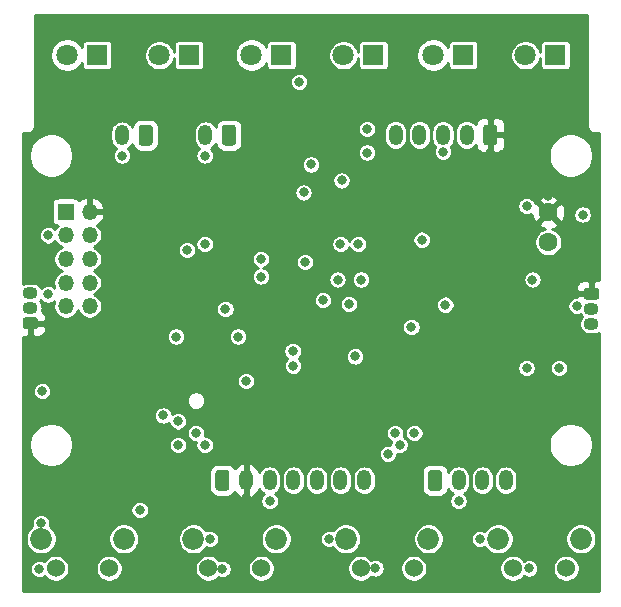
<source format=gbr>
%TF.GenerationSoftware,KiCad,Pcbnew,(5.1.6)-1*%
%TF.CreationDate,2020-12-26T20:27:58+01:00*%
%TF.ProjectId,VESC_UI,56455343-5f55-4492-9e6b-696361645f70,rev?*%
%TF.SameCoordinates,Original*%
%TF.FileFunction,Copper,L3,Inr*%
%TF.FilePolarity,Positive*%
%FSLAX46Y46*%
G04 Gerber Fmt 4.6, Leading zero omitted, Abs format (unit mm)*
G04 Created by KiCad (PCBNEW (5.1.6)-1) date 2020-12-26 20:27:58*
%MOMM*%
%LPD*%
G01*
G04 APERTURE LIST*
%TA.AperFunction,ViaPad*%
%ADD10O,1.350000X1.350000*%
%TD*%
%TA.AperFunction,ViaPad*%
%ADD11R,1.350000X1.350000*%
%TD*%
%TA.AperFunction,ViaPad*%
%ADD12O,1.300000X1.050000*%
%TD*%
%TA.AperFunction,ViaPad*%
%ADD13C,1.600000*%
%TD*%
%TA.AperFunction,ViaPad*%
%ADD14C,1.524000*%
%TD*%
%TA.AperFunction,ViaPad*%
%ADD15C,1.850000*%
%TD*%
%TA.AperFunction,ViaPad*%
%ADD16O,1.200000X1.750000*%
%TD*%
%TA.AperFunction,ViaPad*%
%ADD17C,1.800000*%
%TD*%
%TA.AperFunction,ViaPad*%
%ADD18R,1.800000X1.800000*%
%TD*%
%TA.AperFunction,ViaPad*%
%ADD19C,0.800000*%
%TD*%
%TA.AperFunction,Conductor*%
%ADD20C,0.254000*%
%TD*%
G04 APERTURE END LIST*
D10*
%TO.N,/SD_CS*%
%TO.C,J4*%
X120250000Y-100250000D03*
%TO.N,/OLED_RST*%
X118250000Y-100250000D03*
%TO.N,/OLED_CS*%
X120250000Y-98250000D03*
%TO.N,/OLED_DC*%
X118250000Y-98250000D03*
%TO.N,/SPI1_SCK*%
X120250000Y-96250000D03*
%TO.N,/SPI1_MISO*%
X118250000Y-96250000D03*
%TO.N,/SPI1_MOSI*%
X120250000Y-94250000D03*
%TO.N,GND*%
X118250000Y-94250000D03*
%TO.N,+3V3*%
X120250000Y-92250000D03*
D11*
%TO.N,+12V*%
X118250000Y-92250000D03*
%TD*%
%TO.N,+3V3*%
%TO.C,J1*%
%TA.AperFunction,ViaPad*%
G36*
G01*
X115650100Y-102225000D02*
X114849900Y-102225000D01*
G75*
G02*
X114600000Y-101975100I0J249900D01*
G01*
X114600000Y-101424900D01*
G75*
G02*
X114849900Y-101175000I249900J0D01*
G01*
X115650100Y-101175000D01*
G75*
G02*
X115900000Y-101424900I0J-249900D01*
G01*
X115900000Y-101975100D01*
G75*
G02*
X115650100Y-102225000I-249900J0D01*
G01*
G37*
%TD.AperFunction*%
D12*
%TO.N,Net-(J1-Pad3)*%
X115250000Y-99160000D03*
%TO.N,GND*%
X115250000Y-100430000D03*
%TD*%
D13*
%TO.N,Net-(R12-Pad1)*%
%TO.C,R13*%
X159100000Y-94840000D03*
%TO.N,+3V3*%
X159100000Y-92300000D03*
%TD*%
D14*
%TO.N,Net-(R3-Pad1)*%
%TO.C,SW1*%
X121900000Y-122450000D03*
%TO.N,GND*%
X117400000Y-122450000D03*
D15*
%TO.N,N/C*%
X123150000Y-119950000D03*
%TO.N,GND*%
X116150000Y-119950000D03*
%TD*%
%TO.N,GND*%
%TO.C,SW2*%
X129050000Y-119950000D03*
%TO.N,N/C*%
X136050000Y-119950000D03*
D14*
%TO.N,GND*%
X130300000Y-122450000D03*
%TO.N,Net-(R5-Pad1)*%
X134800000Y-122450000D03*
%TD*%
%TO.N,Net-(R7-Pad1)*%
%TO.C,SW3*%
X147700000Y-122450000D03*
%TO.N,GND*%
X143200000Y-122450000D03*
D15*
%TO.N,N/C*%
X148950000Y-119950000D03*
%TO.N,GND*%
X141950000Y-119950000D03*
%TD*%
%TO.N,GND*%
%TO.C,SW4*%
X154850000Y-119950000D03*
%TO.N,N/C*%
X161850000Y-119950000D03*
D14*
%TO.N,GND*%
X156100000Y-122450000D03*
%TO.N,Net-(R9-Pad1)*%
X160600000Y-122450000D03*
%TD*%
D12*
%TO.N,GND*%
%TO.C,J2*%
X162750000Y-100470000D03*
%TO.N,Net-(J2-Pad3)*%
X162750000Y-101740000D03*
%TO.N,+3V3*%
%TA.AperFunction,ViaPad*%
G36*
G01*
X162349900Y-98675000D02*
X163150100Y-98675000D01*
G75*
G02*
X163400000Y-98924900I0J-249900D01*
G01*
X163400000Y-99475100D01*
G75*
G02*
X163150100Y-99725000I-249900J0D01*
G01*
X162349900Y-99725000D01*
G75*
G02*
X162100000Y-99475100I0J249900D01*
G01*
X162100000Y-98924900D01*
G75*
G02*
X162349900Y-98675000I249900J0D01*
G01*
G37*
%TD.AperFunction*%
%TD*%
D16*
%TO.N,/NRST*%
%TO.C,J5*%
X146175000Y-85750000D03*
%TO.N,/SWDIO*%
X148175000Y-85750000D03*
%TO.N,GND*%
X150175000Y-85750000D03*
%TO.N,/SWDCLK*%
X152175000Y-85750000D03*
%TO.N,+3V3*%
%TA.AperFunction,ViaPad*%
G36*
G01*
X154775000Y-85124999D02*
X154775000Y-86375001D01*
G75*
G02*
X154525001Y-86625000I-249999J0D01*
G01*
X153824999Y-86625000D01*
G75*
G02*
X153575000Y-86375001I0J249999D01*
G01*
X153575000Y-85124999D01*
G75*
G02*
X153824999Y-84875000I249999J0D01*
G01*
X154525001Y-84875000D01*
G75*
G02*
X154775000Y-85124999I0J-249999D01*
G01*
G37*
%TD.AperFunction*%
%TD*%
D17*
%TO.N,Net-(D5-Pad1)*%
%TO.C,D6*%
X157160000Y-79000000D03*
D18*
%TO.N,Net-(D6-Pad1)*%
X159700000Y-79000000D03*
%TD*%
D17*
%TO.N,+5V*%
%TO.C,D5*%
X149360000Y-79000000D03*
D18*
%TO.N,Net-(D5-Pad1)*%
X151900000Y-79000000D03*
%TD*%
D17*
%TO.N,Net-(D3-Pad1)*%
%TO.C,D4*%
X141750000Y-79000000D03*
D18*
%TO.N,Net-(D4-Pad1)*%
X144290000Y-79000000D03*
%TD*%
D17*
%TO.N,+5V*%
%TO.C,D3*%
X133960000Y-79000000D03*
D18*
%TO.N,Net-(D3-Pad1)*%
X136500000Y-79000000D03*
%TD*%
D17*
%TO.N,Net-(D1-Pad1)*%
%TO.C,D2*%
X126150000Y-79000000D03*
D18*
%TO.N,Net-(D2-Pad1)*%
X128690000Y-79000000D03*
%TD*%
D17*
%TO.N,+5V*%
%TO.C,D1*%
X118360000Y-79000000D03*
D18*
%TO.N,Net-(D1-Pad1)*%
X120900000Y-79000000D03*
%TD*%
D16*
%TO.N,/USART1_RX*%
%TO.C,J6*%
X155500000Y-115000000D03*
%TO.N,/USART1_TX*%
X153500000Y-115000000D03*
%TO.N,GND*%
X151500000Y-115000000D03*
%TO.N,+5V*%
%TA.AperFunction,ViaPad*%
G36*
G01*
X148900000Y-115625001D02*
X148900000Y-114374999D01*
G75*
G02*
X149149999Y-114125000I249999J0D01*
G01*
X149850001Y-114125000D01*
G75*
G02*
X150100000Y-114374999I0J-249999D01*
G01*
X150100000Y-115625001D01*
G75*
G02*
X149850001Y-115875000I-249999J0D01*
G01*
X149149999Y-115875000D01*
G75*
G02*
X148900000Y-115625001I0J249999D01*
G01*
G37*
%TD.AperFunction*%
%TD*%
%TO.N,+5V*%
%TO.C,J3*%
%TA.AperFunction,ViaPad*%
G36*
G01*
X130900000Y-115625001D02*
X130900000Y-114374999D01*
G75*
G02*
X131149999Y-114125000I249999J0D01*
G01*
X131850001Y-114125000D01*
G75*
G02*
X132100000Y-114374999I0J-249999D01*
G01*
X132100000Y-115625001D01*
G75*
G02*
X131850001Y-115875000I-249999J0D01*
G01*
X131149999Y-115875000D01*
G75*
G02*
X130900000Y-115625001I0J249999D01*
G01*
G37*
%TD.AperFunction*%
%TO.N,+3V3*%
X133500000Y-115000000D03*
%TO.N,GND*%
X135500000Y-115000000D03*
%TO.N,/Accelerator*%
X137500000Y-115000000D03*
%TO.N,/USART2_TX*%
X139500000Y-115000000D03*
%TO.N,/USART2_RX*%
X141500000Y-115000000D03*
%TO.N,/Brake*%
X143500000Y-115000000D03*
%TD*%
%TO.N,+12V*%
%TO.C,J8*%
%TA.AperFunction,ViaPad*%
G36*
G01*
X125600000Y-85149999D02*
X125600000Y-86400001D01*
G75*
G02*
X125350001Y-86650000I-249999J0D01*
G01*
X124649999Y-86650000D01*
G75*
G02*
X124400000Y-86400001I0J249999D01*
G01*
X124400000Y-85149999D01*
G75*
G02*
X124649999Y-84900000I249999J0D01*
G01*
X125350001Y-84900000D01*
G75*
G02*
X125600000Y-85149999I0J-249999D01*
G01*
G37*
%TD.AperFunction*%
%TO.N,GND*%
X123000000Y-85775000D03*
%TD*%
%TO.N,GND*%
%TO.C,J9*%
X130050000Y-85775000D03*
%TO.N,+12V*%
%TA.AperFunction,ViaPad*%
G36*
G01*
X132650000Y-85149999D02*
X132650000Y-86400001D01*
G75*
G02*
X132400001Y-86650000I-249999J0D01*
G01*
X131699999Y-86650000D01*
G75*
G02*
X131450000Y-86400001I0J249999D01*
G01*
X131450000Y-85149999D01*
G75*
G02*
X131699999Y-84900000I249999J0D01*
G01*
X132400001Y-84900000D01*
G75*
G02*
X132650000Y-85149999I0J-249999D01*
G01*
G37*
%TD.AperFunction*%
%TD*%
D19*
%TO.N,GND*%
X148375013Y-94625013D03*
X147500000Y-102000000D03*
X143750000Y-85250000D03*
X142750000Y-104500000D03*
X130000000Y-87500000D03*
X123000000Y-87500000D03*
X142200001Y-100068651D03*
X139000000Y-88250000D03*
X132825000Y-102825000D03*
X143750028Y-87250000D03*
X138000000Y-81250000D03*
X144450002Y-122450002D03*
X153299990Y-119950000D03*
X157450006Y-122450006D03*
X151500000Y-116750018D03*
X140550040Y-119950000D03*
X131499996Y-122499996D03*
X140000000Y-99750000D03*
X134750000Y-97750000D03*
X116000000Y-122500000D03*
X116149996Y-118600004D03*
X138500000Y-96500000D03*
X150375015Y-100125015D03*
X135500000Y-116749938D03*
X150175004Y-87174990D03*
X127574994Y-102825000D03*
X138375007Y-90624993D03*
X141595009Y-89601475D03*
X147750000Y-111000000D03*
X146124995Y-111000000D03*
X130450002Y-119950000D03*
X126500000Y-109500000D03*
X129250000Y-111000000D03*
X127750000Y-110000000D03*
X137499988Y-105300000D03*
X157250000Y-91750000D03*
X116250000Y-107450000D03*
X162000000Y-92500000D03*
X133500010Y-106600000D03*
X116750000Y-99249990D03*
X116750000Y-94250000D03*
X161500006Y-100250006D03*
%TO.N,+3V3*%
X148374992Y-96375008D03*
X138987500Y-100762500D03*
X136000000Y-100750000D03*
X146750034Y-108250000D03*
X148624991Y-100124991D03*
X133500000Y-116499936D03*
X154174994Y-87250000D03*
X144874993Y-87875007D03*
X134749982Y-93250000D03*
X121750000Y-92250000D03*
X159100004Y-90900004D03*
X133500000Y-108200000D03*
X162000000Y-96499994D03*
X162750000Y-97750000D03*
%TO.N,/NRST*%
X137450002Y-104049998D03*
%TO.N,/Brake*%
X160000000Y-105500000D03*
%TO.N,/SPI1_MOSI*%
X141500000Y-95000000D03*
X130000000Y-95000000D03*
%TO.N,/SPI1_SCK*%
X143000000Y-95000000D03*
X128500000Y-95500000D03*
%TO.N,/OLED_RST*%
X127750000Y-112000000D03*
%TO.N,/BUTTON_1*%
X130000000Y-112000000D03*
X124500011Y-117500011D03*
%TO.N,/PHOTO_RESISTOR*%
X145500000Y-112750000D03*
X157750010Y-98000000D03*
%TO.N,/ADC2*%
X146500000Y-112000000D03*
X157250000Y-105500006D03*
%TO.N,/SPI1_MISO*%
X134750000Y-96250000D03*
X143250000Y-98000000D03*
%TO.N,/SD_CS*%
X141250000Y-98000000D03*
X131750000Y-100500000D03*
%TD*%
D20*
%TO.N,+3V3*%
G36*
X162369001Y-84968992D02*
G01*
X162365947Y-85000000D01*
X162378130Y-85123698D01*
X162414211Y-85242642D01*
X162472804Y-85352261D01*
X162551657Y-85448343D01*
X162647739Y-85527196D01*
X162757358Y-85585789D01*
X162876302Y-85621870D01*
X162969002Y-85631000D01*
X163000000Y-85634053D01*
X163030998Y-85631000D01*
X163369000Y-85631000D01*
X163369000Y-98037189D01*
X163035750Y-98040000D01*
X162877000Y-98198750D01*
X162877000Y-99073000D01*
X162897000Y-99073000D01*
X162897000Y-99327000D01*
X162877000Y-99327000D01*
X162877000Y-99347000D01*
X162623000Y-99347000D01*
X162623000Y-99327000D01*
X161623750Y-99327000D01*
X161481744Y-99469006D01*
X161423084Y-99469006D01*
X161272197Y-99499019D01*
X161130064Y-99557893D01*
X161002147Y-99643364D01*
X160893364Y-99752147D01*
X160807893Y-99880064D01*
X160749019Y-100022197D01*
X160719006Y-100173084D01*
X160719006Y-100326928D01*
X160749019Y-100477815D01*
X160807893Y-100619948D01*
X160893364Y-100747865D01*
X161002147Y-100856648D01*
X161130064Y-100942119D01*
X161272197Y-101000993D01*
X161423084Y-101031006D01*
X161576928Y-101031006D01*
X161727815Y-101000993D01*
X161853658Y-100948867D01*
X161868044Y-100975782D01*
X161974091Y-101105000D01*
X161868044Y-101234218D01*
X161783916Y-101391612D01*
X161732110Y-101562393D01*
X161714617Y-101740000D01*
X161732110Y-101917607D01*
X161783916Y-102088388D01*
X161868044Y-102245782D01*
X161981262Y-102383738D01*
X162119218Y-102496956D01*
X162276612Y-102581084D01*
X162447393Y-102632890D01*
X162580499Y-102646000D01*
X162919501Y-102646000D01*
X163052607Y-102632890D01*
X163223388Y-102581084D01*
X163369000Y-102503253D01*
X163369001Y-124369000D01*
X114631000Y-124369000D01*
X114631000Y-122423078D01*
X115219000Y-122423078D01*
X115219000Y-122576922D01*
X115249013Y-122727809D01*
X115307887Y-122869942D01*
X115393358Y-122997859D01*
X115502141Y-123106642D01*
X115630058Y-123192113D01*
X115772191Y-123250987D01*
X115923078Y-123281000D01*
X116076922Y-123281000D01*
X116227809Y-123250987D01*
X116369942Y-123192113D01*
X116474506Y-123122246D01*
X116512174Y-123178620D01*
X116671380Y-123337826D01*
X116858587Y-123462913D01*
X117066599Y-123549075D01*
X117287424Y-123593000D01*
X117512576Y-123593000D01*
X117733401Y-123549075D01*
X117941413Y-123462913D01*
X118128620Y-123337826D01*
X118287826Y-123178620D01*
X118412913Y-122991413D01*
X118499075Y-122783401D01*
X118543000Y-122562576D01*
X118543000Y-122337424D01*
X120757000Y-122337424D01*
X120757000Y-122562576D01*
X120800925Y-122783401D01*
X120887087Y-122991413D01*
X121012174Y-123178620D01*
X121171380Y-123337826D01*
X121358587Y-123462913D01*
X121566599Y-123549075D01*
X121787424Y-123593000D01*
X122012576Y-123593000D01*
X122233401Y-123549075D01*
X122441413Y-123462913D01*
X122628620Y-123337826D01*
X122787826Y-123178620D01*
X122912913Y-122991413D01*
X122999075Y-122783401D01*
X123043000Y-122562576D01*
X123043000Y-122337424D01*
X129157000Y-122337424D01*
X129157000Y-122562576D01*
X129200925Y-122783401D01*
X129287087Y-122991413D01*
X129412174Y-123178620D01*
X129571380Y-123337826D01*
X129758587Y-123462913D01*
X129966599Y-123549075D01*
X130187424Y-123593000D01*
X130412576Y-123593000D01*
X130633401Y-123549075D01*
X130841413Y-123462913D01*
X131028620Y-123337826D01*
X131161367Y-123205079D01*
X131272187Y-123250983D01*
X131423074Y-123280996D01*
X131576918Y-123280996D01*
X131727805Y-123250983D01*
X131869938Y-123192109D01*
X131997855Y-123106638D01*
X132106638Y-122997855D01*
X132192109Y-122869938D01*
X132250983Y-122727805D01*
X132280996Y-122576918D01*
X132280996Y-122423074D01*
X132263960Y-122337424D01*
X133657000Y-122337424D01*
X133657000Y-122562576D01*
X133700925Y-122783401D01*
X133787087Y-122991413D01*
X133912174Y-123178620D01*
X134071380Y-123337826D01*
X134258587Y-123462913D01*
X134466599Y-123549075D01*
X134687424Y-123593000D01*
X134912576Y-123593000D01*
X135133401Y-123549075D01*
X135341413Y-123462913D01*
X135528620Y-123337826D01*
X135687826Y-123178620D01*
X135812913Y-122991413D01*
X135899075Y-122783401D01*
X135943000Y-122562576D01*
X135943000Y-122337424D01*
X142057000Y-122337424D01*
X142057000Y-122562576D01*
X142100925Y-122783401D01*
X142187087Y-122991413D01*
X142312174Y-123178620D01*
X142471380Y-123337826D01*
X142658587Y-123462913D01*
X142866599Y-123549075D01*
X143087424Y-123593000D01*
X143312576Y-123593000D01*
X143533401Y-123549075D01*
X143741413Y-123462913D01*
X143928620Y-123337826D01*
X144087826Y-123178620D01*
X144105247Y-123152548D01*
X144222193Y-123200989D01*
X144373080Y-123231002D01*
X144526924Y-123231002D01*
X144677811Y-123200989D01*
X144819944Y-123142115D01*
X144947861Y-123056644D01*
X145056644Y-122947861D01*
X145142115Y-122819944D01*
X145200989Y-122677811D01*
X145231002Y-122526924D01*
X145231002Y-122373080D01*
X145223910Y-122337424D01*
X146557000Y-122337424D01*
X146557000Y-122562576D01*
X146600925Y-122783401D01*
X146687087Y-122991413D01*
X146812174Y-123178620D01*
X146971380Y-123337826D01*
X147158587Y-123462913D01*
X147366599Y-123549075D01*
X147587424Y-123593000D01*
X147812576Y-123593000D01*
X148033401Y-123549075D01*
X148241413Y-123462913D01*
X148428620Y-123337826D01*
X148587826Y-123178620D01*
X148712913Y-122991413D01*
X148799075Y-122783401D01*
X148843000Y-122562576D01*
X148843000Y-122337424D01*
X154957000Y-122337424D01*
X154957000Y-122562576D01*
X155000925Y-122783401D01*
X155087087Y-122991413D01*
X155212174Y-123178620D01*
X155371380Y-123337826D01*
X155558587Y-123462913D01*
X155766599Y-123549075D01*
X155987424Y-123593000D01*
X156212576Y-123593000D01*
X156433401Y-123549075D01*
X156641413Y-123462913D01*
X156828620Y-123337826D01*
X156987826Y-123178620D01*
X157033157Y-123110777D01*
X157080064Y-123142119D01*
X157222197Y-123200993D01*
X157373084Y-123231006D01*
X157526928Y-123231006D01*
X157677815Y-123200993D01*
X157819948Y-123142119D01*
X157947865Y-123056648D01*
X158056648Y-122947865D01*
X158142119Y-122819948D01*
X158200993Y-122677815D01*
X158231006Y-122526928D01*
X158231006Y-122373084D01*
X158223913Y-122337424D01*
X159457000Y-122337424D01*
X159457000Y-122562576D01*
X159500925Y-122783401D01*
X159587087Y-122991413D01*
X159712174Y-123178620D01*
X159871380Y-123337826D01*
X160058587Y-123462913D01*
X160266599Y-123549075D01*
X160487424Y-123593000D01*
X160712576Y-123593000D01*
X160933401Y-123549075D01*
X161141413Y-123462913D01*
X161328620Y-123337826D01*
X161487826Y-123178620D01*
X161612913Y-122991413D01*
X161699075Y-122783401D01*
X161743000Y-122562576D01*
X161743000Y-122337424D01*
X161699075Y-122116599D01*
X161612913Y-121908587D01*
X161487826Y-121721380D01*
X161328620Y-121562174D01*
X161141413Y-121437087D01*
X160933401Y-121350925D01*
X160712576Y-121307000D01*
X160487424Y-121307000D01*
X160266599Y-121350925D01*
X160058587Y-121437087D01*
X159871380Y-121562174D01*
X159712174Y-121721380D01*
X159587087Y-121908587D01*
X159500925Y-122116599D01*
X159457000Y-122337424D01*
X158223913Y-122337424D01*
X158200993Y-122222197D01*
X158142119Y-122080064D01*
X158056648Y-121952147D01*
X157947865Y-121843364D01*
X157819948Y-121757893D01*
X157677815Y-121699019D01*
X157526928Y-121669006D01*
X157373084Y-121669006D01*
X157222197Y-121699019D01*
X157080064Y-121757893D01*
X157033163Y-121789231D01*
X156987826Y-121721380D01*
X156828620Y-121562174D01*
X156641413Y-121437087D01*
X156433401Y-121350925D01*
X156212576Y-121307000D01*
X155987424Y-121307000D01*
X155766599Y-121350925D01*
X155558587Y-121437087D01*
X155371380Y-121562174D01*
X155212174Y-121721380D01*
X155087087Y-121908587D01*
X155000925Y-122116599D01*
X154957000Y-122337424D01*
X148843000Y-122337424D01*
X148799075Y-122116599D01*
X148712913Y-121908587D01*
X148587826Y-121721380D01*
X148428620Y-121562174D01*
X148241413Y-121437087D01*
X148033401Y-121350925D01*
X147812576Y-121307000D01*
X147587424Y-121307000D01*
X147366599Y-121350925D01*
X147158587Y-121437087D01*
X146971380Y-121562174D01*
X146812174Y-121721380D01*
X146687087Y-121908587D01*
X146600925Y-122116599D01*
X146557000Y-122337424D01*
X145223910Y-122337424D01*
X145200989Y-122222193D01*
X145142115Y-122080060D01*
X145056644Y-121952143D01*
X144947861Y-121843360D01*
X144819944Y-121757889D01*
X144677811Y-121699015D01*
X144526924Y-121669002D01*
X144373080Y-121669002D01*
X144222193Y-121699015D01*
X144105249Y-121747455D01*
X144087826Y-121721380D01*
X143928620Y-121562174D01*
X143741413Y-121437087D01*
X143533401Y-121350925D01*
X143312576Y-121307000D01*
X143087424Y-121307000D01*
X142866599Y-121350925D01*
X142658587Y-121437087D01*
X142471380Y-121562174D01*
X142312174Y-121721380D01*
X142187087Y-121908587D01*
X142100925Y-122116599D01*
X142057000Y-122337424D01*
X135943000Y-122337424D01*
X135899075Y-122116599D01*
X135812913Y-121908587D01*
X135687826Y-121721380D01*
X135528620Y-121562174D01*
X135341413Y-121437087D01*
X135133401Y-121350925D01*
X134912576Y-121307000D01*
X134687424Y-121307000D01*
X134466599Y-121350925D01*
X134258587Y-121437087D01*
X134071380Y-121562174D01*
X133912174Y-121721380D01*
X133787087Y-121908587D01*
X133700925Y-122116599D01*
X133657000Y-122337424D01*
X132263960Y-122337424D01*
X132250983Y-122272187D01*
X132192109Y-122130054D01*
X132106638Y-122002137D01*
X131997855Y-121893354D01*
X131869938Y-121807883D01*
X131727805Y-121749009D01*
X131576918Y-121718996D01*
X131423074Y-121718996D01*
X131272187Y-121749009D01*
X131220572Y-121770389D01*
X131187826Y-121721380D01*
X131028620Y-121562174D01*
X130841413Y-121437087D01*
X130633401Y-121350925D01*
X130412576Y-121307000D01*
X130187424Y-121307000D01*
X129966599Y-121350925D01*
X129758587Y-121437087D01*
X129571380Y-121562174D01*
X129412174Y-121721380D01*
X129287087Y-121908587D01*
X129200925Y-122116599D01*
X129157000Y-122337424D01*
X123043000Y-122337424D01*
X122999075Y-122116599D01*
X122912913Y-121908587D01*
X122787826Y-121721380D01*
X122628620Y-121562174D01*
X122441413Y-121437087D01*
X122233401Y-121350925D01*
X122012576Y-121307000D01*
X121787424Y-121307000D01*
X121566599Y-121350925D01*
X121358587Y-121437087D01*
X121171380Y-121562174D01*
X121012174Y-121721380D01*
X120887087Y-121908587D01*
X120800925Y-122116599D01*
X120757000Y-122337424D01*
X118543000Y-122337424D01*
X118499075Y-122116599D01*
X118412913Y-121908587D01*
X118287826Y-121721380D01*
X118128620Y-121562174D01*
X117941413Y-121437087D01*
X117733401Y-121350925D01*
X117512576Y-121307000D01*
X117287424Y-121307000D01*
X117066599Y-121350925D01*
X116858587Y-121437087D01*
X116671380Y-121562174D01*
X116512174Y-121721380D01*
X116428312Y-121846889D01*
X116369942Y-121807887D01*
X116227809Y-121749013D01*
X116076922Y-121719000D01*
X115923078Y-121719000D01*
X115772191Y-121749013D01*
X115630058Y-121807887D01*
X115502141Y-121893358D01*
X115393358Y-122002141D01*
X115307887Y-122130058D01*
X115249013Y-122272191D01*
X115219000Y-122423078D01*
X114631000Y-122423078D01*
X114631000Y-119821370D01*
X114844000Y-119821370D01*
X114844000Y-120078630D01*
X114894189Y-120330946D01*
X114992638Y-120568623D01*
X115135564Y-120782526D01*
X115317474Y-120964436D01*
X115531377Y-121107362D01*
X115769054Y-121205811D01*
X116021370Y-121256000D01*
X116278630Y-121256000D01*
X116530946Y-121205811D01*
X116768623Y-121107362D01*
X116982526Y-120964436D01*
X117164436Y-120782526D01*
X117307362Y-120568623D01*
X117405811Y-120330946D01*
X117456000Y-120078630D01*
X117456000Y-119821370D01*
X121844000Y-119821370D01*
X121844000Y-120078630D01*
X121894189Y-120330946D01*
X121992638Y-120568623D01*
X122135564Y-120782526D01*
X122317474Y-120964436D01*
X122531377Y-121107362D01*
X122769054Y-121205811D01*
X123021370Y-121256000D01*
X123278630Y-121256000D01*
X123530946Y-121205811D01*
X123768623Y-121107362D01*
X123982526Y-120964436D01*
X124164436Y-120782526D01*
X124307362Y-120568623D01*
X124405811Y-120330946D01*
X124456000Y-120078630D01*
X124456000Y-119821370D01*
X127744000Y-119821370D01*
X127744000Y-120078630D01*
X127794189Y-120330946D01*
X127892638Y-120568623D01*
X128035564Y-120782526D01*
X128217474Y-120964436D01*
X128431377Y-121107362D01*
X128669054Y-121205811D01*
X128921370Y-121256000D01*
X129178630Y-121256000D01*
X129430946Y-121205811D01*
X129668623Y-121107362D01*
X129882526Y-120964436D01*
X130064436Y-120782526D01*
X130141306Y-120667482D01*
X130222193Y-120700987D01*
X130373080Y-120731000D01*
X130526924Y-120731000D01*
X130677811Y-120700987D01*
X130819944Y-120642113D01*
X130947861Y-120556642D01*
X131056644Y-120447859D01*
X131142115Y-120319942D01*
X131200989Y-120177809D01*
X131231002Y-120026922D01*
X131231002Y-119873078D01*
X131220717Y-119821370D01*
X134744000Y-119821370D01*
X134744000Y-120078630D01*
X134794189Y-120330946D01*
X134892638Y-120568623D01*
X135035564Y-120782526D01*
X135217474Y-120964436D01*
X135431377Y-121107362D01*
X135669054Y-121205811D01*
X135921370Y-121256000D01*
X136178630Y-121256000D01*
X136430946Y-121205811D01*
X136668623Y-121107362D01*
X136882526Y-120964436D01*
X137064436Y-120782526D01*
X137207362Y-120568623D01*
X137305811Y-120330946D01*
X137356000Y-120078630D01*
X137356000Y-119873078D01*
X139769040Y-119873078D01*
X139769040Y-120026922D01*
X139799053Y-120177809D01*
X139857927Y-120319942D01*
X139943398Y-120447859D01*
X140052181Y-120556642D01*
X140180098Y-120642113D01*
X140322231Y-120700987D01*
X140473118Y-120731000D01*
X140626962Y-120731000D01*
X140777849Y-120700987D01*
X140858703Y-120667496D01*
X140935564Y-120782526D01*
X141117474Y-120964436D01*
X141331377Y-121107362D01*
X141569054Y-121205811D01*
X141821370Y-121256000D01*
X142078630Y-121256000D01*
X142330946Y-121205811D01*
X142568623Y-121107362D01*
X142782526Y-120964436D01*
X142964436Y-120782526D01*
X143107362Y-120568623D01*
X143205811Y-120330946D01*
X143256000Y-120078630D01*
X143256000Y-119821370D01*
X147644000Y-119821370D01*
X147644000Y-120078630D01*
X147694189Y-120330946D01*
X147792638Y-120568623D01*
X147935564Y-120782526D01*
X148117474Y-120964436D01*
X148331377Y-121107362D01*
X148569054Y-121205811D01*
X148821370Y-121256000D01*
X149078630Y-121256000D01*
X149330946Y-121205811D01*
X149568623Y-121107362D01*
X149782526Y-120964436D01*
X149964436Y-120782526D01*
X150107362Y-120568623D01*
X150205811Y-120330946D01*
X150256000Y-120078630D01*
X150256000Y-119873078D01*
X152518990Y-119873078D01*
X152518990Y-120026922D01*
X152549003Y-120177809D01*
X152607877Y-120319942D01*
X152693348Y-120447859D01*
X152802131Y-120556642D01*
X152930048Y-120642113D01*
X153072181Y-120700987D01*
X153223068Y-120731000D01*
X153376912Y-120731000D01*
X153527799Y-120700987D01*
X153669932Y-120642113D01*
X153719578Y-120608941D01*
X153835564Y-120782526D01*
X154017474Y-120964436D01*
X154231377Y-121107362D01*
X154469054Y-121205811D01*
X154721370Y-121256000D01*
X154978630Y-121256000D01*
X155230946Y-121205811D01*
X155468623Y-121107362D01*
X155682526Y-120964436D01*
X155864436Y-120782526D01*
X156007362Y-120568623D01*
X156105811Y-120330946D01*
X156156000Y-120078630D01*
X156156000Y-119821370D01*
X160544000Y-119821370D01*
X160544000Y-120078630D01*
X160594189Y-120330946D01*
X160692638Y-120568623D01*
X160835564Y-120782526D01*
X161017474Y-120964436D01*
X161231377Y-121107362D01*
X161469054Y-121205811D01*
X161721370Y-121256000D01*
X161978630Y-121256000D01*
X162230946Y-121205811D01*
X162468623Y-121107362D01*
X162682526Y-120964436D01*
X162864436Y-120782526D01*
X163007362Y-120568623D01*
X163105811Y-120330946D01*
X163156000Y-120078630D01*
X163156000Y-119821370D01*
X163105811Y-119569054D01*
X163007362Y-119331377D01*
X162864436Y-119117474D01*
X162682526Y-118935564D01*
X162468623Y-118792638D01*
X162230946Y-118694189D01*
X161978630Y-118644000D01*
X161721370Y-118644000D01*
X161469054Y-118694189D01*
X161231377Y-118792638D01*
X161017474Y-118935564D01*
X160835564Y-119117474D01*
X160692638Y-119331377D01*
X160594189Y-119569054D01*
X160544000Y-119821370D01*
X156156000Y-119821370D01*
X156105811Y-119569054D01*
X156007362Y-119331377D01*
X155864436Y-119117474D01*
X155682526Y-118935564D01*
X155468623Y-118792638D01*
X155230946Y-118694189D01*
X154978630Y-118644000D01*
X154721370Y-118644000D01*
X154469054Y-118694189D01*
X154231377Y-118792638D01*
X154017474Y-118935564D01*
X153835564Y-119117474D01*
X153719578Y-119291059D01*
X153669932Y-119257887D01*
X153527799Y-119199013D01*
X153376912Y-119169000D01*
X153223068Y-119169000D01*
X153072181Y-119199013D01*
X152930048Y-119257887D01*
X152802131Y-119343358D01*
X152693348Y-119452141D01*
X152607877Y-119580058D01*
X152549003Y-119722191D01*
X152518990Y-119873078D01*
X150256000Y-119873078D01*
X150256000Y-119821370D01*
X150205811Y-119569054D01*
X150107362Y-119331377D01*
X149964436Y-119117474D01*
X149782526Y-118935564D01*
X149568623Y-118792638D01*
X149330946Y-118694189D01*
X149078630Y-118644000D01*
X148821370Y-118644000D01*
X148569054Y-118694189D01*
X148331377Y-118792638D01*
X148117474Y-118935564D01*
X147935564Y-119117474D01*
X147792638Y-119331377D01*
X147694189Y-119569054D01*
X147644000Y-119821370D01*
X143256000Y-119821370D01*
X143205811Y-119569054D01*
X143107362Y-119331377D01*
X142964436Y-119117474D01*
X142782526Y-118935564D01*
X142568623Y-118792638D01*
X142330946Y-118694189D01*
X142078630Y-118644000D01*
X141821370Y-118644000D01*
X141569054Y-118694189D01*
X141331377Y-118792638D01*
X141117474Y-118935564D01*
X140935564Y-119117474D01*
X140858703Y-119232504D01*
X140777849Y-119199013D01*
X140626962Y-119169000D01*
X140473118Y-119169000D01*
X140322231Y-119199013D01*
X140180098Y-119257887D01*
X140052181Y-119343358D01*
X139943398Y-119452141D01*
X139857927Y-119580058D01*
X139799053Y-119722191D01*
X139769040Y-119873078D01*
X137356000Y-119873078D01*
X137356000Y-119821370D01*
X137305811Y-119569054D01*
X137207362Y-119331377D01*
X137064436Y-119117474D01*
X136882526Y-118935564D01*
X136668623Y-118792638D01*
X136430946Y-118694189D01*
X136178630Y-118644000D01*
X135921370Y-118644000D01*
X135669054Y-118694189D01*
X135431377Y-118792638D01*
X135217474Y-118935564D01*
X135035564Y-119117474D01*
X134892638Y-119331377D01*
X134794189Y-119569054D01*
X134744000Y-119821370D01*
X131220717Y-119821370D01*
X131200989Y-119722191D01*
X131142115Y-119580058D01*
X131056644Y-119452141D01*
X130947861Y-119343358D01*
X130819944Y-119257887D01*
X130677811Y-119199013D01*
X130526924Y-119169000D01*
X130373080Y-119169000D01*
X130222193Y-119199013D01*
X130141306Y-119232518D01*
X130064436Y-119117474D01*
X129882526Y-118935564D01*
X129668623Y-118792638D01*
X129430946Y-118694189D01*
X129178630Y-118644000D01*
X128921370Y-118644000D01*
X128669054Y-118694189D01*
X128431377Y-118792638D01*
X128217474Y-118935564D01*
X128035564Y-119117474D01*
X127892638Y-119331377D01*
X127794189Y-119569054D01*
X127744000Y-119821370D01*
X124456000Y-119821370D01*
X124405811Y-119569054D01*
X124307362Y-119331377D01*
X124164436Y-119117474D01*
X123982526Y-118935564D01*
X123768623Y-118792638D01*
X123530946Y-118694189D01*
X123278630Y-118644000D01*
X123021370Y-118644000D01*
X122769054Y-118694189D01*
X122531377Y-118792638D01*
X122317474Y-118935564D01*
X122135564Y-119117474D01*
X121992638Y-119331377D01*
X121894189Y-119569054D01*
X121844000Y-119821370D01*
X117456000Y-119821370D01*
X117405811Y-119569054D01*
X117307362Y-119331377D01*
X117164436Y-119117474D01*
X116982526Y-118935564D01*
X116883702Y-118869532D01*
X116900983Y-118827813D01*
X116930996Y-118676926D01*
X116930996Y-118523082D01*
X116900983Y-118372195D01*
X116842109Y-118230062D01*
X116756638Y-118102145D01*
X116647855Y-117993362D01*
X116519938Y-117907891D01*
X116377805Y-117849017D01*
X116226918Y-117819004D01*
X116073074Y-117819004D01*
X115922187Y-117849017D01*
X115780054Y-117907891D01*
X115652137Y-117993362D01*
X115543354Y-118102145D01*
X115457883Y-118230062D01*
X115399009Y-118372195D01*
X115368996Y-118523082D01*
X115368996Y-118676926D01*
X115399009Y-118827813D01*
X115416291Y-118869536D01*
X115317474Y-118935564D01*
X115135564Y-119117474D01*
X114992638Y-119331377D01*
X114894189Y-119569054D01*
X114844000Y-119821370D01*
X114631000Y-119821370D01*
X114631000Y-117423089D01*
X123719011Y-117423089D01*
X123719011Y-117576933D01*
X123749024Y-117727820D01*
X123807898Y-117869953D01*
X123893369Y-117997870D01*
X124002152Y-118106653D01*
X124130069Y-118192124D01*
X124272202Y-118250998D01*
X124423089Y-118281011D01*
X124576933Y-118281011D01*
X124727820Y-118250998D01*
X124869953Y-118192124D01*
X124997870Y-118106653D01*
X125106653Y-117997870D01*
X125192124Y-117869953D01*
X125250998Y-117727820D01*
X125281011Y-117576933D01*
X125281011Y-117423089D01*
X125250998Y-117272202D01*
X125192124Y-117130069D01*
X125106653Y-117002152D01*
X124997870Y-116893369D01*
X124869953Y-116807898D01*
X124727820Y-116749024D01*
X124576933Y-116719011D01*
X124423089Y-116719011D01*
X124272202Y-116749024D01*
X124130069Y-116807898D01*
X124002152Y-116893369D01*
X123893369Y-117002152D01*
X123807898Y-117130069D01*
X123749024Y-117272202D01*
X123719011Y-117423089D01*
X114631000Y-117423089D01*
X114631000Y-114374999D01*
X130370451Y-114374999D01*
X130370451Y-115625001D01*
X130385430Y-115777083D01*
X130429791Y-115923321D01*
X130501829Y-116058095D01*
X130598775Y-116176225D01*
X130716905Y-116273171D01*
X130851679Y-116345209D01*
X130997917Y-116389570D01*
X131149999Y-116404549D01*
X131850001Y-116404549D01*
X132002083Y-116389570D01*
X132148321Y-116345209D01*
X132283095Y-116273171D01*
X132401225Y-116176225D01*
X132498171Y-116058095D01*
X132515725Y-116025254D01*
X132543693Y-116066725D01*
X132716526Y-116238078D01*
X132919467Y-116372421D01*
X133144718Y-116464591D01*
X133182391Y-116468462D01*
X133373000Y-116343731D01*
X133373000Y-115127000D01*
X133353000Y-115127000D01*
X133353000Y-114873000D01*
X133373000Y-114873000D01*
X133373000Y-113656269D01*
X133627000Y-113656269D01*
X133627000Y-114873000D01*
X133647000Y-114873000D01*
X133647000Y-115127000D01*
X133627000Y-115127000D01*
X133627000Y-116343731D01*
X133817609Y-116468462D01*
X133855282Y-116464591D01*
X134080533Y-116372421D01*
X134283474Y-116238078D01*
X134456307Y-116066725D01*
X134592390Y-115864946D01*
X134641007Y-115748986D01*
X134680383Y-115822651D01*
X134802973Y-115972028D01*
X134952350Y-116094618D01*
X135020487Y-116131038D01*
X135002141Y-116143296D01*
X134893358Y-116252079D01*
X134807887Y-116379996D01*
X134749013Y-116522129D01*
X134719000Y-116673016D01*
X134719000Y-116826860D01*
X134749013Y-116977747D01*
X134807887Y-117119880D01*
X134893358Y-117247797D01*
X135002141Y-117356580D01*
X135130058Y-117442051D01*
X135272191Y-117500925D01*
X135423078Y-117530938D01*
X135576922Y-117530938D01*
X135727809Y-117500925D01*
X135869942Y-117442051D01*
X135997859Y-117356580D01*
X136106642Y-117247797D01*
X136192113Y-117119880D01*
X136250987Y-116977747D01*
X136281000Y-116826860D01*
X136281000Y-116673016D01*
X136250987Y-116522129D01*
X136192113Y-116379996D01*
X136106642Y-116252079D01*
X135997859Y-116143296D01*
X135979514Y-116131038D01*
X136047651Y-116094618D01*
X136197028Y-115972028D01*
X136319618Y-115822651D01*
X136410711Y-115652229D01*
X136466805Y-115467309D01*
X136481000Y-115323186D01*
X136481000Y-114676814D01*
X136519000Y-114676814D01*
X136519000Y-115323187D01*
X136533195Y-115467310D01*
X136589289Y-115652229D01*
X136680383Y-115822651D01*
X136802973Y-115972028D01*
X136952350Y-116094618D01*
X137122772Y-116185711D01*
X137307691Y-116241805D01*
X137500000Y-116260746D01*
X137692310Y-116241805D01*
X137877229Y-116185711D01*
X138047651Y-116094618D01*
X138197028Y-115972028D01*
X138319618Y-115822651D01*
X138410711Y-115652229D01*
X138466805Y-115467309D01*
X138481000Y-115323186D01*
X138481000Y-114676814D01*
X138519000Y-114676814D01*
X138519000Y-115323187D01*
X138533195Y-115467310D01*
X138589289Y-115652229D01*
X138680383Y-115822651D01*
X138802973Y-115972028D01*
X138952350Y-116094618D01*
X139122772Y-116185711D01*
X139307691Y-116241805D01*
X139500000Y-116260746D01*
X139692310Y-116241805D01*
X139877229Y-116185711D01*
X140047651Y-116094618D01*
X140197028Y-115972028D01*
X140319618Y-115822651D01*
X140410711Y-115652229D01*
X140466805Y-115467309D01*
X140481000Y-115323186D01*
X140481000Y-114676814D01*
X140519000Y-114676814D01*
X140519000Y-115323187D01*
X140533195Y-115467310D01*
X140589289Y-115652229D01*
X140680383Y-115822651D01*
X140802973Y-115972028D01*
X140952350Y-116094618D01*
X141122772Y-116185711D01*
X141307691Y-116241805D01*
X141500000Y-116260746D01*
X141692310Y-116241805D01*
X141877229Y-116185711D01*
X142047651Y-116094618D01*
X142197028Y-115972028D01*
X142319618Y-115822651D01*
X142410711Y-115652229D01*
X142466805Y-115467309D01*
X142481000Y-115323186D01*
X142481000Y-114676814D01*
X142519000Y-114676814D01*
X142519000Y-115323187D01*
X142533195Y-115467310D01*
X142589289Y-115652229D01*
X142680383Y-115822651D01*
X142802973Y-115972028D01*
X142952350Y-116094618D01*
X143122772Y-116185711D01*
X143307691Y-116241805D01*
X143500000Y-116260746D01*
X143692310Y-116241805D01*
X143877229Y-116185711D01*
X144047651Y-116094618D01*
X144197028Y-115972028D01*
X144319618Y-115822651D01*
X144410711Y-115652229D01*
X144466805Y-115467309D01*
X144481000Y-115323186D01*
X144481000Y-114676813D01*
X144466805Y-114532690D01*
X144418971Y-114374999D01*
X148370451Y-114374999D01*
X148370451Y-115625001D01*
X148385430Y-115777083D01*
X148429791Y-115923321D01*
X148501829Y-116058095D01*
X148598775Y-116176225D01*
X148716905Y-116273171D01*
X148851679Y-116345209D01*
X148997917Y-116389570D01*
X149149999Y-116404549D01*
X149850001Y-116404549D01*
X150002083Y-116389570D01*
X150148321Y-116345209D01*
X150283095Y-116273171D01*
X150401225Y-116176225D01*
X150498171Y-116058095D01*
X150570209Y-115923321D01*
X150614570Y-115777083D01*
X150621020Y-115711593D01*
X150680383Y-115822651D01*
X150802973Y-115972028D01*
X150952350Y-116094618D01*
X151020553Y-116131074D01*
X151002141Y-116143376D01*
X150893358Y-116252159D01*
X150807887Y-116380076D01*
X150749013Y-116522209D01*
X150719000Y-116673096D01*
X150719000Y-116826940D01*
X150749013Y-116977827D01*
X150807887Y-117119960D01*
X150893358Y-117247877D01*
X151002141Y-117356660D01*
X151130058Y-117442131D01*
X151272191Y-117501005D01*
X151423078Y-117531018D01*
X151576922Y-117531018D01*
X151727809Y-117501005D01*
X151869942Y-117442131D01*
X151997859Y-117356660D01*
X152106642Y-117247877D01*
X152192113Y-117119960D01*
X152250987Y-116977827D01*
X152281000Y-116826940D01*
X152281000Y-116673096D01*
X152250987Y-116522209D01*
X152192113Y-116380076D01*
X152106642Y-116252159D01*
X151997859Y-116143376D01*
X151979447Y-116131074D01*
X152047651Y-116094618D01*
X152197028Y-115972028D01*
X152319618Y-115822651D01*
X152410711Y-115652229D01*
X152466805Y-115467309D01*
X152481000Y-115323186D01*
X152481000Y-114676814D01*
X152519000Y-114676814D01*
X152519000Y-115323187D01*
X152533195Y-115467310D01*
X152589289Y-115652229D01*
X152680383Y-115822651D01*
X152802973Y-115972028D01*
X152952350Y-116094618D01*
X153122772Y-116185711D01*
X153307691Y-116241805D01*
X153500000Y-116260746D01*
X153692310Y-116241805D01*
X153877229Y-116185711D01*
X154047651Y-116094618D01*
X154197028Y-115972028D01*
X154319618Y-115822651D01*
X154410711Y-115652229D01*
X154466805Y-115467309D01*
X154481000Y-115323186D01*
X154481000Y-114676814D01*
X154519000Y-114676814D01*
X154519000Y-115323187D01*
X154533195Y-115467310D01*
X154589289Y-115652229D01*
X154680383Y-115822651D01*
X154802973Y-115972028D01*
X154952350Y-116094618D01*
X155122772Y-116185711D01*
X155307691Y-116241805D01*
X155500000Y-116260746D01*
X155692310Y-116241805D01*
X155877229Y-116185711D01*
X156047651Y-116094618D01*
X156197028Y-115972028D01*
X156319618Y-115822651D01*
X156410711Y-115652229D01*
X156466805Y-115467309D01*
X156481000Y-115323186D01*
X156481000Y-114676813D01*
X156466805Y-114532690D01*
X156410711Y-114347771D01*
X156319618Y-114177349D01*
X156197028Y-114027972D01*
X156047651Y-113905382D01*
X155877228Y-113814289D01*
X155692309Y-113758195D01*
X155500000Y-113739254D01*
X155307690Y-113758195D01*
X155122771Y-113814289D01*
X154952349Y-113905382D01*
X154802972Y-114027972D01*
X154680382Y-114177349D01*
X154589289Y-114347772D01*
X154533195Y-114532691D01*
X154519000Y-114676814D01*
X154481000Y-114676814D01*
X154481000Y-114676813D01*
X154466805Y-114532690D01*
X154410711Y-114347771D01*
X154319618Y-114177349D01*
X154197028Y-114027972D01*
X154047651Y-113905382D01*
X153877228Y-113814289D01*
X153692309Y-113758195D01*
X153500000Y-113739254D01*
X153307690Y-113758195D01*
X153122771Y-113814289D01*
X152952349Y-113905382D01*
X152802972Y-114027972D01*
X152680382Y-114177349D01*
X152589289Y-114347772D01*
X152533195Y-114532691D01*
X152519000Y-114676814D01*
X152481000Y-114676814D01*
X152481000Y-114676813D01*
X152466805Y-114532690D01*
X152410711Y-114347771D01*
X152319618Y-114177349D01*
X152197028Y-114027972D01*
X152047651Y-113905382D01*
X151877228Y-113814289D01*
X151692309Y-113758195D01*
X151500000Y-113739254D01*
X151307690Y-113758195D01*
X151122771Y-113814289D01*
X150952349Y-113905382D01*
X150802972Y-114027972D01*
X150680382Y-114177349D01*
X150621020Y-114288407D01*
X150614570Y-114222917D01*
X150570209Y-114076679D01*
X150498171Y-113941905D01*
X150401225Y-113823775D01*
X150283095Y-113726829D01*
X150148321Y-113654791D01*
X150002083Y-113610430D01*
X149850001Y-113595451D01*
X149149999Y-113595451D01*
X148997917Y-113610430D01*
X148851679Y-113654791D01*
X148716905Y-113726829D01*
X148598775Y-113823775D01*
X148501829Y-113941905D01*
X148429791Y-114076679D01*
X148385430Y-114222917D01*
X148370451Y-114374999D01*
X144418971Y-114374999D01*
X144410711Y-114347771D01*
X144319618Y-114177349D01*
X144197028Y-114027972D01*
X144047651Y-113905382D01*
X143877228Y-113814289D01*
X143692309Y-113758195D01*
X143500000Y-113739254D01*
X143307690Y-113758195D01*
X143122771Y-113814289D01*
X142952349Y-113905382D01*
X142802972Y-114027972D01*
X142680382Y-114177349D01*
X142589289Y-114347772D01*
X142533195Y-114532691D01*
X142519000Y-114676814D01*
X142481000Y-114676814D01*
X142481000Y-114676813D01*
X142466805Y-114532690D01*
X142410711Y-114347771D01*
X142319618Y-114177349D01*
X142197028Y-114027972D01*
X142047651Y-113905382D01*
X141877228Y-113814289D01*
X141692309Y-113758195D01*
X141500000Y-113739254D01*
X141307690Y-113758195D01*
X141122771Y-113814289D01*
X140952349Y-113905382D01*
X140802972Y-114027972D01*
X140680382Y-114177349D01*
X140589289Y-114347772D01*
X140533195Y-114532691D01*
X140519000Y-114676814D01*
X140481000Y-114676814D01*
X140481000Y-114676813D01*
X140466805Y-114532690D01*
X140410711Y-114347771D01*
X140319618Y-114177349D01*
X140197028Y-114027972D01*
X140047651Y-113905382D01*
X139877228Y-113814289D01*
X139692309Y-113758195D01*
X139500000Y-113739254D01*
X139307690Y-113758195D01*
X139122771Y-113814289D01*
X138952349Y-113905382D01*
X138802972Y-114027972D01*
X138680382Y-114177349D01*
X138589289Y-114347772D01*
X138533195Y-114532691D01*
X138519000Y-114676814D01*
X138481000Y-114676814D01*
X138481000Y-114676813D01*
X138466805Y-114532690D01*
X138410711Y-114347771D01*
X138319618Y-114177349D01*
X138197028Y-114027972D01*
X138047651Y-113905382D01*
X137877228Y-113814289D01*
X137692309Y-113758195D01*
X137500000Y-113739254D01*
X137307690Y-113758195D01*
X137122771Y-113814289D01*
X136952349Y-113905382D01*
X136802972Y-114027972D01*
X136680382Y-114177349D01*
X136589289Y-114347772D01*
X136533195Y-114532691D01*
X136519000Y-114676814D01*
X136481000Y-114676814D01*
X136481000Y-114676813D01*
X136466805Y-114532690D01*
X136410711Y-114347771D01*
X136319618Y-114177349D01*
X136197028Y-114027972D01*
X136047651Y-113905382D01*
X135877228Y-113814289D01*
X135692309Y-113758195D01*
X135500000Y-113739254D01*
X135307690Y-113758195D01*
X135122771Y-113814289D01*
X134952349Y-113905382D01*
X134802972Y-114027972D01*
X134680382Y-114177349D01*
X134641007Y-114251014D01*
X134592390Y-114135054D01*
X134456307Y-113933275D01*
X134283474Y-113761922D01*
X134080533Y-113627579D01*
X133855282Y-113535409D01*
X133817609Y-113531538D01*
X133627000Y-113656269D01*
X133373000Y-113656269D01*
X133182391Y-113531538D01*
X133144718Y-113535409D01*
X132919467Y-113627579D01*
X132716526Y-113761922D01*
X132543693Y-113933275D01*
X132515725Y-113974746D01*
X132498171Y-113941905D01*
X132401225Y-113823775D01*
X132283095Y-113726829D01*
X132148321Y-113654791D01*
X132002083Y-113610430D01*
X131850001Y-113595451D01*
X131149999Y-113595451D01*
X130997917Y-113610430D01*
X130851679Y-113654791D01*
X130716905Y-113726829D01*
X130598775Y-113823775D01*
X130501829Y-113941905D01*
X130429791Y-114076679D01*
X130385430Y-114222917D01*
X130370451Y-114374999D01*
X114631000Y-114374999D01*
X114631000Y-111814738D01*
X115119000Y-111814738D01*
X115119000Y-112185262D01*
X115191286Y-112548667D01*
X115333080Y-112890987D01*
X115538932Y-113199067D01*
X115800933Y-113461068D01*
X116109013Y-113666920D01*
X116451333Y-113808714D01*
X116814738Y-113881000D01*
X117185262Y-113881000D01*
X117548667Y-113808714D01*
X117890987Y-113666920D01*
X118199067Y-113461068D01*
X118461068Y-113199067D01*
X118666920Y-112890987D01*
X118808714Y-112548667D01*
X118881000Y-112185262D01*
X118881000Y-111923078D01*
X126969000Y-111923078D01*
X126969000Y-112076922D01*
X126999013Y-112227809D01*
X127057887Y-112369942D01*
X127143358Y-112497859D01*
X127252141Y-112606642D01*
X127380058Y-112692113D01*
X127522191Y-112750987D01*
X127673078Y-112781000D01*
X127826922Y-112781000D01*
X127977809Y-112750987D01*
X128119942Y-112692113D01*
X128247859Y-112606642D01*
X128356642Y-112497859D01*
X128442113Y-112369942D01*
X128500987Y-112227809D01*
X128531000Y-112076922D01*
X128531000Y-111923078D01*
X128500987Y-111772191D01*
X128442113Y-111630058D01*
X128356642Y-111502141D01*
X128247859Y-111393358D01*
X128119942Y-111307887D01*
X127977809Y-111249013D01*
X127826922Y-111219000D01*
X127673078Y-111219000D01*
X127522191Y-111249013D01*
X127380058Y-111307887D01*
X127252141Y-111393358D01*
X127143358Y-111502141D01*
X127057887Y-111630058D01*
X126999013Y-111772191D01*
X126969000Y-111923078D01*
X118881000Y-111923078D01*
X118881000Y-111814738D01*
X118808714Y-111451333D01*
X118666920Y-111109013D01*
X118542683Y-110923078D01*
X128469000Y-110923078D01*
X128469000Y-111076922D01*
X128499013Y-111227809D01*
X128557887Y-111369942D01*
X128643358Y-111497859D01*
X128752141Y-111606642D01*
X128880058Y-111692113D01*
X129022191Y-111750987D01*
X129173078Y-111781000D01*
X129247261Y-111781000D01*
X129219000Y-111923078D01*
X129219000Y-112076922D01*
X129249013Y-112227809D01*
X129307887Y-112369942D01*
X129393358Y-112497859D01*
X129502141Y-112606642D01*
X129630058Y-112692113D01*
X129772191Y-112750987D01*
X129923078Y-112781000D01*
X130076922Y-112781000D01*
X130227809Y-112750987D01*
X130369942Y-112692113D01*
X130398430Y-112673078D01*
X144719000Y-112673078D01*
X144719000Y-112826922D01*
X144749013Y-112977809D01*
X144807887Y-113119942D01*
X144893358Y-113247859D01*
X145002141Y-113356642D01*
X145130058Y-113442113D01*
X145272191Y-113500987D01*
X145423078Y-113531000D01*
X145576922Y-113531000D01*
X145727809Y-113500987D01*
X145869942Y-113442113D01*
X145997859Y-113356642D01*
X146106642Y-113247859D01*
X146192113Y-113119942D01*
X146250987Y-112977809D01*
X146281000Y-112826922D01*
X146281000Y-112752739D01*
X146423078Y-112781000D01*
X146576922Y-112781000D01*
X146727809Y-112750987D01*
X146869942Y-112692113D01*
X146997859Y-112606642D01*
X147106642Y-112497859D01*
X147192113Y-112369942D01*
X147250987Y-112227809D01*
X147281000Y-112076922D01*
X147281000Y-111923078D01*
X147259451Y-111814738D01*
X159119000Y-111814738D01*
X159119000Y-112185262D01*
X159191286Y-112548667D01*
X159333080Y-112890987D01*
X159538932Y-113199067D01*
X159800933Y-113461068D01*
X160109013Y-113666920D01*
X160451333Y-113808714D01*
X160814738Y-113881000D01*
X161185262Y-113881000D01*
X161548667Y-113808714D01*
X161890987Y-113666920D01*
X162199067Y-113461068D01*
X162461068Y-113199067D01*
X162666920Y-112890987D01*
X162808714Y-112548667D01*
X162881000Y-112185262D01*
X162881000Y-111814738D01*
X162808714Y-111451333D01*
X162666920Y-111109013D01*
X162461068Y-110800933D01*
X162199067Y-110538932D01*
X161890987Y-110333080D01*
X161548667Y-110191286D01*
X161185262Y-110119000D01*
X160814738Y-110119000D01*
X160451333Y-110191286D01*
X160109013Y-110333080D01*
X159800933Y-110538932D01*
X159538932Y-110800933D01*
X159333080Y-111109013D01*
X159191286Y-111451333D01*
X159119000Y-111814738D01*
X147259451Y-111814738D01*
X147250987Y-111772191D01*
X147192113Y-111630058D01*
X147106642Y-111502141D01*
X146997859Y-111393358D01*
X146869942Y-111307887D01*
X146846785Y-111298295D01*
X146875982Y-111227809D01*
X146905995Y-111076922D01*
X146905995Y-110923078D01*
X146969000Y-110923078D01*
X146969000Y-111076922D01*
X146999013Y-111227809D01*
X147057887Y-111369942D01*
X147143358Y-111497859D01*
X147252141Y-111606642D01*
X147380058Y-111692113D01*
X147522191Y-111750987D01*
X147673078Y-111781000D01*
X147826922Y-111781000D01*
X147977809Y-111750987D01*
X148119942Y-111692113D01*
X148247859Y-111606642D01*
X148356642Y-111497859D01*
X148442113Y-111369942D01*
X148500987Y-111227809D01*
X148531000Y-111076922D01*
X148531000Y-110923078D01*
X148500987Y-110772191D01*
X148442113Y-110630058D01*
X148356642Y-110502141D01*
X148247859Y-110393358D01*
X148119942Y-110307887D01*
X147977809Y-110249013D01*
X147826922Y-110219000D01*
X147673078Y-110219000D01*
X147522191Y-110249013D01*
X147380058Y-110307887D01*
X147252141Y-110393358D01*
X147143358Y-110502141D01*
X147057887Y-110630058D01*
X146999013Y-110772191D01*
X146969000Y-110923078D01*
X146905995Y-110923078D01*
X146875982Y-110772191D01*
X146817108Y-110630058D01*
X146731637Y-110502141D01*
X146622854Y-110393358D01*
X146494937Y-110307887D01*
X146352804Y-110249013D01*
X146201917Y-110219000D01*
X146048073Y-110219000D01*
X145897186Y-110249013D01*
X145755053Y-110307887D01*
X145627136Y-110393358D01*
X145518353Y-110502141D01*
X145432882Y-110630058D01*
X145374008Y-110772191D01*
X145343995Y-110923078D01*
X145343995Y-111076922D01*
X145374008Y-111227809D01*
X145432882Y-111369942D01*
X145518353Y-111497859D01*
X145627136Y-111606642D01*
X145755053Y-111692113D01*
X145778210Y-111701705D01*
X145749013Y-111772191D01*
X145719000Y-111923078D01*
X145719000Y-111997261D01*
X145576922Y-111969000D01*
X145423078Y-111969000D01*
X145272191Y-111999013D01*
X145130058Y-112057887D01*
X145002141Y-112143358D01*
X144893358Y-112252141D01*
X144807887Y-112380058D01*
X144749013Y-112522191D01*
X144719000Y-112673078D01*
X130398430Y-112673078D01*
X130497859Y-112606642D01*
X130606642Y-112497859D01*
X130692113Y-112369942D01*
X130750987Y-112227809D01*
X130781000Y-112076922D01*
X130781000Y-111923078D01*
X130750987Y-111772191D01*
X130692113Y-111630058D01*
X130606642Y-111502141D01*
X130497859Y-111393358D01*
X130369942Y-111307887D01*
X130227809Y-111249013D01*
X130076922Y-111219000D01*
X130002739Y-111219000D01*
X130031000Y-111076922D01*
X130031000Y-110923078D01*
X130000987Y-110772191D01*
X129942113Y-110630058D01*
X129856642Y-110502141D01*
X129747859Y-110393358D01*
X129619942Y-110307887D01*
X129477809Y-110249013D01*
X129326922Y-110219000D01*
X129173078Y-110219000D01*
X129022191Y-110249013D01*
X128880058Y-110307887D01*
X128752141Y-110393358D01*
X128643358Y-110502141D01*
X128557887Y-110630058D01*
X128499013Y-110772191D01*
X128469000Y-110923078D01*
X118542683Y-110923078D01*
X118461068Y-110800933D01*
X118199067Y-110538932D01*
X117890987Y-110333080D01*
X117548667Y-110191286D01*
X117185262Y-110119000D01*
X116814738Y-110119000D01*
X116451333Y-110191286D01*
X116109013Y-110333080D01*
X115800933Y-110538932D01*
X115538932Y-110800933D01*
X115333080Y-111109013D01*
X115191286Y-111451333D01*
X115119000Y-111814738D01*
X114631000Y-111814738D01*
X114631000Y-109423078D01*
X125719000Y-109423078D01*
X125719000Y-109576922D01*
X125749013Y-109727809D01*
X125807887Y-109869942D01*
X125893358Y-109997859D01*
X126002141Y-110106642D01*
X126130058Y-110192113D01*
X126272191Y-110250987D01*
X126423078Y-110281000D01*
X126576922Y-110281000D01*
X126727809Y-110250987D01*
X126869942Y-110192113D01*
X126977604Y-110120176D01*
X126999013Y-110227809D01*
X127057887Y-110369942D01*
X127143358Y-110497859D01*
X127252141Y-110606642D01*
X127380058Y-110692113D01*
X127522191Y-110750987D01*
X127673078Y-110781000D01*
X127826922Y-110781000D01*
X127977809Y-110750987D01*
X128119942Y-110692113D01*
X128247859Y-110606642D01*
X128356642Y-110497859D01*
X128442113Y-110369942D01*
X128500987Y-110227809D01*
X128531000Y-110076922D01*
X128531000Y-109923078D01*
X128500987Y-109772191D01*
X128442113Y-109630058D01*
X128356642Y-109502141D01*
X128247859Y-109393358D01*
X128119942Y-109307887D01*
X127977809Y-109249013D01*
X127826922Y-109219000D01*
X127673078Y-109219000D01*
X127522191Y-109249013D01*
X127380058Y-109307887D01*
X127272396Y-109379824D01*
X127250987Y-109272191D01*
X127192113Y-109130058D01*
X127106642Y-109002141D01*
X126997859Y-108893358D01*
X126869942Y-108807887D01*
X126727809Y-108749013D01*
X126576922Y-108719000D01*
X126423078Y-108719000D01*
X126272191Y-108749013D01*
X126130058Y-108807887D01*
X126002141Y-108893358D01*
X125893358Y-109002141D01*
X125807887Y-109130058D01*
X125749013Y-109272191D01*
X125719000Y-109423078D01*
X114631000Y-109423078D01*
X114631000Y-107373078D01*
X115469000Y-107373078D01*
X115469000Y-107526922D01*
X115499013Y-107677809D01*
X115557887Y-107819942D01*
X115643358Y-107947859D01*
X115752141Y-108056642D01*
X115880058Y-108142113D01*
X116022191Y-108200987D01*
X116173078Y-108231000D01*
X116326922Y-108231000D01*
X116477809Y-108200987D01*
X116545186Y-108173078D01*
X128469000Y-108173078D01*
X128469000Y-108326922D01*
X128499013Y-108477809D01*
X128557887Y-108619942D01*
X128643358Y-108747859D01*
X128752141Y-108856642D01*
X128880058Y-108942113D01*
X129022191Y-109000987D01*
X129173078Y-109031000D01*
X129326922Y-109031000D01*
X129477809Y-109000987D01*
X129619942Y-108942113D01*
X129747859Y-108856642D01*
X129856642Y-108747859D01*
X129942113Y-108619942D01*
X130000987Y-108477809D01*
X130031000Y-108326922D01*
X130031000Y-108173078D01*
X130000987Y-108022191D01*
X129942113Y-107880058D01*
X129856642Y-107752141D01*
X129747859Y-107643358D01*
X129619942Y-107557887D01*
X129477809Y-107499013D01*
X129326922Y-107469000D01*
X129173078Y-107469000D01*
X129022191Y-107499013D01*
X128880058Y-107557887D01*
X128752141Y-107643358D01*
X128643358Y-107752141D01*
X128557887Y-107880058D01*
X128499013Y-108022191D01*
X128469000Y-108173078D01*
X116545186Y-108173078D01*
X116619942Y-108142113D01*
X116747859Y-108056642D01*
X116856642Y-107947859D01*
X116942113Y-107819942D01*
X117000987Y-107677809D01*
X117031000Y-107526922D01*
X117031000Y-107373078D01*
X117000987Y-107222191D01*
X116942113Y-107080058D01*
X116856642Y-106952141D01*
X116747859Y-106843358D01*
X116619942Y-106757887D01*
X116477809Y-106699013D01*
X116326922Y-106669000D01*
X116173078Y-106669000D01*
X116022191Y-106699013D01*
X115880058Y-106757887D01*
X115752141Y-106843358D01*
X115643358Y-106952141D01*
X115557887Y-107080058D01*
X115499013Y-107222191D01*
X115469000Y-107373078D01*
X114631000Y-107373078D01*
X114631000Y-106523078D01*
X132719010Y-106523078D01*
X132719010Y-106676922D01*
X132749023Y-106827809D01*
X132807897Y-106969942D01*
X132893368Y-107097859D01*
X133002151Y-107206642D01*
X133130068Y-107292113D01*
X133272201Y-107350987D01*
X133423088Y-107381000D01*
X133576932Y-107381000D01*
X133727819Y-107350987D01*
X133869952Y-107292113D01*
X133997869Y-107206642D01*
X134106652Y-107097859D01*
X134192123Y-106969942D01*
X134250997Y-106827809D01*
X134281010Y-106676922D01*
X134281010Y-106523078D01*
X134250997Y-106372191D01*
X134192123Y-106230058D01*
X134106652Y-106102141D01*
X133997869Y-105993358D01*
X133869952Y-105907887D01*
X133727819Y-105849013D01*
X133576932Y-105819000D01*
X133423088Y-105819000D01*
X133272201Y-105849013D01*
X133130068Y-105907887D01*
X133002151Y-105993358D01*
X132893368Y-106102141D01*
X132807897Y-106230058D01*
X132749023Y-106372191D01*
X132719010Y-106523078D01*
X114631000Y-106523078D01*
X114631000Y-103973076D01*
X136669002Y-103973076D01*
X136669002Y-104126920D01*
X136699015Y-104277807D01*
X136757889Y-104419940D01*
X136843360Y-104547857D01*
X136952143Y-104656640D01*
X137004612Y-104691699D01*
X137002129Y-104693358D01*
X136893346Y-104802141D01*
X136807875Y-104930058D01*
X136749001Y-105072191D01*
X136718988Y-105223078D01*
X136718988Y-105376922D01*
X136749001Y-105527809D01*
X136807875Y-105669942D01*
X136893346Y-105797859D01*
X137002129Y-105906642D01*
X137130046Y-105992113D01*
X137272179Y-106050987D01*
X137423066Y-106081000D01*
X137576910Y-106081000D01*
X137727797Y-106050987D01*
X137869930Y-105992113D01*
X137997847Y-105906642D01*
X138106630Y-105797859D01*
X138192101Y-105669942D01*
X138250975Y-105527809D01*
X138271805Y-105423084D01*
X156469000Y-105423084D01*
X156469000Y-105576928D01*
X156499013Y-105727815D01*
X156557887Y-105869948D01*
X156643358Y-105997865D01*
X156752141Y-106106648D01*
X156880058Y-106192119D01*
X157022191Y-106250993D01*
X157173078Y-106281006D01*
X157326922Y-106281006D01*
X157477809Y-106250993D01*
X157619942Y-106192119D01*
X157747859Y-106106648D01*
X157856642Y-105997865D01*
X157942113Y-105869948D01*
X158000987Y-105727815D01*
X158031000Y-105576928D01*
X158031000Y-105423084D01*
X158030999Y-105423078D01*
X159219000Y-105423078D01*
X159219000Y-105576922D01*
X159249013Y-105727809D01*
X159307887Y-105869942D01*
X159393358Y-105997859D01*
X159502141Y-106106642D01*
X159630058Y-106192113D01*
X159772191Y-106250987D01*
X159923078Y-106281000D01*
X160076922Y-106281000D01*
X160227809Y-106250987D01*
X160369942Y-106192113D01*
X160497859Y-106106642D01*
X160606642Y-105997859D01*
X160692113Y-105869942D01*
X160750987Y-105727809D01*
X160781000Y-105576922D01*
X160781000Y-105423078D01*
X160750987Y-105272191D01*
X160692113Y-105130058D01*
X160606642Y-105002141D01*
X160497859Y-104893358D01*
X160369942Y-104807887D01*
X160227809Y-104749013D01*
X160076922Y-104719000D01*
X159923078Y-104719000D01*
X159772191Y-104749013D01*
X159630058Y-104807887D01*
X159502141Y-104893358D01*
X159393358Y-105002141D01*
X159307887Y-105130058D01*
X159249013Y-105272191D01*
X159219000Y-105423078D01*
X158030999Y-105423078D01*
X158000987Y-105272197D01*
X157942113Y-105130064D01*
X157856642Y-105002147D01*
X157747859Y-104893364D01*
X157619942Y-104807893D01*
X157477809Y-104749019D01*
X157326922Y-104719006D01*
X157173078Y-104719006D01*
X157022191Y-104749019D01*
X156880058Y-104807893D01*
X156752141Y-104893364D01*
X156643358Y-105002147D01*
X156557887Y-105130064D01*
X156499013Y-105272197D01*
X156469000Y-105423084D01*
X138271805Y-105423084D01*
X138280988Y-105376922D01*
X138280988Y-105223078D01*
X138250975Y-105072191D01*
X138192101Y-104930058D01*
X138106630Y-104802141D01*
X137997847Y-104693358D01*
X137945378Y-104658299D01*
X137947861Y-104656640D01*
X138056644Y-104547857D01*
X138140018Y-104423078D01*
X141969000Y-104423078D01*
X141969000Y-104576922D01*
X141999013Y-104727809D01*
X142057887Y-104869942D01*
X142143358Y-104997859D01*
X142252141Y-105106642D01*
X142380058Y-105192113D01*
X142522191Y-105250987D01*
X142673078Y-105281000D01*
X142826922Y-105281000D01*
X142977809Y-105250987D01*
X143119942Y-105192113D01*
X143247859Y-105106642D01*
X143356642Y-104997859D01*
X143442113Y-104869942D01*
X143500987Y-104727809D01*
X143531000Y-104576922D01*
X143531000Y-104423078D01*
X143500987Y-104272191D01*
X143442113Y-104130058D01*
X143356642Y-104002141D01*
X143247859Y-103893358D01*
X143119942Y-103807887D01*
X142977809Y-103749013D01*
X142826922Y-103719000D01*
X142673078Y-103719000D01*
X142522191Y-103749013D01*
X142380058Y-103807887D01*
X142252141Y-103893358D01*
X142143358Y-104002141D01*
X142057887Y-104130058D01*
X141999013Y-104272191D01*
X141969000Y-104423078D01*
X138140018Y-104423078D01*
X138142115Y-104419940D01*
X138200989Y-104277807D01*
X138231002Y-104126920D01*
X138231002Y-103973076D01*
X138200989Y-103822189D01*
X138142115Y-103680056D01*
X138056644Y-103552139D01*
X137947861Y-103443356D01*
X137819944Y-103357885D01*
X137677811Y-103299011D01*
X137526924Y-103268998D01*
X137373080Y-103268998D01*
X137222193Y-103299011D01*
X137080060Y-103357885D01*
X136952143Y-103443356D01*
X136843360Y-103552139D01*
X136757889Y-103680056D01*
X136699015Y-103822189D01*
X136669002Y-103973076D01*
X114631000Y-103973076D01*
X114631000Y-102862811D01*
X114964250Y-102860000D01*
X115123000Y-102701250D01*
X115123000Y-101827000D01*
X115377000Y-101827000D01*
X115377000Y-102701250D01*
X115535750Y-102860000D01*
X115900000Y-102863072D01*
X116024482Y-102850812D01*
X116144180Y-102814502D01*
X116254494Y-102755537D01*
X116263582Y-102748078D01*
X126793994Y-102748078D01*
X126793994Y-102901922D01*
X126824007Y-103052809D01*
X126882881Y-103194942D01*
X126968352Y-103322859D01*
X127077135Y-103431642D01*
X127205052Y-103517113D01*
X127347185Y-103575987D01*
X127498072Y-103606000D01*
X127651916Y-103606000D01*
X127802803Y-103575987D01*
X127944936Y-103517113D01*
X128072853Y-103431642D01*
X128181636Y-103322859D01*
X128267107Y-103194942D01*
X128325981Y-103052809D01*
X128355994Y-102901922D01*
X128355994Y-102748078D01*
X132044000Y-102748078D01*
X132044000Y-102901922D01*
X132074013Y-103052809D01*
X132132887Y-103194942D01*
X132218358Y-103322859D01*
X132327141Y-103431642D01*
X132455058Y-103517113D01*
X132597191Y-103575987D01*
X132748078Y-103606000D01*
X132901922Y-103606000D01*
X133052809Y-103575987D01*
X133194942Y-103517113D01*
X133322859Y-103431642D01*
X133431642Y-103322859D01*
X133517113Y-103194942D01*
X133575987Y-103052809D01*
X133606000Y-102901922D01*
X133606000Y-102748078D01*
X133575987Y-102597191D01*
X133517113Y-102455058D01*
X133431642Y-102327141D01*
X133322859Y-102218358D01*
X133194942Y-102132887D01*
X133052809Y-102074013D01*
X132901922Y-102044000D01*
X132748078Y-102044000D01*
X132597191Y-102074013D01*
X132455058Y-102132887D01*
X132327141Y-102218358D01*
X132218358Y-102327141D01*
X132132887Y-102455058D01*
X132074013Y-102597191D01*
X132044000Y-102748078D01*
X128355994Y-102748078D01*
X128325981Y-102597191D01*
X128267107Y-102455058D01*
X128181636Y-102327141D01*
X128072853Y-102218358D01*
X127944936Y-102132887D01*
X127802803Y-102074013D01*
X127651916Y-102044000D01*
X127498072Y-102044000D01*
X127347185Y-102074013D01*
X127205052Y-102132887D01*
X127077135Y-102218358D01*
X126968352Y-102327141D01*
X126882881Y-102455058D01*
X126824007Y-102597191D01*
X126793994Y-102748078D01*
X116263582Y-102748078D01*
X116351185Y-102676185D01*
X116430537Y-102579494D01*
X116489502Y-102469180D01*
X116525812Y-102349482D01*
X116538072Y-102225000D01*
X116535000Y-101985750D01*
X116472328Y-101923078D01*
X146719000Y-101923078D01*
X146719000Y-102076922D01*
X146749013Y-102227809D01*
X146807887Y-102369942D01*
X146893358Y-102497859D01*
X147002141Y-102606642D01*
X147130058Y-102692113D01*
X147272191Y-102750987D01*
X147423078Y-102781000D01*
X147576922Y-102781000D01*
X147727809Y-102750987D01*
X147869942Y-102692113D01*
X147997859Y-102606642D01*
X148106642Y-102497859D01*
X148192113Y-102369942D01*
X148250987Y-102227809D01*
X148281000Y-102076922D01*
X148281000Y-101923078D01*
X148250987Y-101772191D01*
X148192113Y-101630058D01*
X148106642Y-101502141D01*
X147997859Y-101393358D01*
X147869942Y-101307887D01*
X147727809Y-101249013D01*
X147576922Y-101219000D01*
X147423078Y-101219000D01*
X147272191Y-101249013D01*
X147130058Y-101307887D01*
X147002141Y-101393358D01*
X146893358Y-101502141D01*
X146807887Y-101630058D01*
X146749013Y-101772191D01*
X146719000Y-101923078D01*
X116472328Y-101923078D01*
X116376250Y-101827000D01*
X115377000Y-101827000D01*
X115123000Y-101827000D01*
X115103000Y-101827000D01*
X115103000Y-101573000D01*
X115123000Y-101573000D01*
X115123000Y-101553000D01*
X115377000Y-101553000D01*
X115377000Y-101573000D01*
X116376250Y-101573000D01*
X116535000Y-101414250D01*
X116538072Y-101175000D01*
X116525812Y-101050518D01*
X116489502Y-100930820D01*
X116430537Y-100820506D01*
X116351185Y-100723815D01*
X116256268Y-100645919D01*
X116267890Y-100607607D01*
X116285383Y-100430000D01*
X116267890Y-100252393D01*
X116216084Y-100081612D01*
X116131956Y-99924218D01*
X116025909Y-99795000D01*
X116108015Y-99694954D01*
X116143358Y-99747849D01*
X116252141Y-99856632D01*
X116380058Y-99942103D01*
X116522191Y-100000977D01*
X116673078Y-100030990D01*
X116826922Y-100030990D01*
X116977809Y-100000977D01*
X117119942Y-99942103D01*
X117247859Y-99856632D01*
X117285540Y-99818951D01*
X117234581Y-99941976D01*
X117194000Y-100145993D01*
X117194000Y-100354007D01*
X117234581Y-100558024D01*
X117314185Y-100750204D01*
X117429751Y-100923161D01*
X117576839Y-101070249D01*
X117749796Y-101185815D01*
X117941976Y-101265419D01*
X118145993Y-101306000D01*
X118354007Y-101306000D01*
X118558024Y-101265419D01*
X118750204Y-101185815D01*
X118923161Y-101070249D01*
X119070249Y-100923161D01*
X119185815Y-100750204D01*
X119250000Y-100595249D01*
X119314185Y-100750204D01*
X119429751Y-100923161D01*
X119576839Y-101070249D01*
X119749796Y-101185815D01*
X119941976Y-101265419D01*
X120145993Y-101306000D01*
X120354007Y-101306000D01*
X120558024Y-101265419D01*
X120750204Y-101185815D01*
X120923161Y-101070249D01*
X121070249Y-100923161D01*
X121185815Y-100750204D01*
X121265419Y-100558024D01*
X121292261Y-100423078D01*
X130969000Y-100423078D01*
X130969000Y-100576922D01*
X130999013Y-100727809D01*
X131057887Y-100869942D01*
X131143358Y-100997859D01*
X131252141Y-101106642D01*
X131380058Y-101192113D01*
X131522191Y-101250987D01*
X131673078Y-101281000D01*
X131826922Y-101281000D01*
X131977809Y-101250987D01*
X132119942Y-101192113D01*
X132247859Y-101106642D01*
X132356642Y-100997859D01*
X132442113Y-100869942D01*
X132500987Y-100727809D01*
X132531000Y-100576922D01*
X132531000Y-100423078D01*
X132500987Y-100272191D01*
X132442113Y-100130058D01*
X132356642Y-100002141D01*
X132247859Y-99893358D01*
X132119942Y-99807887D01*
X131977809Y-99749013D01*
X131826922Y-99719000D01*
X131673078Y-99719000D01*
X131522191Y-99749013D01*
X131380058Y-99807887D01*
X131252141Y-99893358D01*
X131143358Y-100002141D01*
X131057887Y-100130058D01*
X130999013Y-100272191D01*
X130969000Y-100423078D01*
X121292261Y-100423078D01*
X121306000Y-100354007D01*
X121306000Y-100145993D01*
X121265419Y-99941976D01*
X121185815Y-99749796D01*
X121134554Y-99673078D01*
X139219000Y-99673078D01*
X139219000Y-99826922D01*
X139249013Y-99977809D01*
X139307887Y-100119942D01*
X139393358Y-100247859D01*
X139502141Y-100356642D01*
X139630058Y-100442113D01*
X139772191Y-100500987D01*
X139923078Y-100531000D01*
X140076922Y-100531000D01*
X140227809Y-100500987D01*
X140369942Y-100442113D01*
X140497859Y-100356642D01*
X140606642Y-100247859D01*
X140692113Y-100119942D01*
X140745221Y-99991729D01*
X141419001Y-99991729D01*
X141419001Y-100145573D01*
X141449014Y-100296460D01*
X141507888Y-100438593D01*
X141593359Y-100566510D01*
X141702142Y-100675293D01*
X141830059Y-100760764D01*
X141972192Y-100819638D01*
X142123079Y-100849651D01*
X142276923Y-100849651D01*
X142427810Y-100819638D01*
X142569943Y-100760764D01*
X142697860Y-100675293D01*
X142806643Y-100566510D01*
X142892114Y-100438593D01*
X142950988Y-100296460D01*
X142981001Y-100145573D01*
X142981001Y-100048093D01*
X149594015Y-100048093D01*
X149594015Y-100201937D01*
X149624028Y-100352824D01*
X149682902Y-100494957D01*
X149768373Y-100622874D01*
X149877156Y-100731657D01*
X150005073Y-100817128D01*
X150147206Y-100876002D01*
X150298093Y-100906015D01*
X150451937Y-100906015D01*
X150602824Y-100876002D01*
X150744957Y-100817128D01*
X150872874Y-100731657D01*
X150981657Y-100622874D01*
X151067128Y-100494957D01*
X151126002Y-100352824D01*
X151156015Y-100201937D01*
X151156015Y-100048093D01*
X151126002Y-99897206D01*
X151067128Y-99755073D01*
X150981657Y-99627156D01*
X150872874Y-99518373D01*
X150744957Y-99432902D01*
X150602824Y-99374028D01*
X150451937Y-99344015D01*
X150298093Y-99344015D01*
X150147206Y-99374028D01*
X150005073Y-99432902D01*
X149877156Y-99518373D01*
X149768373Y-99627156D01*
X149682902Y-99755073D01*
X149624028Y-99897206D01*
X149594015Y-100048093D01*
X142981001Y-100048093D01*
X142981001Y-99991729D01*
X142950988Y-99840842D01*
X142892114Y-99698709D01*
X142806643Y-99570792D01*
X142697860Y-99462009D01*
X142569943Y-99376538D01*
X142427810Y-99317664D01*
X142276923Y-99287651D01*
X142123079Y-99287651D01*
X141972192Y-99317664D01*
X141830059Y-99376538D01*
X141702142Y-99462009D01*
X141593359Y-99570792D01*
X141507888Y-99698709D01*
X141449014Y-99840842D01*
X141419001Y-99991729D01*
X140745221Y-99991729D01*
X140750987Y-99977809D01*
X140781000Y-99826922D01*
X140781000Y-99673078D01*
X140750987Y-99522191D01*
X140692113Y-99380058D01*
X140606642Y-99252141D01*
X140497859Y-99143358D01*
X140369942Y-99057887D01*
X140227809Y-98999013D01*
X140076922Y-98969000D01*
X139923078Y-98969000D01*
X139772191Y-98999013D01*
X139630058Y-99057887D01*
X139502141Y-99143358D01*
X139393358Y-99252141D01*
X139307887Y-99380058D01*
X139249013Y-99522191D01*
X139219000Y-99673078D01*
X121134554Y-99673078D01*
X121070249Y-99576839D01*
X120923161Y-99429751D01*
X120750204Y-99314185D01*
X120595249Y-99250000D01*
X120750204Y-99185815D01*
X120923161Y-99070249D01*
X121070249Y-98923161D01*
X121185815Y-98750204D01*
X121265419Y-98558024D01*
X121306000Y-98354007D01*
X121306000Y-98145993D01*
X121265419Y-97941976D01*
X121185815Y-97749796D01*
X121070249Y-97576839D01*
X120923161Y-97429751D01*
X120750204Y-97314185D01*
X120595249Y-97250000D01*
X120750204Y-97185815D01*
X120923161Y-97070249D01*
X121070249Y-96923161D01*
X121185815Y-96750204D01*
X121265419Y-96558024D01*
X121306000Y-96354007D01*
X121306000Y-96145993D01*
X121265419Y-95941976D01*
X121185815Y-95749796D01*
X121070249Y-95576839D01*
X120923161Y-95429751D01*
X120913175Y-95423078D01*
X127719000Y-95423078D01*
X127719000Y-95576922D01*
X127749013Y-95727809D01*
X127807887Y-95869942D01*
X127893358Y-95997859D01*
X128002141Y-96106642D01*
X128130058Y-96192113D01*
X128272191Y-96250987D01*
X128423078Y-96281000D01*
X128576922Y-96281000D01*
X128727809Y-96250987D01*
X128869942Y-96192113D01*
X128898430Y-96173078D01*
X133969000Y-96173078D01*
X133969000Y-96326922D01*
X133999013Y-96477809D01*
X134057887Y-96619942D01*
X134143358Y-96747859D01*
X134252141Y-96856642D01*
X134380058Y-96942113D01*
X134519808Y-97000000D01*
X134380058Y-97057887D01*
X134252141Y-97143358D01*
X134143358Y-97252141D01*
X134057887Y-97380058D01*
X133999013Y-97522191D01*
X133969000Y-97673078D01*
X133969000Y-97826922D01*
X133999013Y-97977809D01*
X134057887Y-98119942D01*
X134143358Y-98247859D01*
X134252141Y-98356642D01*
X134380058Y-98442113D01*
X134522191Y-98500987D01*
X134673078Y-98531000D01*
X134826922Y-98531000D01*
X134977809Y-98500987D01*
X135119942Y-98442113D01*
X135247859Y-98356642D01*
X135356642Y-98247859D01*
X135442113Y-98119942D01*
X135500987Y-97977809D01*
X135511873Y-97923078D01*
X140469000Y-97923078D01*
X140469000Y-98076922D01*
X140499013Y-98227809D01*
X140557887Y-98369942D01*
X140643358Y-98497859D01*
X140752141Y-98606642D01*
X140880058Y-98692113D01*
X141022191Y-98750987D01*
X141173078Y-98781000D01*
X141326922Y-98781000D01*
X141477809Y-98750987D01*
X141619942Y-98692113D01*
X141747859Y-98606642D01*
X141856642Y-98497859D01*
X141942113Y-98369942D01*
X142000987Y-98227809D01*
X142031000Y-98076922D01*
X142031000Y-97923078D01*
X142469000Y-97923078D01*
X142469000Y-98076922D01*
X142499013Y-98227809D01*
X142557887Y-98369942D01*
X142643358Y-98497859D01*
X142752141Y-98606642D01*
X142880058Y-98692113D01*
X143022191Y-98750987D01*
X143173078Y-98781000D01*
X143326922Y-98781000D01*
X143477809Y-98750987D01*
X143619942Y-98692113D01*
X143747859Y-98606642D01*
X143856642Y-98497859D01*
X143942113Y-98369942D01*
X144000987Y-98227809D01*
X144031000Y-98076922D01*
X144031000Y-97923078D01*
X156969010Y-97923078D01*
X156969010Y-98076922D01*
X156999023Y-98227809D01*
X157057897Y-98369942D01*
X157143368Y-98497859D01*
X157252151Y-98606642D01*
X157380068Y-98692113D01*
X157522201Y-98750987D01*
X157673088Y-98781000D01*
X157826932Y-98781000D01*
X157977819Y-98750987D01*
X158119952Y-98692113D01*
X158145563Y-98675000D01*
X161461928Y-98675000D01*
X161465000Y-98914250D01*
X161623750Y-99073000D01*
X162623000Y-99073000D01*
X162623000Y-98198750D01*
X162464250Y-98040000D01*
X162100000Y-98036928D01*
X161975518Y-98049188D01*
X161855820Y-98085498D01*
X161745506Y-98144463D01*
X161648815Y-98223815D01*
X161569463Y-98320506D01*
X161510498Y-98430820D01*
X161474188Y-98550518D01*
X161461928Y-98675000D01*
X158145563Y-98675000D01*
X158247869Y-98606642D01*
X158356652Y-98497859D01*
X158442123Y-98369942D01*
X158500997Y-98227809D01*
X158531010Y-98076922D01*
X158531010Y-97923078D01*
X158500997Y-97772191D01*
X158442123Y-97630058D01*
X158356652Y-97502141D01*
X158247869Y-97393358D01*
X158119952Y-97307887D01*
X157977819Y-97249013D01*
X157826932Y-97219000D01*
X157673088Y-97219000D01*
X157522201Y-97249013D01*
X157380068Y-97307887D01*
X157252151Y-97393358D01*
X157143368Y-97502141D01*
X157057897Y-97630058D01*
X156999023Y-97772191D01*
X156969010Y-97923078D01*
X144031000Y-97923078D01*
X144000987Y-97772191D01*
X143942113Y-97630058D01*
X143856642Y-97502141D01*
X143747859Y-97393358D01*
X143619942Y-97307887D01*
X143477809Y-97249013D01*
X143326922Y-97219000D01*
X143173078Y-97219000D01*
X143022191Y-97249013D01*
X142880058Y-97307887D01*
X142752141Y-97393358D01*
X142643358Y-97502141D01*
X142557887Y-97630058D01*
X142499013Y-97772191D01*
X142469000Y-97923078D01*
X142031000Y-97923078D01*
X142000987Y-97772191D01*
X141942113Y-97630058D01*
X141856642Y-97502141D01*
X141747859Y-97393358D01*
X141619942Y-97307887D01*
X141477809Y-97249013D01*
X141326922Y-97219000D01*
X141173078Y-97219000D01*
X141022191Y-97249013D01*
X140880058Y-97307887D01*
X140752141Y-97393358D01*
X140643358Y-97502141D01*
X140557887Y-97630058D01*
X140499013Y-97772191D01*
X140469000Y-97923078D01*
X135511873Y-97923078D01*
X135531000Y-97826922D01*
X135531000Y-97673078D01*
X135500987Y-97522191D01*
X135442113Y-97380058D01*
X135356642Y-97252141D01*
X135247859Y-97143358D01*
X135119942Y-97057887D01*
X134980192Y-97000000D01*
X135119942Y-96942113D01*
X135247859Y-96856642D01*
X135356642Y-96747859D01*
X135442113Y-96619942D01*
X135500987Y-96477809D01*
X135511873Y-96423078D01*
X137719000Y-96423078D01*
X137719000Y-96576922D01*
X137749013Y-96727809D01*
X137807887Y-96869942D01*
X137893358Y-96997859D01*
X138002141Y-97106642D01*
X138130058Y-97192113D01*
X138272191Y-97250987D01*
X138423078Y-97281000D01*
X138576922Y-97281000D01*
X138727809Y-97250987D01*
X138869942Y-97192113D01*
X138997859Y-97106642D01*
X139106642Y-96997859D01*
X139192113Y-96869942D01*
X139250987Y-96727809D01*
X139281000Y-96576922D01*
X139281000Y-96423078D01*
X139250987Y-96272191D01*
X139192113Y-96130058D01*
X139106642Y-96002141D01*
X138997859Y-95893358D01*
X138869942Y-95807887D01*
X138727809Y-95749013D01*
X138576922Y-95719000D01*
X138423078Y-95719000D01*
X138272191Y-95749013D01*
X138130058Y-95807887D01*
X138002141Y-95893358D01*
X137893358Y-96002141D01*
X137807887Y-96130058D01*
X137749013Y-96272191D01*
X137719000Y-96423078D01*
X135511873Y-96423078D01*
X135531000Y-96326922D01*
X135531000Y-96173078D01*
X135500987Y-96022191D01*
X135442113Y-95880058D01*
X135356642Y-95752141D01*
X135247859Y-95643358D01*
X135119942Y-95557887D01*
X134977809Y-95499013D01*
X134826922Y-95469000D01*
X134673078Y-95469000D01*
X134522191Y-95499013D01*
X134380058Y-95557887D01*
X134252141Y-95643358D01*
X134143358Y-95752141D01*
X134057887Y-95880058D01*
X133999013Y-96022191D01*
X133969000Y-96173078D01*
X128898430Y-96173078D01*
X128997859Y-96106642D01*
X129106642Y-95997859D01*
X129192113Y-95869942D01*
X129250987Y-95727809D01*
X129281000Y-95576922D01*
X129281000Y-95423078D01*
X129250987Y-95272191D01*
X129192113Y-95130058D01*
X129106642Y-95002141D01*
X129027579Y-94923078D01*
X129219000Y-94923078D01*
X129219000Y-95076922D01*
X129249013Y-95227809D01*
X129307887Y-95369942D01*
X129393358Y-95497859D01*
X129502141Y-95606642D01*
X129630058Y-95692113D01*
X129772191Y-95750987D01*
X129923078Y-95781000D01*
X130076922Y-95781000D01*
X130227809Y-95750987D01*
X130369942Y-95692113D01*
X130497859Y-95606642D01*
X130606642Y-95497859D01*
X130692113Y-95369942D01*
X130750987Y-95227809D01*
X130781000Y-95076922D01*
X130781000Y-94923078D01*
X140719000Y-94923078D01*
X140719000Y-95076922D01*
X140749013Y-95227809D01*
X140807887Y-95369942D01*
X140893358Y-95497859D01*
X141002141Y-95606642D01*
X141130058Y-95692113D01*
X141272191Y-95750987D01*
X141423078Y-95781000D01*
X141576922Y-95781000D01*
X141727809Y-95750987D01*
X141869942Y-95692113D01*
X141997859Y-95606642D01*
X142106642Y-95497859D01*
X142192113Y-95369942D01*
X142250000Y-95230192D01*
X142307887Y-95369942D01*
X142393358Y-95497859D01*
X142502141Y-95606642D01*
X142630058Y-95692113D01*
X142772191Y-95750987D01*
X142923078Y-95781000D01*
X143076922Y-95781000D01*
X143227809Y-95750987D01*
X143369942Y-95692113D01*
X143497859Y-95606642D01*
X143606642Y-95497859D01*
X143692113Y-95369942D01*
X143750987Y-95227809D01*
X143781000Y-95076922D01*
X143781000Y-94923078D01*
X143750987Y-94772191D01*
X143692113Y-94630058D01*
X143637345Y-94548091D01*
X147594013Y-94548091D01*
X147594013Y-94701935D01*
X147624026Y-94852822D01*
X147682900Y-94994955D01*
X147768371Y-95122872D01*
X147877154Y-95231655D01*
X148005071Y-95317126D01*
X148147204Y-95376000D01*
X148298091Y-95406013D01*
X148451935Y-95406013D01*
X148602822Y-95376000D01*
X148744955Y-95317126D01*
X148872872Y-95231655D01*
X148981655Y-95122872D01*
X149067126Y-94994955D01*
X149126000Y-94852822D01*
X149151687Y-94723682D01*
X157919000Y-94723682D01*
X157919000Y-94956318D01*
X157964386Y-95184485D01*
X158053412Y-95399413D01*
X158182658Y-95592843D01*
X158347157Y-95757342D01*
X158540587Y-95886588D01*
X158755515Y-95975614D01*
X158983682Y-96021000D01*
X159216318Y-96021000D01*
X159444485Y-95975614D01*
X159659413Y-95886588D01*
X159852843Y-95757342D01*
X160017342Y-95592843D01*
X160146588Y-95399413D01*
X160235614Y-95184485D01*
X160281000Y-94956318D01*
X160281000Y-94723682D01*
X160235614Y-94495515D01*
X160146588Y-94280587D01*
X160017342Y-94087157D01*
X159852843Y-93922658D01*
X159659413Y-93793412D01*
X159444485Y-93704386D01*
X159430763Y-93701657D01*
X159450130Y-93698787D01*
X159716292Y-93603603D01*
X159841514Y-93536671D01*
X159913097Y-93292702D01*
X159100000Y-92479605D01*
X158286903Y-93292702D01*
X158358486Y-93536671D01*
X158613996Y-93657571D01*
X158780741Y-93699368D01*
X158755515Y-93704386D01*
X158540587Y-93793412D01*
X158347157Y-93922658D01*
X158182658Y-94087157D01*
X158053412Y-94280587D01*
X157964386Y-94495515D01*
X157919000Y-94723682D01*
X149151687Y-94723682D01*
X149156013Y-94701935D01*
X149156013Y-94548091D01*
X149126000Y-94397204D01*
X149067126Y-94255071D01*
X148981655Y-94127154D01*
X148872872Y-94018371D01*
X148744955Y-93932900D01*
X148602822Y-93874026D01*
X148451935Y-93844013D01*
X148298091Y-93844013D01*
X148147204Y-93874026D01*
X148005071Y-93932900D01*
X147877154Y-94018371D01*
X147768371Y-94127154D01*
X147682900Y-94255071D01*
X147624026Y-94397204D01*
X147594013Y-94548091D01*
X143637345Y-94548091D01*
X143606642Y-94502141D01*
X143497859Y-94393358D01*
X143369942Y-94307887D01*
X143227809Y-94249013D01*
X143076922Y-94219000D01*
X142923078Y-94219000D01*
X142772191Y-94249013D01*
X142630058Y-94307887D01*
X142502141Y-94393358D01*
X142393358Y-94502141D01*
X142307887Y-94630058D01*
X142250000Y-94769808D01*
X142192113Y-94630058D01*
X142106642Y-94502141D01*
X141997859Y-94393358D01*
X141869942Y-94307887D01*
X141727809Y-94249013D01*
X141576922Y-94219000D01*
X141423078Y-94219000D01*
X141272191Y-94249013D01*
X141130058Y-94307887D01*
X141002141Y-94393358D01*
X140893358Y-94502141D01*
X140807887Y-94630058D01*
X140749013Y-94772191D01*
X140719000Y-94923078D01*
X130781000Y-94923078D01*
X130750987Y-94772191D01*
X130692113Y-94630058D01*
X130606642Y-94502141D01*
X130497859Y-94393358D01*
X130369942Y-94307887D01*
X130227809Y-94249013D01*
X130076922Y-94219000D01*
X129923078Y-94219000D01*
X129772191Y-94249013D01*
X129630058Y-94307887D01*
X129502141Y-94393358D01*
X129393358Y-94502141D01*
X129307887Y-94630058D01*
X129249013Y-94772191D01*
X129219000Y-94923078D01*
X129027579Y-94923078D01*
X128997859Y-94893358D01*
X128869942Y-94807887D01*
X128727809Y-94749013D01*
X128576922Y-94719000D01*
X128423078Y-94719000D01*
X128272191Y-94749013D01*
X128130058Y-94807887D01*
X128002141Y-94893358D01*
X127893358Y-95002141D01*
X127807887Y-95130058D01*
X127749013Y-95272191D01*
X127719000Y-95423078D01*
X120913175Y-95423078D01*
X120750204Y-95314185D01*
X120595249Y-95250000D01*
X120750204Y-95185815D01*
X120923161Y-95070249D01*
X121070249Y-94923161D01*
X121185815Y-94750204D01*
X121265419Y-94558024D01*
X121306000Y-94354007D01*
X121306000Y-94145993D01*
X121265419Y-93941976D01*
X121185815Y-93749796D01*
X121070249Y-93576839D01*
X120923161Y-93429751D01*
X120873717Y-93396714D01*
X121039537Y-93295344D01*
X121228303Y-93121227D01*
X121379473Y-92913629D01*
X121487238Y-92680528D01*
X121517910Y-92579400D01*
X121394224Y-92377000D01*
X120377000Y-92377000D01*
X120377000Y-92397000D01*
X120123000Y-92397000D01*
X120123000Y-92377000D01*
X120103000Y-92377000D01*
X120103000Y-92123000D01*
X120123000Y-92123000D01*
X120123000Y-91104915D01*
X120377000Y-91104915D01*
X120377000Y-92123000D01*
X121394224Y-92123000D01*
X121517910Y-91920600D01*
X121487238Y-91819472D01*
X121419559Y-91673078D01*
X156469000Y-91673078D01*
X156469000Y-91826922D01*
X156499013Y-91977809D01*
X156557887Y-92119942D01*
X156643358Y-92247859D01*
X156752141Y-92356642D01*
X156880058Y-92442113D01*
X157022191Y-92500987D01*
X157173078Y-92531000D01*
X157326922Y-92531000D01*
X157477809Y-92500987D01*
X157619942Y-92442113D01*
X157665847Y-92411440D01*
X157701213Y-92650130D01*
X157796397Y-92916292D01*
X157863329Y-93041514D01*
X158107298Y-93113097D01*
X158920395Y-92300000D01*
X159279605Y-92300000D01*
X160092702Y-93113097D01*
X160336671Y-93041514D01*
X160457571Y-92786004D01*
X160526300Y-92511816D01*
X160530674Y-92423078D01*
X161219000Y-92423078D01*
X161219000Y-92576922D01*
X161249013Y-92727809D01*
X161307887Y-92869942D01*
X161393358Y-92997859D01*
X161502141Y-93106642D01*
X161630058Y-93192113D01*
X161772191Y-93250987D01*
X161923078Y-93281000D01*
X162076922Y-93281000D01*
X162227809Y-93250987D01*
X162369942Y-93192113D01*
X162497859Y-93106642D01*
X162606642Y-92997859D01*
X162692113Y-92869942D01*
X162750987Y-92727809D01*
X162781000Y-92576922D01*
X162781000Y-92423078D01*
X162750987Y-92272191D01*
X162692113Y-92130058D01*
X162606642Y-92002141D01*
X162497859Y-91893358D01*
X162369942Y-91807887D01*
X162227809Y-91749013D01*
X162076922Y-91719000D01*
X161923078Y-91719000D01*
X161772191Y-91749013D01*
X161630058Y-91807887D01*
X161502141Y-91893358D01*
X161393358Y-92002141D01*
X161307887Y-92130058D01*
X161249013Y-92272191D01*
X161219000Y-92423078D01*
X160530674Y-92423078D01*
X160540217Y-92229488D01*
X160498787Y-91949870D01*
X160403603Y-91683708D01*
X160336671Y-91558486D01*
X160092702Y-91486903D01*
X159279605Y-92300000D01*
X158920395Y-92300000D01*
X158107298Y-91486903D01*
X157999474Y-91518540D01*
X157942113Y-91380058D01*
X157893497Y-91307298D01*
X158286903Y-91307298D01*
X159100000Y-92120395D01*
X159913097Y-91307298D01*
X159841514Y-91063329D01*
X159586004Y-90942429D01*
X159311816Y-90873700D01*
X159029488Y-90859783D01*
X158749870Y-90901213D01*
X158483708Y-90996397D01*
X158358486Y-91063329D01*
X158286903Y-91307298D01*
X157893497Y-91307298D01*
X157856642Y-91252141D01*
X157747859Y-91143358D01*
X157619942Y-91057887D01*
X157477809Y-90999013D01*
X157326922Y-90969000D01*
X157173078Y-90969000D01*
X157022191Y-90999013D01*
X156880058Y-91057887D01*
X156752141Y-91143358D01*
X156643358Y-91252141D01*
X156557887Y-91380058D01*
X156499013Y-91522191D01*
X156469000Y-91673078D01*
X121419559Y-91673078D01*
X121379473Y-91586371D01*
X121228303Y-91378773D01*
X121039537Y-91204656D01*
X120820430Y-91070711D01*
X120579401Y-90982085D01*
X120377000Y-91104915D01*
X120123000Y-91104915D01*
X119920599Y-90982085D01*
X119679570Y-91070711D01*
X119460463Y-91204656D01*
X119369468Y-91288589D01*
X119365304Y-91280798D01*
X119299448Y-91200552D01*
X119219202Y-91134696D01*
X119127650Y-91085761D01*
X119028310Y-91055626D01*
X118925000Y-91045451D01*
X117575000Y-91045451D01*
X117471690Y-91055626D01*
X117372350Y-91085761D01*
X117280798Y-91134696D01*
X117200552Y-91200552D01*
X117134696Y-91280798D01*
X117085761Y-91372350D01*
X117055626Y-91471690D01*
X117045451Y-91575000D01*
X117045451Y-92925000D01*
X117055626Y-93028310D01*
X117085761Y-93127650D01*
X117134696Y-93219202D01*
X117200552Y-93299448D01*
X117280798Y-93365304D01*
X117372350Y-93414239D01*
X117471690Y-93444374D01*
X117554099Y-93452491D01*
X117429751Y-93576839D01*
X117330252Y-93725751D01*
X117247859Y-93643358D01*
X117119942Y-93557887D01*
X116977809Y-93499013D01*
X116826922Y-93469000D01*
X116673078Y-93469000D01*
X116522191Y-93499013D01*
X116380058Y-93557887D01*
X116252141Y-93643358D01*
X116143358Y-93752141D01*
X116057887Y-93880058D01*
X115999013Y-94022191D01*
X115969000Y-94173078D01*
X115969000Y-94326922D01*
X115999013Y-94477809D01*
X116057887Y-94619942D01*
X116143358Y-94747859D01*
X116252141Y-94856642D01*
X116380058Y-94942113D01*
X116522191Y-95000987D01*
X116673078Y-95031000D01*
X116826922Y-95031000D01*
X116977809Y-95000987D01*
X117119942Y-94942113D01*
X117247859Y-94856642D01*
X117330252Y-94774249D01*
X117429751Y-94923161D01*
X117576839Y-95070249D01*
X117749796Y-95185815D01*
X117904751Y-95250000D01*
X117749796Y-95314185D01*
X117576839Y-95429751D01*
X117429751Y-95576839D01*
X117314185Y-95749796D01*
X117234581Y-95941976D01*
X117194000Y-96145993D01*
X117194000Y-96354007D01*
X117234581Y-96558024D01*
X117314185Y-96750204D01*
X117429751Y-96923161D01*
X117576839Y-97070249D01*
X117749796Y-97185815D01*
X117904751Y-97250000D01*
X117749796Y-97314185D01*
X117576839Y-97429751D01*
X117429751Y-97576839D01*
X117314185Y-97749796D01*
X117234581Y-97941976D01*
X117194000Y-98145993D01*
X117194000Y-98354007D01*
X117234581Y-98558024D01*
X117285526Y-98681015D01*
X117247859Y-98643348D01*
X117119942Y-98557877D01*
X116977809Y-98499003D01*
X116826922Y-98468990D01*
X116673078Y-98468990D01*
X116522191Y-98499003D01*
X116380058Y-98557877D01*
X116252141Y-98643348D01*
X116170033Y-98725456D01*
X116131956Y-98654218D01*
X116018738Y-98516262D01*
X115880782Y-98403044D01*
X115723388Y-98318916D01*
X115552607Y-98267110D01*
X115419501Y-98254000D01*
X115080499Y-98254000D01*
X114947393Y-98267110D01*
X114776612Y-98318916D01*
X114631000Y-98396746D01*
X114631000Y-90548071D01*
X137594007Y-90548071D01*
X137594007Y-90701915D01*
X137624020Y-90852802D01*
X137682894Y-90994935D01*
X137768365Y-91122852D01*
X137877148Y-91231635D01*
X138005065Y-91317106D01*
X138147198Y-91375980D01*
X138298085Y-91405993D01*
X138451929Y-91405993D01*
X138602816Y-91375980D01*
X138744949Y-91317106D01*
X138872866Y-91231635D01*
X138981649Y-91122852D01*
X139067120Y-90994935D01*
X139125994Y-90852802D01*
X139156007Y-90701915D01*
X139156007Y-90548071D01*
X139125994Y-90397184D01*
X139067120Y-90255051D01*
X138981649Y-90127134D01*
X138872866Y-90018351D01*
X138744949Y-89932880D01*
X138602816Y-89874006D01*
X138451929Y-89843993D01*
X138298085Y-89843993D01*
X138147198Y-89874006D01*
X138005065Y-89932880D01*
X137877148Y-90018351D01*
X137768365Y-90127134D01*
X137682894Y-90255051D01*
X137624020Y-90397184D01*
X137594007Y-90548071D01*
X114631000Y-90548071D01*
X114631000Y-89524553D01*
X140814009Y-89524553D01*
X140814009Y-89678397D01*
X140844022Y-89829284D01*
X140902896Y-89971417D01*
X140988367Y-90099334D01*
X141097150Y-90208117D01*
X141225067Y-90293588D01*
X141367200Y-90352462D01*
X141518087Y-90382475D01*
X141671931Y-90382475D01*
X141822818Y-90352462D01*
X141964951Y-90293588D01*
X142092868Y-90208117D01*
X142201651Y-90099334D01*
X142287122Y-89971417D01*
X142345996Y-89829284D01*
X142376009Y-89678397D01*
X142376009Y-89524553D01*
X142345996Y-89373666D01*
X142287122Y-89231533D01*
X142201651Y-89103616D01*
X142092868Y-88994833D01*
X141964951Y-88909362D01*
X141822818Y-88850488D01*
X141671931Y-88820475D01*
X141518087Y-88820475D01*
X141367200Y-88850488D01*
X141225067Y-88909362D01*
X141097150Y-88994833D01*
X140988367Y-89103616D01*
X140902896Y-89231533D01*
X140844022Y-89373666D01*
X140814009Y-89524553D01*
X114631000Y-89524553D01*
X114631000Y-87314738D01*
X115119000Y-87314738D01*
X115119000Y-87685262D01*
X115191286Y-88048667D01*
X115333080Y-88390987D01*
X115538932Y-88699067D01*
X115800933Y-88961068D01*
X116109013Y-89166920D01*
X116451333Y-89308714D01*
X116814738Y-89381000D01*
X117185262Y-89381000D01*
X117548667Y-89308714D01*
X117890987Y-89166920D01*
X118199067Y-88961068D01*
X118461068Y-88699067D01*
X118666920Y-88390987D01*
X118808714Y-88048667D01*
X118881000Y-87685262D01*
X118881000Y-87314738D01*
X118808714Y-86951333D01*
X118666920Y-86609013D01*
X118461068Y-86300933D01*
X118199067Y-86038932D01*
X117890987Y-85833080D01*
X117548667Y-85691286D01*
X117185262Y-85619000D01*
X116814738Y-85619000D01*
X116451333Y-85691286D01*
X116109013Y-85833080D01*
X115800933Y-86038932D01*
X115538932Y-86300933D01*
X115333080Y-86609013D01*
X115191286Y-86951333D01*
X115119000Y-87314738D01*
X114631000Y-87314738D01*
X114631000Y-85631000D01*
X114969002Y-85631000D01*
X115000000Y-85634053D01*
X115030998Y-85631000D01*
X115123698Y-85621870D01*
X115242642Y-85585789D01*
X115352261Y-85527196D01*
X115444114Y-85451813D01*
X122019000Y-85451813D01*
X122019000Y-86098186D01*
X122033195Y-86242309D01*
X122089289Y-86427228D01*
X122180382Y-86597651D01*
X122302972Y-86747028D01*
X122452349Y-86869618D01*
X122500268Y-86895231D01*
X122393358Y-87002141D01*
X122307887Y-87130058D01*
X122249013Y-87272191D01*
X122219000Y-87423078D01*
X122219000Y-87576922D01*
X122249013Y-87727809D01*
X122307887Y-87869942D01*
X122393358Y-87997859D01*
X122502141Y-88106642D01*
X122630058Y-88192113D01*
X122772191Y-88250987D01*
X122923078Y-88281000D01*
X123076922Y-88281000D01*
X123227809Y-88250987D01*
X123369942Y-88192113D01*
X123497859Y-88106642D01*
X123606642Y-87997859D01*
X123692113Y-87869942D01*
X123750987Y-87727809D01*
X123781000Y-87576922D01*
X123781000Y-87423078D01*
X123750987Y-87272191D01*
X123692113Y-87130058D01*
X123606642Y-87002141D01*
X123499732Y-86895231D01*
X123547651Y-86869618D01*
X123697028Y-86747028D01*
X123819618Y-86597651D01*
X123878980Y-86486594D01*
X123885430Y-86552083D01*
X123929791Y-86698321D01*
X124001829Y-86833095D01*
X124098775Y-86951225D01*
X124216905Y-87048171D01*
X124351679Y-87120209D01*
X124497917Y-87164570D01*
X124649999Y-87179549D01*
X125350001Y-87179549D01*
X125502083Y-87164570D01*
X125648321Y-87120209D01*
X125783095Y-87048171D01*
X125901225Y-86951225D01*
X125998171Y-86833095D01*
X126070209Y-86698321D01*
X126114570Y-86552083D01*
X126129549Y-86400001D01*
X126129549Y-85451813D01*
X129069000Y-85451813D01*
X129069000Y-86098186D01*
X129083195Y-86242309D01*
X129139289Y-86427228D01*
X129230382Y-86597651D01*
X129352972Y-86747028D01*
X129502349Y-86869618D01*
X129521973Y-86880107D01*
X129502141Y-86893358D01*
X129393358Y-87002141D01*
X129307887Y-87130058D01*
X129249013Y-87272191D01*
X129219000Y-87423078D01*
X129219000Y-87576922D01*
X129249013Y-87727809D01*
X129307887Y-87869942D01*
X129393358Y-87997859D01*
X129502141Y-88106642D01*
X129630058Y-88192113D01*
X129772191Y-88250987D01*
X129923078Y-88281000D01*
X130076922Y-88281000D01*
X130227809Y-88250987D01*
X130369942Y-88192113D01*
X130398430Y-88173078D01*
X138219000Y-88173078D01*
X138219000Y-88326922D01*
X138249013Y-88477809D01*
X138307887Y-88619942D01*
X138393358Y-88747859D01*
X138502141Y-88856642D01*
X138630058Y-88942113D01*
X138772191Y-89000987D01*
X138923078Y-89031000D01*
X139076922Y-89031000D01*
X139227809Y-89000987D01*
X139369942Y-88942113D01*
X139497859Y-88856642D01*
X139606642Y-88747859D01*
X139692113Y-88619942D01*
X139750987Y-88477809D01*
X139781000Y-88326922D01*
X139781000Y-88173078D01*
X139750987Y-88022191D01*
X139692113Y-87880058D01*
X139606642Y-87752141D01*
X139497859Y-87643358D01*
X139369942Y-87557887D01*
X139227809Y-87499013D01*
X139076922Y-87469000D01*
X138923078Y-87469000D01*
X138772191Y-87499013D01*
X138630058Y-87557887D01*
X138502141Y-87643358D01*
X138393358Y-87752141D01*
X138307887Y-87880058D01*
X138249013Y-88022191D01*
X138219000Y-88173078D01*
X130398430Y-88173078D01*
X130497859Y-88106642D01*
X130606642Y-87997859D01*
X130692113Y-87869942D01*
X130750987Y-87727809D01*
X130781000Y-87576922D01*
X130781000Y-87423078D01*
X130750987Y-87272191D01*
X130692113Y-87130058D01*
X130606642Y-87002141D01*
X130517148Y-86912647D01*
X130597651Y-86869618D01*
X130747028Y-86747028D01*
X130869618Y-86597651D01*
X130928980Y-86486594D01*
X130935430Y-86552083D01*
X130979791Y-86698321D01*
X131051829Y-86833095D01*
X131148775Y-86951225D01*
X131266905Y-87048171D01*
X131401679Y-87120209D01*
X131547917Y-87164570D01*
X131699999Y-87179549D01*
X132400001Y-87179549D01*
X132465701Y-87173078D01*
X142969028Y-87173078D01*
X142969028Y-87326922D01*
X142999041Y-87477809D01*
X143057915Y-87619942D01*
X143143386Y-87747859D01*
X143252169Y-87856642D01*
X143380086Y-87942113D01*
X143522219Y-88000987D01*
X143673106Y-88031000D01*
X143826950Y-88031000D01*
X143977837Y-88000987D01*
X144119970Y-87942113D01*
X144247887Y-87856642D01*
X144356670Y-87747859D01*
X144442141Y-87619942D01*
X144501015Y-87477809D01*
X144531028Y-87326922D01*
X144531028Y-87173078D01*
X144501015Y-87022191D01*
X144442141Y-86880058D01*
X144356670Y-86752141D01*
X144247887Y-86643358D01*
X144119970Y-86557887D01*
X143977837Y-86499013D01*
X143826950Y-86469000D01*
X143673106Y-86469000D01*
X143522219Y-86499013D01*
X143380086Y-86557887D01*
X143252169Y-86643358D01*
X143143386Y-86752141D01*
X143057915Y-86880058D01*
X142999041Y-87022191D01*
X142969028Y-87173078D01*
X132465701Y-87173078D01*
X132552083Y-87164570D01*
X132698321Y-87120209D01*
X132833095Y-87048171D01*
X132951225Y-86951225D01*
X133048171Y-86833095D01*
X133120209Y-86698321D01*
X133164570Y-86552083D01*
X133179549Y-86400001D01*
X133179549Y-85173078D01*
X142969000Y-85173078D01*
X142969000Y-85326922D01*
X142999013Y-85477809D01*
X143057887Y-85619942D01*
X143143358Y-85747859D01*
X143252141Y-85856642D01*
X143380058Y-85942113D01*
X143522191Y-86000987D01*
X143673078Y-86031000D01*
X143826922Y-86031000D01*
X143977809Y-86000987D01*
X144119942Y-85942113D01*
X144247859Y-85856642D01*
X144356642Y-85747859D01*
X144442113Y-85619942D01*
X144500987Y-85477809D01*
X144511130Y-85426813D01*
X145194000Y-85426813D01*
X145194000Y-86073186D01*
X145208195Y-86217309D01*
X145264289Y-86402228D01*
X145355382Y-86572651D01*
X145477972Y-86722028D01*
X145627349Y-86844618D01*
X145797771Y-86935711D01*
X145982690Y-86991805D01*
X146175000Y-87010746D01*
X146367309Y-86991805D01*
X146552228Y-86935711D01*
X146722651Y-86844618D01*
X146872028Y-86722028D01*
X146994618Y-86572651D01*
X147085711Y-86402229D01*
X147141805Y-86217310D01*
X147156000Y-86073187D01*
X147156000Y-85426814D01*
X147156000Y-85426813D01*
X147194000Y-85426813D01*
X147194000Y-86073186D01*
X147208195Y-86217309D01*
X147264289Y-86402228D01*
X147355382Y-86572651D01*
X147477972Y-86722028D01*
X147627349Y-86844618D01*
X147797771Y-86935711D01*
X147982690Y-86991805D01*
X148175000Y-87010746D01*
X148367309Y-86991805D01*
X148552228Y-86935711D01*
X148722651Y-86844618D01*
X148872028Y-86722028D01*
X148994618Y-86572651D01*
X149085711Y-86402229D01*
X149141805Y-86217310D01*
X149156000Y-86073187D01*
X149156000Y-85426814D01*
X149156000Y-85426813D01*
X149194000Y-85426813D01*
X149194000Y-86073186D01*
X149208195Y-86217309D01*
X149264289Y-86402228D01*
X149355382Y-86572651D01*
X149477972Y-86722028D01*
X149516975Y-86754037D01*
X149482891Y-86805048D01*
X149424017Y-86947181D01*
X149394004Y-87098068D01*
X149394004Y-87251912D01*
X149424017Y-87402799D01*
X149482891Y-87544932D01*
X149568362Y-87672849D01*
X149677145Y-87781632D01*
X149805062Y-87867103D01*
X149947195Y-87925977D01*
X150098082Y-87955990D01*
X150251926Y-87955990D01*
X150402813Y-87925977D01*
X150544946Y-87867103D01*
X150672863Y-87781632D01*
X150781646Y-87672849D01*
X150867117Y-87544932D01*
X150925991Y-87402799D01*
X150943507Y-87314738D01*
X159119000Y-87314738D01*
X159119000Y-87685262D01*
X159191286Y-88048667D01*
X159333080Y-88390987D01*
X159538932Y-88699067D01*
X159800933Y-88961068D01*
X160109013Y-89166920D01*
X160451333Y-89308714D01*
X160814738Y-89381000D01*
X161185262Y-89381000D01*
X161548667Y-89308714D01*
X161890987Y-89166920D01*
X162199067Y-88961068D01*
X162461068Y-88699067D01*
X162666920Y-88390987D01*
X162808714Y-88048667D01*
X162881000Y-87685262D01*
X162881000Y-87314738D01*
X162808714Y-86951333D01*
X162666920Y-86609013D01*
X162461068Y-86300933D01*
X162199067Y-86038932D01*
X161890987Y-85833080D01*
X161548667Y-85691286D01*
X161185262Y-85619000D01*
X160814738Y-85619000D01*
X160451333Y-85691286D01*
X160109013Y-85833080D01*
X159800933Y-86038932D01*
X159538932Y-86300933D01*
X159333080Y-86609013D01*
X159191286Y-86951333D01*
X159119000Y-87314738D01*
X150943507Y-87314738D01*
X150956004Y-87251912D01*
X150956004Y-87098068D01*
X150925991Y-86947181D01*
X150867117Y-86805048D01*
X150833030Y-86754033D01*
X150872028Y-86722028D01*
X150994618Y-86572651D01*
X151085711Y-86402229D01*
X151141805Y-86217310D01*
X151156000Y-86073187D01*
X151156000Y-85426814D01*
X151156000Y-85426813D01*
X151194000Y-85426813D01*
X151194000Y-86073186D01*
X151208195Y-86217309D01*
X151264289Y-86402228D01*
X151355382Y-86572651D01*
X151477972Y-86722028D01*
X151627349Y-86844618D01*
X151797771Y-86935711D01*
X151982690Y-86991805D01*
X152175000Y-87010746D01*
X152367309Y-86991805D01*
X152552228Y-86935711D01*
X152722651Y-86844618D01*
X152872028Y-86722028D01*
X152938506Y-86641024D01*
X152949188Y-86749482D01*
X152985498Y-86869180D01*
X153044463Y-86979494D01*
X153123815Y-87076185D01*
X153220506Y-87155537D01*
X153330820Y-87214502D01*
X153450518Y-87250812D01*
X153575000Y-87263072D01*
X153889250Y-87260000D01*
X154048000Y-87101250D01*
X154048000Y-85877000D01*
X154302000Y-85877000D01*
X154302000Y-87101250D01*
X154460750Y-87260000D01*
X154775000Y-87263072D01*
X154899482Y-87250812D01*
X155019180Y-87214502D01*
X155129494Y-87155537D01*
X155226185Y-87076185D01*
X155305537Y-86979494D01*
X155364502Y-86869180D01*
X155400812Y-86749482D01*
X155413072Y-86625000D01*
X155410000Y-86035750D01*
X155251250Y-85877000D01*
X154302000Y-85877000D01*
X154048000Y-85877000D01*
X154028000Y-85877000D01*
X154028000Y-85623000D01*
X154048000Y-85623000D01*
X154048000Y-84398750D01*
X154302000Y-84398750D01*
X154302000Y-85623000D01*
X155251250Y-85623000D01*
X155410000Y-85464250D01*
X155413072Y-84875000D01*
X155400812Y-84750518D01*
X155364502Y-84630820D01*
X155305537Y-84520506D01*
X155226185Y-84423815D01*
X155129494Y-84344463D01*
X155019180Y-84285498D01*
X154899482Y-84249188D01*
X154775000Y-84236928D01*
X154460750Y-84240000D01*
X154302000Y-84398750D01*
X154048000Y-84398750D01*
X153889250Y-84240000D01*
X153575000Y-84236928D01*
X153450518Y-84249188D01*
X153330820Y-84285498D01*
X153220506Y-84344463D01*
X153123815Y-84423815D01*
X153044463Y-84520506D01*
X152985498Y-84630820D01*
X152949188Y-84750518D01*
X152938506Y-84858976D01*
X152872028Y-84777972D01*
X152722651Y-84655382D01*
X152552229Y-84564289D01*
X152367310Y-84508195D01*
X152175000Y-84489254D01*
X151982691Y-84508195D01*
X151797772Y-84564289D01*
X151627350Y-84655382D01*
X151477973Y-84777972D01*
X151355383Y-84927349D01*
X151264289Y-85097771D01*
X151208195Y-85282690D01*
X151194000Y-85426813D01*
X151156000Y-85426813D01*
X151141805Y-85282691D01*
X151085711Y-85097771D01*
X150994618Y-84927349D01*
X150872028Y-84777972D01*
X150722651Y-84655382D01*
X150552229Y-84564289D01*
X150367310Y-84508195D01*
X150175000Y-84489254D01*
X149982691Y-84508195D01*
X149797772Y-84564289D01*
X149627350Y-84655382D01*
X149477973Y-84777972D01*
X149355383Y-84927349D01*
X149264289Y-85097771D01*
X149208195Y-85282690D01*
X149194000Y-85426813D01*
X149156000Y-85426813D01*
X149141805Y-85282691D01*
X149085711Y-85097771D01*
X148994618Y-84927349D01*
X148872028Y-84777972D01*
X148722651Y-84655382D01*
X148552229Y-84564289D01*
X148367310Y-84508195D01*
X148175000Y-84489254D01*
X147982691Y-84508195D01*
X147797772Y-84564289D01*
X147627350Y-84655382D01*
X147477973Y-84777972D01*
X147355383Y-84927349D01*
X147264289Y-85097771D01*
X147208195Y-85282690D01*
X147194000Y-85426813D01*
X147156000Y-85426813D01*
X147141805Y-85282691D01*
X147085711Y-85097771D01*
X146994618Y-84927349D01*
X146872028Y-84777972D01*
X146722651Y-84655382D01*
X146552229Y-84564289D01*
X146367310Y-84508195D01*
X146175000Y-84489254D01*
X145982691Y-84508195D01*
X145797772Y-84564289D01*
X145627350Y-84655382D01*
X145477973Y-84777972D01*
X145355383Y-84927349D01*
X145264289Y-85097771D01*
X145208195Y-85282690D01*
X145194000Y-85426813D01*
X144511130Y-85426813D01*
X144531000Y-85326922D01*
X144531000Y-85173078D01*
X144500987Y-85022191D01*
X144442113Y-84880058D01*
X144356642Y-84752141D01*
X144247859Y-84643358D01*
X144119942Y-84557887D01*
X143977809Y-84499013D01*
X143826922Y-84469000D01*
X143673078Y-84469000D01*
X143522191Y-84499013D01*
X143380058Y-84557887D01*
X143252141Y-84643358D01*
X143143358Y-84752141D01*
X143057887Y-84880058D01*
X142999013Y-85022191D01*
X142969000Y-85173078D01*
X133179549Y-85173078D01*
X133179549Y-85149999D01*
X133164570Y-84997917D01*
X133120209Y-84851679D01*
X133048171Y-84716905D01*
X132951225Y-84598775D01*
X132833095Y-84501829D01*
X132698321Y-84429791D01*
X132552083Y-84385430D01*
X132400001Y-84370451D01*
X131699999Y-84370451D01*
X131547917Y-84385430D01*
X131401679Y-84429791D01*
X131266905Y-84501829D01*
X131148775Y-84598775D01*
X131051829Y-84716905D01*
X130979791Y-84851679D01*
X130935430Y-84997917D01*
X130928980Y-85063406D01*
X130869618Y-84952349D01*
X130747028Y-84802972D01*
X130597651Y-84680382D01*
X130427229Y-84589289D01*
X130242310Y-84533195D01*
X130050000Y-84514254D01*
X129857691Y-84533195D01*
X129672772Y-84589289D01*
X129502350Y-84680382D01*
X129352973Y-84802972D01*
X129230383Y-84952349D01*
X129139289Y-85122771D01*
X129083195Y-85307690D01*
X129069000Y-85451813D01*
X126129549Y-85451813D01*
X126129549Y-85149999D01*
X126114570Y-84997917D01*
X126070209Y-84851679D01*
X125998171Y-84716905D01*
X125901225Y-84598775D01*
X125783095Y-84501829D01*
X125648321Y-84429791D01*
X125502083Y-84385430D01*
X125350001Y-84370451D01*
X124649999Y-84370451D01*
X124497917Y-84385430D01*
X124351679Y-84429791D01*
X124216905Y-84501829D01*
X124098775Y-84598775D01*
X124001829Y-84716905D01*
X123929791Y-84851679D01*
X123885430Y-84997917D01*
X123878980Y-85063406D01*
X123819618Y-84952349D01*
X123697028Y-84802972D01*
X123547651Y-84680382D01*
X123377229Y-84589289D01*
X123192310Y-84533195D01*
X123000000Y-84514254D01*
X122807691Y-84533195D01*
X122622772Y-84589289D01*
X122452350Y-84680382D01*
X122302973Y-84802972D01*
X122180383Y-84952349D01*
X122089289Y-85122771D01*
X122033195Y-85307690D01*
X122019000Y-85451813D01*
X115444114Y-85451813D01*
X115448343Y-85448343D01*
X115527196Y-85352261D01*
X115585789Y-85242642D01*
X115621870Y-85123698D01*
X115634053Y-85000000D01*
X115631000Y-84969002D01*
X115631000Y-81173078D01*
X137219000Y-81173078D01*
X137219000Y-81326922D01*
X137249013Y-81477809D01*
X137307887Y-81619942D01*
X137393358Y-81747859D01*
X137502141Y-81856642D01*
X137630058Y-81942113D01*
X137772191Y-82000987D01*
X137923078Y-82031000D01*
X138076922Y-82031000D01*
X138227809Y-82000987D01*
X138369942Y-81942113D01*
X138497859Y-81856642D01*
X138606642Y-81747859D01*
X138692113Y-81619942D01*
X138750987Y-81477809D01*
X138781000Y-81326922D01*
X138781000Y-81173078D01*
X138750987Y-81022191D01*
X138692113Y-80880058D01*
X138606642Y-80752141D01*
X138497859Y-80643358D01*
X138369942Y-80557887D01*
X138227809Y-80499013D01*
X138076922Y-80469000D01*
X137923078Y-80469000D01*
X137772191Y-80499013D01*
X137630058Y-80557887D01*
X137502141Y-80643358D01*
X137393358Y-80752141D01*
X137307887Y-80880058D01*
X137249013Y-81022191D01*
X137219000Y-81173078D01*
X115631000Y-81173078D01*
X115631000Y-78859453D01*
X116933000Y-78859453D01*
X116933000Y-79140547D01*
X116987838Y-79416241D01*
X117095409Y-79675938D01*
X117251576Y-79909660D01*
X117450340Y-80108424D01*
X117684062Y-80264591D01*
X117943759Y-80372162D01*
X118219453Y-80427000D01*
X118500547Y-80427000D01*
X118776241Y-80372162D01*
X119035938Y-80264591D01*
X119269660Y-80108424D01*
X119468424Y-79909660D01*
X119617157Y-79687064D01*
X119617157Y-79900000D01*
X119624513Y-79974689D01*
X119646299Y-80046508D01*
X119681678Y-80112696D01*
X119729289Y-80170711D01*
X119787304Y-80218322D01*
X119853492Y-80253701D01*
X119925311Y-80275487D01*
X120000000Y-80282843D01*
X121800000Y-80282843D01*
X121874689Y-80275487D01*
X121946508Y-80253701D01*
X122012696Y-80218322D01*
X122070711Y-80170711D01*
X122118322Y-80112696D01*
X122153701Y-80046508D01*
X122175487Y-79974689D01*
X122182843Y-79900000D01*
X122182843Y-78873833D01*
X124869000Y-78873833D01*
X124869000Y-79126167D01*
X124918228Y-79373654D01*
X125014793Y-79606781D01*
X125154982Y-79816590D01*
X125333410Y-79995018D01*
X125543219Y-80135207D01*
X125776346Y-80231772D01*
X126023833Y-80281000D01*
X126276167Y-80281000D01*
X126523654Y-80231772D01*
X126756781Y-80135207D01*
X126966590Y-79995018D01*
X127145018Y-79816590D01*
X127285207Y-79606781D01*
X127381772Y-79373654D01*
X127407157Y-79246034D01*
X127407157Y-79900000D01*
X127414513Y-79974689D01*
X127436299Y-80046508D01*
X127471678Y-80112696D01*
X127519289Y-80170711D01*
X127577304Y-80218322D01*
X127643492Y-80253701D01*
X127715311Y-80275487D01*
X127790000Y-80282843D01*
X129590000Y-80282843D01*
X129664689Y-80275487D01*
X129736508Y-80253701D01*
X129802696Y-80218322D01*
X129860711Y-80170711D01*
X129908322Y-80112696D01*
X129943701Y-80046508D01*
X129965487Y-79974689D01*
X129972843Y-79900000D01*
X129972843Y-78859453D01*
X132533000Y-78859453D01*
X132533000Y-79140547D01*
X132587838Y-79416241D01*
X132695409Y-79675938D01*
X132851576Y-79909660D01*
X133050340Y-80108424D01*
X133284062Y-80264591D01*
X133543759Y-80372162D01*
X133819453Y-80427000D01*
X134100547Y-80427000D01*
X134376241Y-80372162D01*
X134635938Y-80264591D01*
X134869660Y-80108424D01*
X135068424Y-79909660D01*
X135217157Y-79687064D01*
X135217157Y-79900000D01*
X135224513Y-79974689D01*
X135246299Y-80046508D01*
X135281678Y-80112696D01*
X135329289Y-80170711D01*
X135387304Y-80218322D01*
X135453492Y-80253701D01*
X135525311Y-80275487D01*
X135600000Y-80282843D01*
X137400000Y-80282843D01*
X137474689Y-80275487D01*
X137546508Y-80253701D01*
X137612696Y-80218322D01*
X137670711Y-80170711D01*
X137718322Y-80112696D01*
X137753701Y-80046508D01*
X137775487Y-79974689D01*
X137782843Y-79900000D01*
X137782843Y-78873833D01*
X140469000Y-78873833D01*
X140469000Y-79126167D01*
X140518228Y-79373654D01*
X140614793Y-79606781D01*
X140754982Y-79816590D01*
X140933410Y-79995018D01*
X141143219Y-80135207D01*
X141376346Y-80231772D01*
X141623833Y-80281000D01*
X141876167Y-80281000D01*
X142123654Y-80231772D01*
X142356781Y-80135207D01*
X142566590Y-79995018D01*
X142745018Y-79816590D01*
X142885207Y-79606781D01*
X142981772Y-79373654D01*
X143007157Y-79246034D01*
X143007157Y-79900000D01*
X143014513Y-79974689D01*
X143036299Y-80046508D01*
X143071678Y-80112696D01*
X143119289Y-80170711D01*
X143177304Y-80218322D01*
X143243492Y-80253701D01*
X143315311Y-80275487D01*
X143390000Y-80282843D01*
X145190000Y-80282843D01*
X145264689Y-80275487D01*
X145336508Y-80253701D01*
X145402696Y-80218322D01*
X145460711Y-80170711D01*
X145508322Y-80112696D01*
X145543701Y-80046508D01*
X145565487Y-79974689D01*
X145572843Y-79900000D01*
X145572843Y-78859453D01*
X147933000Y-78859453D01*
X147933000Y-79140547D01*
X147987838Y-79416241D01*
X148095409Y-79675938D01*
X148251576Y-79909660D01*
X148450340Y-80108424D01*
X148684062Y-80264591D01*
X148943759Y-80372162D01*
X149219453Y-80427000D01*
X149500547Y-80427000D01*
X149776241Y-80372162D01*
X150035938Y-80264591D01*
X150269660Y-80108424D01*
X150468424Y-79909660D01*
X150617157Y-79687064D01*
X150617157Y-79900000D01*
X150624513Y-79974689D01*
X150646299Y-80046508D01*
X150681678Y-80112696D01*
X150729289Y-80170711D01*
X150787304Y-80218322D01*
X150853492Y-80253701D01*
X150925311Y-80275487D01*
X151000000Y-80282843D01*
X152800000Y-80282843D01*
X152874689Y-80275487D01*
X152946508Y-80253701D01*
X153012696Y-80218322D01*
X153070711Y-80170711D01*
X153118322Y-80112696D01*
X153153701Y-80046508D01*
X153175487Y-79974689D01*
X153182843Y-79900000D01*
X153182843Y-78873833D01*
X155879000Y-78873833D01*
X155879000Y-79126167D01*
X155928228Y-79373654D01*
X156024793Y-79606781D01*
X156164982Y-79816590D01*
X156343410Y-79995018D01*
X156553219Y-80135207D01*
X156786346Y-80231772D01*
X157033833Y-80281000D01*
X157286167Y-80281000D01*
X157533654Y-80231772D01*
X157766781Y-80135207D01*
X157976590Y-79995018D01*
X158155018Y-79816590D01*
X158295207Y-79606781D01*
X158391772Y-79373654D01*
X158417157Y-79246034D01*
X158417157Y-79900000D01*
X158424513Y-79974689D01*
X158446299Y-80046508D01*
X158481678Y-80112696D01*
X158529289Y-80170711D01*
X158587304Y-80218322D01*
X158653492Y-80253701D01*
X158725311Y-80275487D01*
X158800000Y-80282843D01*
X160600000Y-80282843D01*
X160674689Y-80275487D01*
X160746508Y-80253701D01*
X160812696Y-80218322D01*
X160870711Y-80170711D01*
X160918322Y-80112696D01*
X160953701Y-80046508D01*
X160975487Y-79974689D01*
X160982843Y-79900000D01*
X160982843Y-78100000D01*
X160975487Y-78025311D01*
X160953701Y-77953492D01*
X160918322Y-77887304D01*
X160870711Y-77829289D01*
X160812696Y-77781678D01*
X160746508Y-77746299D01*
X160674689Y-77724513D01*
X160600000Y-77717157D01*
X158800000Y-77717157D01*
X158725311Y-77724513D01*
X158653492Y-77746299D01*
X158587304Y-77781678D01*
X158529289Y-77829289D01*
X158481678Y-77887304D01*
X158446299Y-77953492D01*
X158424513Y-78025311D01*
X158417157Y-78100000D01*
X158417157Y-78753966D01*
X158391772Y-78626346D01*
X158295207Y-78393219D01*
X158155018Y-78183410D01*
X157976590Y-78004982D01*
X157766781Y-77864793D01*
X157533654Y-77768228D01*
X157286167Y-77719000D01*
X157033833Y-77719000D01*
X156786346Y-77768228D01*
X156553219Y-77864793D01*
X156343410Y-78004982D01*
X156164982Y-78183410D01*
X156024793Y-78393219D01*
X155928228Y-78626346D01*
X155879000Y-78873833D01*
X153182843Y-78873833D01*
X153182843Y-78100000D01*
X153175487Y-78025311D01*
X153153701Y-77953492D01*
X153118322Y-77887304D01*
X153070711Y-77829289D01*
X153012696Y-77781678D01*
X152946508Y-77746299D01*
X152874689Y-77724513D01*
X152800000Y-77717157D01*
X151000000Y-77717157D01*
X150925311Y-77724513D01*
X150853492Y-77746299D01*
X150787304Y-77781678D01*
X150729289Y-77829289D01*
X150681678Y-77887304D01*
X150646299Y-77953492D01*
X150624513Y-78025311D01*
X150617157Y-78100000D01*
X150617157Y-78312936D01*
X150468424Y-78090340D01*
X150269660Y-77891576D01*
X150035938Y-77735409D01*
X149776241Y-77627838D01*
X149500547Y-77573000D01*
X149219453Y-77573000D01*
X148943759Y-77627838D01*
X148684062Y-77735409D01*
X148450340Y-77891576D01*
X148251576Y-78090340D01*
X148095409Y-78324062D01*
X147987838Y-78583759D01*
X147933000Y-78859453D01*
X145572843Y-78859453D01*
X145572843Y-78100000D01*
X145565487Y-78025311D01*
X145543701Y-77953492D01*
X145508322Y-77887304D01*
X145460711Y-77829289D01*
X145402696Y-77781678D01*
X145336508Y-77746299D01*
X145264689Y-77724513D01*
X145190000Y-77717157D01*
X143390000Y-77717157D01*
X143315311Y-77724513D01*
X143243492Y-77746299D01*
X143177304Y-77781678D01*
X143119289Y-77829289D01*
X143071678Y-77887304D01*
X143036299Y-77953492D01*
X143014513Y-78025311D01*
X143007157Y-78100000D01*
X143007157Y-78753966D01*
X142981772Y-78626346D01*
X142885207Y-78393219D01*
X142745018Y-78183410D01*
X142566590Y-78004982D01*
X142356781Y-77864793D01*
X142123654Y-77768228D01*
X141876167Y-77719000D01*
X141623833Y-77719000D01*
X141376346Y-77768228D01*
X141143219Y-77864793D01*
X140933410Y-78004982D01*
X140754982Y-78183410D01*
X140614793Y-78393219D01*
X140518228Y-78626346D01*
X140469000Y-78873833D01*
X137782843Y-78873833D01*
X137782843Y-78100000D01*
X137775487Y-78025311D01*
X137753701Y-77953492D01*
X137718322Y-77887304D01*
X137670711Y-77829289D01*
X137612696Y-77781678D01*
X137546508Y-77746299D01*
X137474689Y-77724513D01*
X137400000Y-77717157D01*
X135600000Y-77717157D01*
X135525311Y-77724513D01*
X135453492Y-77746299D01*
X135387304Y-77781678D01*
X135329289Y-77829289D01*
X135281678Y-77887304D01*
X135246299Y-77953492D01*
X135224513Y-78025311D01*
X135217157Y-78100000D01*
X135217157Y-78312936D01*
X135068424Y-78090340D01*
X134869660Y-77891576D01*
X134635938Y-77735409D01*
X134376241Y-77627838D01*
X134100547Y-77573000D01*
X133819453Y-77573000D01*
X133543759Y-77627838D01*
X133284062Y-77735409D01*
X133050340Y-77891576D01*
X132851576Y-78090340D01*
X132695409Y-78324062D01*
X132587838Y-78583759D01*
X132533000Y-78859453D01*
X129972843Y-78859453D01*
X129972843Y-78100000D01*
X129965487Y-78025311D01*
X129943701Y-77953492D01*
X129908322Y-77887304D01*
X129860711Y-77829289D01*
X129802696Y-77781678D01*
X129736508Y-77746299D01*
X129664689Y-77724513D01*
X129590000Y-77717157D01*
X127790000Y-77717157D01*
X127715311Y-77724513D01*
X127643492Y-77746299D01*
X127577304Y-77781678D01*
X127519289Y-77829289D01*
X127471678Y-77887304D01*
X127436299Y-77953492D01*
X127414513Y-78025311D01*
X127407157Y-78100000D01*
X127407157Y-78753966D01*
X127381772Y-78626346D01*
X127285207Y-78393219D01*
X127145018Y-78183410D01*
X126966590Y-78004982D01*
X126756781Y-77864793D01*
X126523654Y-77768228D01*
X126276167Y-77719000D01*
X126023833Y-77719000D01*
X125776346Y-77768228D01*
X125543219Y-77864793D01*
X125333410Y-78004982D01*
X125154982Y-78183410D01*
X125014793Y-78393219D01*
X124918228Y-78626346D01*
X124869000Y-78873833D01*
X122182843Y-78873833D01*
X122182843Y-78100000D01*
X122175487Y-78025311D01*
X122153701Y-77953492D01*
X122118322Y-77887304D01*
X122070711Y-77829289D01*
X122012696Y-77781678D01*
X121946508Y-77746299D01*
X121874689Y-77724513D01*
X121800000Y-77717157D01*
X120000000Y-77717157D01*
X119925311Y-77724513D01*
X119853492Y-77746299D01*
X119787304Y-77781678D01*
X119729289Y-77829289D01*
X119681678Y-77887304D01*
X119646299Y-77953492D01*
X119624513Y-78025311D01*
X119617157Y-78100000D01*
X119617157Y-78312936D01*
X119468424Y-78090340D01*
X119269660Y-77891576D01*
X119035938Y-77735409D01*
X118776241Y-77627838D01*
X118500547Y-77573000D01*
X118219453Y-77573000D01*
X117943759Y-77627838D01*
X117684062Y-77735409D01*
X117450340Y-77891576D01*
X117251576Y-78090340D01*
X117095409Y-78324062D01*
X116987838Y-78583759D01*
X116933000Y-78859453D01*
X115631000Y-78859453D01*
X115631000Y-75631000D01*
X162369000Y-75631000D01*
X162369001Y-84968992D01*
G37*
X162369001Y-84968992D02*
X162365947Y-85000000D01*
X162378130Y-85123698D01*
X162414211Y-85242642D01*
X162472804Y-85352261D01*
X162551657Y-85448343D01*
X162647739Y-85527196D01*
X162757358Y-85585789D01*
X162876302Y-85621870D01*
X162969002Y-85631000D01*
X163000000Y-85634053D01*
X163030998Y-85631000D01*
X163369000Y-85631000D01*
X163369000Y-98037189D01*
X163035750Y-98040000D01*
X162877000Y-98198750D01*
X162877000Y-99073000D01*
X162897000Y-99073000D01*
X162897000Y-99327000D01*
X162877000Y-99327000D01*
X162877000Y-99347000D01*
X162623000Y-99347000D01*
X162623000Y-99327000D01*
X161623750Y-99327000D01*
X161481744Y-99469006D01*
X161423084Y-99469006D01*
X161272197Y-99499019D01*
X161130064Y-99557893D01*
X161002147Y-99643364D01*
X160893364Y-99752147D01*
X160807893Y-99880064D01*
X160749019Y-100022197D01*
X160719006Y-100173084D01*
X160719006Y-100326928D01*
X160749019Y-100477815D01*
X160807893Y-100619948D01*
X160893364Y-100747865D01*
X161002147Y-100856648D01*
X161130064Y-100942119D01*
X161272197Y-101000993D01*
X161423084Y-101031006D01*
X161576928Y-101031006D01*
X161727815Y-101000993D01*
X161853658Y-100948867D01*
X161868044Y-100975782D01*
X161974091Y-101105000D01*
X161868044Y-101234218D01*
X161783916Y-101391612D01*
X161732110Y-101562393D01*
X161714617Y-101740000D01*
X161732110Y-101917607D01*
X161783916Y-102088388D01*
X161868044Y-102245782D01*
X161981262Y-102383738D01*
X162119218Y-102496956D01*
X162276612Y-102581084D01*
X162447393Y-102632890D01*
X162580499Y-102646000D01*
X162919501Y-102646000D01*
X163052607Y-102632890D01*
X163223388Y-102581084D01*
X163369000Y-102503253D01*
X163369001Y-124369000D01*
X114631000Y-124369000D01*
X114631000Y-122423078D01*
X115219000Y-122423078D01*
X115219000Y-122576922D01*
X115249013Y-122727809D01*
X115307887Y-122869942D01*
X115393358Y-122997859D01*
X115502141Y-123106642D01*
X115630058Y-123192113D01*
X115772191Y-123250987D01*
X115923078Y-123281000D01*
X116076922Y-123281000D01*
X116227809Y-123250987D01*
X116369942Y-123192113D01*
X116474506Y-123122246D01*
X116512174Y-123178620D01*
X116671380Y-123337826D01*
X116858587Y-123462913D01*
X117066599Y-123549075D01*
X117287424Y-123593000D01*
X117512576Y-123593000D01*
X117733401Y-123549075D01*
X117941413Y-123462913D01*
X118128620Y-123337826D01*
X118287826Y-123178620D01*
X118412913Y-122991413D01*
X118499075Y-122783401D01*
X118543000Y-122562576D01*
X118543000Y-122337424D01*
X120757000Y-122337424D01*
X120757000Y-122562576D01*
X120800925Y-122783401D01*
X120887087Y-122991413D01*
X121012174Y-123178620D01*
X121171380Y-123337826D01*
X121358587Y-123462913D01*
X121566599Y-123549075D01*
X121787424Y-123593000D01*
X122012576Y-123593000D01*
X122233401Y-123549075D01*
X122441413Y-123462913D01*
X122628620Y-123337826D01*
X122787826Y-123178620D01*
X122912913Y-122991413D01*
X122999075Y-122783401D01*
X123043000Y-122562576D01*
X123043000Y-122337424D01*
X129157000Y-122337424D01*
X129157000Y-122562576D01*
X129200925Y-122783401D01*
X129287087Y-122991413D01*
X129412174Y-123178620D01*
X129571380Y-123337826D01*
X129758587Y-123462913D01*
X129966599Y-123549075D01*
X130187424Y-123593000D01*
X130412576Y-123593000D01*
X130633401Y-123549075D01*
X130841413Y-123462913D01*
X131028620Y-123337826D01*
X131161367Y-123205079D01*
X131272187Y-123250983D01*
X131423074Y-123280996D01*
X131576918Y-123280996D01*
X131727805Y-123250983D01*
X131869938Y-123192109D01*
X131997855Y-123106638D01*
X132106638Y-122997855D01*
X132192109Y-122869938D01*
X132250983Y-122727805D01*
X132280996Y-122576918D01*
X132280996Y-122423074D01*
X132263960Y-122337424D01*
X133657000Y-122337424D01*
X133657000Y-122562576D01*
X133700925Y-122783401D01*
X133787087Y-122991413D01*
X133912174Y-123178620D01*
X134071380Y-123337826D01*
X134258587Y-123462913D01*
X134466599Y-123549075D01*
X134687424Y-123593000D01*
X134912576Y-123593000D01*
X135133401Y-123549075D01*
X135341413Y-123462913D01*
X135528620Y-123337826D01*
X135687826Y-123178620D01*
X135812913Y-122991413D01*
X135899075Y-122783401D01*
X135943000Y-122562576D01*
X135943000Y-122337424D01*
X142057000Y-122337424D01*
X142057000Y-122562576D01*
X142100925Y-122783401D01*
X142187087Y-122991413D01*
X142312174Y-123178620D01*
X142471380Y-123337826D01*
X142658587Y-123462913D01*
X142866599Y-123549075D01*
X143087424Y-123593000D01*
X143312576Y-123593000D01*
X143533401Y-123549075D01*
X143741413Y-123462913D01*
X143928620Y-123337826D01*
X144087826Y-123178620D01*
X144105247Y-123152548D01*
X144222193Y-123200989D01*
X144373080Y-123231002D01*
X144526924Y-123231002D01*
X144677811Y-123200989D01*
X144819944Y-123142115D01*
X144947861Y-123056644D01*
X145056644Y-122947861D01*
X145142115Y-122819944D01*
X145200989Y-122677811D01*
X145231002Y-122526924D01*
X145231002Y-122373080D01*
X145223910Y-122337424D01*
X146557000Y-122337424D01*
X146557000Y-122562576D01*
X146600925Y-122783401D01*
X146687087Y-122991413D01*
X146812174Y-123178620D01*
X146971380Y-123337826D01*
X147158587Y-123462913D01*
X147366599Y-123549075D01*
X147587424Y-123593000D01*
X147812576Y-123593000D01*
X148033401Y-123549075D01*
X148241413Y-123462913D01*
X148428620Y-123337826D01*
X148587826Y-123178620D01*
X148712913Y-122991413D01*
X148799075Y-122783401D01*
X148843000Y-122562576D01*
X148843000Y-122337424D01*
X154957000Y-122337424D01*
X154957000Y-122562576D01*
X155000925Y-122783401D01*
X155087087Y-122991413D01*
X155212174Y-123178620D01*
X155371380Y-123337826D01*
X155558587Y-123462913D01*
X155766599Y-123549075D01*
X155987424Y-123593000D01*
X156212576Y-123593000D01*
X156433401Y-123549075D01*
X156641413Y-123462913D01*
X156828620Y-123337826D01*
X156987826Y-123178620D01*
X157033157Y-123110777D01*
X157080064Y-123142119D01*
X157222197Y-123200993D01*
X157373084Y-123231006D01*
X157526928Y-123231006D01*
X157677815Y-123200993D01*
X157819948Y-123142119D01*
X157947865Y-123056648D01*
X158056648Y-122947865D01*
X158142119Y-122819948D01*
X158200993Y-122677815D01*
X158231006Y-122526928D01*
X158231006Y-122373084D01*
X158223913Y-122337424D01*
X159457000Y-122337424D01*
X159457000Y-122562576D01*
X159500925Y-122783401D01*
X159587087Y-122991413D01*
X159712174Y-123178620D01*
X159871380Y-123337826D01*
X160058587Y-123462913D01*
X160266599Y-123549075D01*
X160487424Y-123593000D01*
X160712576Y-123593000D01*
X160933401Y-123549075D01*
X161141413Y-123462913D01*
X161328620Y-123337826D01*
X161487826Y-123178620D01*
X161612913Y-122991413D01*
X161699075Y-122783401D01*
X161743000Y-122562576D01*
X161743000Y-122337424D01*
X161699075Y-122116599D01*
X161612913Y-121908587D01*
X161487826Y-121721380D01*
X161328620Y-121562174D01*
X161141413Y-121437087D01*
X160933401Y-121350925D01*
X160712576Y-121307000D01*
X160487424Y-121307000D01*
X160266599Y-121350925D01*
X160058587Y-121437087D01*
X159871380Y-121562174D01*
X159712174Y-121721380D01*
X159587087Y-121908587D01*
X159500925Y-122116599D01*
X159457000Y-122337424D01*
X158223913Y-122337424D01*
X158200993Y-122222197D01*
X158142119Y-122080064D01*
X158056648Y-121952147D01*
X157947865Y-121843364D01*
X157819948Y-121757893D01*
X157677815Y-121699019D01*
X157526928Y-121669006D01*
X157373084Y-121669006D01*
X157222197Y-121699019D01*
X157080064Y-121757893D01*
X157033163Y-121789231D01*
X156987826Y-121721380D01*
X156828620Y-121562174D01*
X156641413Y-121437087D01*
X156433401Y-121350925D01*
X156212576Y-121307000D01*
X155987424Y-121307000D01*
X155766599Y-121350925D01*
X155558587Y-121437087D01*
X155371380Y-121562174D01*
X155212174Y-121721380D01*
X155087087Y-121908587D01*
X155000925Y-122116599D01*
X154957000Y-122337424D01*
X148843000Y-122337424D01*
X148799075Y-122116599D01*
X148712913Y-121908587D01*
X148587826Y-121721380D01*
X148428620Y-121562174D01*
X148241413Y-121437087D01*
X148033401Y-121350925D01*
X147812576Y-121307000D01*
X147587424Y-121307000D01*
X147366599Y-121350925D01*
X147158587Y-121437087D01*
X146971380Y-121562174D01*
X146812174Y-121721380D01*
X146687087Y-121908587D01*
X146600925Y-122116599D01*
X146557000Y-122337424D01*
X145223910Y-122337424D01*
X145200989Y-122222193D01*
X145142115Y-122080060D01*
X145056644Y-121952143D01*
X144947861Y-121843360D01*
X144819944Y-121757889D01*
X144677811Y-121699015D01*
X144526924Y-121669002D01*
X144373080Y-121669002D01*
X144222193Y-121699015D01*
X144105249Y-121747455D01*
X144087826Y-121721380D01*
X143928620Y-121562174D01*
X143741413Y-121437087D01*
X143533401Y-121350925D01*
X143312576Y-121307000D01*
X143087424Y-121307000D01*
X142866599Y-121350925D01*
X142658587Y-121437087D01*
X142471380Y-121562174D01*
X142312174Y-121721380D01*
X142187087Y-121908587D01*
X142100925Y-122116599D01*
X142057000Y-122337424D01*
X135943000Y-122337424D01*
X135899075Y-122116599D01*
X135812913Y-121908587D01*
X135687826Y-121721380D01*
X135528620Y-121562174D01*
X135341413Y-121437087D01*
X135133401Y-121350925D01*
X134912576Y-121307000D01*
X134687424Y-121307000D01*
X134466599Y-121350925D01*
X134258587Y-121437087D01*
X134071380Y-121562174D01*
X133912174Y-121721380D01*
X133787087Y-121908587D01*
X133700925Y-122116599D01*
X133657000Y-122337424D01*
X132263960Y-122337424D01*
X132250983Y-122272187D01*
X132192109Y-122130054D01*
X132106638Y-122002137D01*
X131997855Y-121893354D01*
X131869938Y-121807883D01*
X131727805Y-121749009D01*
X131576918Y-121718996D01*
X131423074Y-121718996D01*
X131272187Y-121749009D01*
X131220572Y-121770389D01*
X131187826Y-121721380D01*
X131028620Y-121562174D01*
X130841413Y-121437087D01*
X130633401Y-121350925D01*
X130412576Y-121307000D01*
X130187424Y-121307000D01*
X129966599Y-121350925D01*
X129758587Y-121437087D01*
X129571380Y-121562174D01*
X129412174Y-121721380D01*
X129287087Y-121908587D01*
X129200925Y-122116599D01*
X129157000Y-122337424D01*
X123043000Y-122337424D01*
X122999075Y-122116599D01*
X122912913Y-121908587D01*
X122787826Y-121721380D01*
X122628620Y-121562174D01*
X122441413Y-121437087D01*
X122233401Y-121350925D01*
X122012576Y-121307000D01*
X121787424Y-121307000D01*
X121566599Y-121350925D01*
X121358587Y-121437087D01*
X121171380Y-121562174D01*
X121012174Y-121721380D01*
X120887087Y-121908587D01*
X120800925Y-122116599D01*
X120757000Y-122337424D01*
X118543000Y-122337424D01*
X118499075Y-122116599D01*
X118412913Y-121908587D01*
X118287826Y-121721380D01*
X118128620Y-121562174D01*
X117941413Y-121437087D01*
X117733401Y-121350925D01*
X117512576Y-121307000D01*
X117287424Y-121307000D01*
X117066599Y-121350925D01*
X116858587Y-121437087D01*
X116671380Y-121562174D01*
X116512174Y-121721380D01*
X116428312Y-121846889D01*
X116369942Y-121807887D01*
X116227809Y-121749013D01*
X116076922Y-121719000D01*
X115923078Y-121719000D01*
X115772191Y-121749013D01*
X115630058Y-121807887D01*
X115502141Y-121893358D01*
X115393358Y-122002141D01*
X115307887Y-122130058D01*
X115249013Y-122272191D01*
X115219000Y-122423078D01*
X114631000Y-122423078D01*
X114631000Y-119821370D01*
X114844000Y-119821370D01*
X114844000Y-120078630D01*
X114894189Y-120330946D01*
X114992638Y-120568623D01*
X115135564Y-120782526D01*
X115317474Y-120964436D01*
X115531377Y-121107362D01*
X115769054Y-121205811D01*
X116021370Y-121256000D01*
X116278630Y-121256000D01*
X116530946Y-121205811D01*
X116768623Y-121107362D01*
X116982526Y-120964436D01*
X117164436Y-120782526D01*
X117307362Y-120568623D01*
X117405811Y-120330946D01*
X117456000Y-120078630D01*
X117456000Y-119821370D01*
X121844000Y-119821370D01*
X121844000Y-120078630D01*
X121894189Y-120330946D01*
X121992638Y-120568623D01*
X122135564Y-120782526D01*
X122317474Y-120964436D01*
X122531377Y-121107362D01*
X122769054Y-121205811D01*
X123021370Y-121256000D01*
X123278630Y-121256000D01*
X123530946Y-121205811D01*
X123768623Y-121107362D01*
X123982526Y-120964436D01*
X124164436Y-120782526D01*
X124307362Y-120568623D01*
X124405811Y-120330946D01*
X124456000Y-120078630D01*
X124456000Y-119821370D01*
X127744000Y-119821370D01*
X127744000Y-120078630D01*
X127794189Y-120330946D01*
X127892638Y-120568623D01*
X128035564Y-120782526D01*
X128217474Y-120964436D01*
X128431377Y-121107362D01*
X128669054Y-121205811D01*
X128921370Y-121256000D01*
X129178630Y-121256000D01*
X129430946Y-121205811D01*
X129668623Y-121107362D01*
X129882526Y-120964436D01*
X130064436Y-120782526D01*
X130141306Y-120667482D01*
X130222193Y-120700987D01*
X130373080Y-120731000D01*
X130526924Y-120731000D01*
X130677811Y-120700987D01*
X130819944Y-120642113D01*
X130947861Y-120556642D01*
X131056644Y-120447859D01*
X131142115Y-120319942D01*
X131200989Y-120177809D01*
X131231002Y-120026922D01*
X131231002Y-119873078D01*
X131220717Y-119821370D01*
X134744000Y-119821370D01*
X134744000Y-120078630D01*
X134794189Y-120330946D01*
X134892638Y-120568623D01*
X135035564Y-120782526D01*
X135217474Y-120964436D01*
X135431377Y-121107362D01*
X135669054Y-121205811D01*
X135921370Y-121256000D01*
X136178630Y-121256000D01*
X136430946Y-121205811D01*
X136668623Y-121107362D01*
X136882526Y-120964436D01*
X137064436Y-120782526D01*
X137207362Y-120568623D01*
X137305811Y-120330946D01*
X137356000Y-120078630D01*
X137356000Y-119873078D01*
X139769040Y-119873078D01*
X139769040Y-120026922D01*
X139799053Y-120177809D01*
X139857927Y-120319942D01*
X139943398Y-120447859D01*
X140052181Y-120556642D01*
X140180098Y-120642113D01*
X140322231Y-120700987D01*
X140473118Y-120731000D01*
X140626962Y-120731000D01*
X140777849Y-120700987D01*
X140858703Y-120667496D01*
X140935564Y-120782526D01*
X141117474Y-120964436D01*
X141331377Y-121107362D01*
X141569054Y-121205811D01*
X141821370Y-121256000D01*
X142078630Y-121256000D01*
X142330946Y-121205811D01*
X142568623Y-121107362D01*
X142782526Y-120964436D01*
X142964436Y-120782526D01*
X143107362Y-120568623D01*
X143205811Y-120330946D01*
X143256000Y-120078630D01*
X143256000Y-119821370D01*
X147644000Y-119821370D01*
X147644000Y-120078630D01*
X147694189Y-120330946D01*
X147792638Y-120568623D01*
X147935564Y-120782526D01*
X148117474Y-120964436D01*
X148331377Y-121107362D01*
X148569054Y-121205811D01*
X148821370Y-121256000D01*
X149078630Y-121256000D01*
X149330946Y-121205811D01*
X149568623Y-121107362D01*
X149782526Y-120964436D01*
X149964436Y-120782526D01*
X150107362Y-120568623D01*
X150205811Y-120330946D01*
X150256000Y-120078630D01*
X150256000Y-119873078D01*
X152518990Y-119873078D01*
X152518990Y-120026922D01*
X152549003Y-120177809D01*
X152607877Y-120319942D01*
X152693348Y-120447859D01*
X152802131Y-120556642D01*
X152930048Y-120642113D01*
X153072181Y-120700987D01*
X153223068Y-120731000D01*
X153376912Y-120731000D01*
X153527799Y-120700987D01*
X153669932Y-120642113D01*
X153719578Y-120608941D01*
X153835564Y-120782526D01*
X154017474Y-120964436D01*
X154231377Y-121107362D01*
X154469054Y-121205811D01*
X154721370Y-121256000D01*
X154978630Y-121256000D01*
X155230946Y-121205811D01*
X155468623Y-121107362D01*
X155682526Y-120964436D01*
X155864436Y-120782526D01*
X156007362Y-120568623D01*
X156105811Y-120330946D01*
X156156000Y-120078630D01*
X156156000Y-119821370D01*
X160544000Y-119821370D01*
X160544000Y-120078630D01*
X160594189Y-120330946D01*
X160692638Y-120568623D01*
X160835564Y-120782526D01*
X161017474Y-120964436D01*
X161231377Y-121107362D01*
X161469054Y-121205811D01*
X161721370Y-121256000D01*
X161978630Y-121256000D01*
X162230946Y-121205811D01*
X162468623Y-121107362D01*
X162682526Y-120964436D01*
X162864436Y-120782526D01*
X163007362Y-120568623D01*
X163105811Y-120330946D01*
X163156000Y-120078630D01*
X163156000Y-119821370D01*
X163105811Y-119569054D01*
X163007362Y-119331377D01*
X162864436Y-119117474D01*
X162682526Y-118935564D01*
X162468623Y-118792638D01*
X162230946Y-118694189D01*
X161978630Y-118644000D01*
X161721370Y-118644000D01*
X161469054Y-118694189D01*
X161231377Y-118792638D01*
X161017474Y-118935564D01*
X160835564Y-119117474D01*
X160692638Y-119331377D01*
X160594189Y-119569054D01*
X160544000Y-119821370D01*
X156156000Y-119821370D01*
X156105811Y-119569054D01*
X156007362Y-119331377D01*
X155864436Y-119117474D01*
X155682526Y-118935564D01*
X155468623Y-118792638D01*
X155230946Y-118694189D01*
X154978630Y-118644000D01*
X154721370Y-118644000D01*
X154469054Y-118694189D01*
X154231377Y-118792638D01*
X154017474Y-118935564D01*
X153835564Y-119117474D01*
X153719578Y-119291059D01*
X153669932Y-119257887D01*
X153527799Y-119199013D01*
X153376912Y-119169000D01*
X153223068Y-119169000D01*
X153072181Y-119199013D01*
X152930048Y-119257887D01*
X152802131Y-119343358D01*
X152693348Y-119452141D01*
X152607877Y-119580058D01*
X152549003Y-119722191D01*
X152518990Y-119873078D01*
X150256000Y-119873078D01*
X150256000Y-119821370D01*
X150205811Y-119569054D01*
X150107362Y-119331377D01*
X149964436Y-119117474D01*
X149782526Y-118935564D01*
X149568623Y-118792638D01*
X149330946Y-118694189D01*
X149078630Y-118644000D01*
X148821370Y-118644000D01*
X148569054Y-118694189D01*
X148331377Y-118792638D01*
X148117474Y-118935564D01*
X147935564Y-119117474D01*
X147792638Y-119331377D01*
X147694189Y-119569054D01*
X147644000Y-119821370D01*
X143256000Y-119821370D01*
X143205811Y-119569054D01*
X143107362Y-119331377D01*
X142964436Y-119117474D01*
X142782526Y-118935564D01*
X142568623Y-118792638D01*
X142330946Y-118694189D01*
X142078630Y-118644000D01*
X141821370Y-118644000D01*
X141569054Y-118694189D01*
X141331377Y-118792638D01*
X141117474Y-118935564D01*
X140935564Y-119117474D01*
X140858703Y-119232504D01*
X140777849Y-119199013D01*
X140626962Y-119169000D01*
X140473118Y-119169000D01*
X140322231Y-119199013D01*
X140180098Y-119257887D01*
X140052181Y-119343358D01*
X139943398Y-119452141D01*
X139857927Y-119580058D01*
X139799053Y-119722191D01*
X139769040Y-119873078D01*
X137356000Y-119873078D01*
X137356000Y-119821370D01*
X137305811Y-119569054D01*
X137207362Y-119331377D01*
X137064436Y-119117474D01*
X136882526Y-118935564D01*
X136668623Y-118792638D01*
X136430946Y-118694189D01*
X136178630Y-118644000D01*
X135921370Y-118644000D01*
X135669054Y-118694189D01*
X135431377Y-118792638D01*
X135217474Y-118935564D01*
X135035564Y-119117474D01*
X134892638Y-119331377D01*
X134794189Y-119569054D01*
X134744000Y-119821370D01*
X131220717Y-119821370D01*
X131200989Y-119722191D01*
X131142115Y-119580058D01*
X131056644Y-119452141D01*
X130947861Y-119343358D01*
X130819944Y-119257887D01*
X130677811Y-119199013D01*
X130526924Y-119169000D01*
X130373080Y-119169000D01*
X130222193Y-119199013D01*
X130141306Y-119232518D01*
X130064436Y-119117474D01*
X129882526Y-118935564D01*
X129668623Y-118792638D01*
X129430946Y-118694189D01*
X129178630Y-118644000D01*
X128921370Y-118644000D01*
X128669054Y-118694189D01*
X128431377Y-118792638D01*
X128217474Y-118935564D01*
X128035564Y-119117474D01*
X127892638Y-119331377D01*
X127794189Y-119569054D01*
X127744000Y-119821370D01*
X124456000Y-119821370D01*
X124405811Y-119569054D01*
X124307362Y-119331377D01*
X124164436Y-119117474D01*
X123982526Y-118935564D01*
X123768623Y-118792638D01*
X123530946Y-118694189D01*
X123278630Y-118644000D01*
X123021370Y-118644000D01*
X122769054Y-118694189D01*
X122531377Y-118792638D01*
X122317474Y-118935564D01*
X122135564Y-119117474D01*
X121992638Y-119331377D01*
X121894189Y-119569054D01*
X121844000Y-119821370D01*
X117456000Y-119821370D01*
X117405811Y-119569054D01*
X117307362Y-119331377D01*
X117164436Y-119117474D01*
X116982526Y-118935564D01*
X116883702Y-118869532D01*
X116900983Y-118827813D01*
X116930996Y-118676926D01*
X116930996Y-118523082D01*
X116900983Y-118372195D01*
X116842109Y-118230062D01*
X116756638Y-118102145D01*
X116647855Y-117993362D01*
X116519938Y-117907891D01*
X116377805Y-117849017D01*
X116226918Y-117819004D01*
X116073074Y-117819004D01*
X115922187Y-117849017D01*
X115780054Y-117907891D01*
X115652137Y-117993362D01*
X115543354Y-118102145D01*
X115457883Y-118230062D01*
X115399009Y-118372195D01*
X115368996Y-118523082D01*
X115368996Y-118676926D01*
X115399009Y-118827813D01*
X115416291Y-118869536D01*
X115317474Y-118935564D01*
X115135564Y-119117474D01*
X114992638Y-119331377D01*
X114894189Y-119569054D01*
X114844000Y-119821370D01*
X114631000Y-119821370D01*
X114631000Y-117423089D01*
X123719011Y-117423089D01*
X123719011Y-117576933D01*
X123749024Y-117727820D01*
X123807898Y-117869953D01*
X123893369Y-117997870D01*
X124002152Y-118106653D01*
X124130069Y-118192124D01*
X124272202Y-118250998D01*
X124423089Y-118281011D01*
X124576933Y-118281011D01*
X124727820Y-118250998D01*
X124869953Y-118192124D01*
X124997870Y-118106653D01*
X125106653Y-117997870D01*
X125192124Y-117869953D01*
X125250998Y-117727820D01*
X125281011Y-117576933D01*
X125281011Y-117423089D01*
X125250998Y-117272202D01*
X125192124Y-117130069D01*
X125106653Y-117002152D01*
X124997870Y-116893369D01*
X124869953Y-116807898D01*
X124727820Y-116749024D01*
X124576933Y-116719011D01*
X124423089Y-116719011D01*
X124272202Y-116749024D01*
X124130069Y-116807898D01*
X124002152Y-116893369D01*
X123893369Y-117002152D01*
X123807898Y-117130069D01*
X123749024Y-117272202D01*
X123719011Y-117423089D01*
X114631000Y-117423089D01*
X114631000Y-114374999D01*
X130370451Y-114374999D01*
X130370451Y-115625001D01*
X130385430Y-115777083D01*
X130429791Y-115923321D01*
X130501829Y-116058095D01*
X130598775Y-116176225D01*
X130716905Y-116273171D01*
X130851679Y-116345209D01*
X130997917Y-116389570D01*
X131149999Y-116404549D01*
X131850001Y-116404549D01*
X132002083Y-116389570D01*
X132148321Y-116345209D01*
X132283095Y-116273171D01*
X132401225Y-116176225D01*
X132498171Y-116058095D01*
X132515725Y-116025254D01*
X132543693Y-116066725D01*
X132716526Y-116238078D01*
X132919467Y-116372421D01*
X133144718Y-116464591D01*
X133182391Y-116468462D01*
X133373000Y-116343731D01*
X133373000Y-115127000D01*
X133353000Y-115127000D01*
X133353000Y-114873000D01*
X133373000Y-114873000D01*
X133373000Y-113656269D01*
X133627000Y-113656269D01*
X133627000Y-114873000D01*
X133647000Y-114873000D01*
X133647000Y-115127000D01*
X133627000Y-115127000D01*
X133627000Y-116343731D01*
X133817609Y-116468462D01*
X133855282Y-116464591D01*
X134080533Y-116372421D01*
X134283474Y-116238078D01*
X134456307Y-116066725D01*
X134592390Y-115864946D01*
X134641007Y-115748986D01*
X134680383Y-115822651D01*
X134802973Y-115972028D01*
X134952350Y-116094618D01*
X135020487Y-116131038D01*
X135002141Y-116143296D01*
X134893358Y-116252079D01*
X134807887Y-116379996D01*
X134749013Y-116522129D01*
X134719000Y-116673016D01*
X134719000Y-116826860D01*
X134749013Y-116977747D01*
X134807887Y-117119880D01*
X134893358Y-117247797D01*
X135002141Y-117356580D01*
X135130058Y-117442051D01*
X135272191Y-117500925D01*
X135423078Y-117530938D01*
X135576922Y-117530938D01*
X135727809Y-117500925D01*
X135869942Y-117442051D01*
X135997859Y-117356580D01*
X136106642Y-117247797D01*
X136192113Y-117119880D01*
X136250987Y-116977747D01*
X136281000Y-116826860D01*
X136281000Y-116673016D01*
X136250987Y-116522129D01*
X136192113Y-116379996D01*
X136106642Y-116252079D01*
X135997859Y-116143296D01*
X135979514Y-116131038D01*
X136047651Y-116094618D01*
X136197028Y-115972028D01*
X136319618Y-115822651D01*
X136410711Y-115652229D01*
X136466805Y-115467309D01*
X136481000Y-115323186D01*
X136481000Y-114676814D01*
X136519000Y-114676814D01*
X136519000Y-115323187D01*
X136533195Y-115467310D01*
X136589289Y-115652229D01*
X136680383Y-115822651D01*
X136802973Y-115972028D01*
X136952350Y-116094618D01*
X137122772Y-116185711D01*
X137307691Y-116241805D01*
X137500000Y-116260746D01*
X137692310Y-116241805D01*
X137877229Y-116185711D01*
X138047651Y-116094618D01*
X138197028Y-115972028D01*
X138319618Y-115822651D01*
X138410711Y-115652229D01*
X138466805Y-115467309D01*
X138481000Y-115323186D01*
X138481000Y-114676814D01*
X138519000Y-114676814D01*
X138519000Y-115323187D01*
X138533195Y-115467310D01*
X138589289Y-115652229D01*
X138680383Y-115822651D01*
X138802973Y-115972028D01*
X138952350Y-116094618D01*
X139122772Y-116185711D01*
X139307691Y-116241805D01*
X139500000Y-116260746D01*
X139692310Y-116241805D01*
X139877229Y-116185711D01*
X140047651Y-116094618D01*
X140197028Y-115972028D01*
X140319618Y-115822651D01*
X140410711Y-115652229D01*
X140466805Y-115467309D01*
X140481000Y-115323186D01*
X140481000Y-114676814D01*
X140519000Y-114676814D01*
X140519000Y-115323187D01*
X140533195Y-115467310D01*
X140589289Y-115652229D01*
X140680383Y-115822651D01*
X140802973Y-115972028D01*
X140952350Y-116094618D01*
X141122772Y-116185711D01*
X141307691Y-116241805D01*
X141500000Y-116260746D01*
X141692310Y-116241805D01*
X141877229Y-116185711D01*
X142047651Y-116094618D01*
X142197028Y-115972028D01*
X142319618Y-115822651D01*
X142410711Y-115652229D01*
X142466805Y-115467309D01*
X142481000Y-115323186D01*
X142481000Y-114676814D01*
X142519000Y-114676814D01*
X142519000Y-115323187D01*
X142533195Y-115467310D01*
X142589289Y-115652229D01*
X142680383Y-115822651D01*
X142802973Y-115972028D01*
X142952350Y-116094618D01*
X143122772Y-116185711D01*
X143307691Y-116241805D01*
X143500000Y-116260746D01*
X143692310Y-116241805D01*
X143877229Y-116185711D01*
X144047651Y-116094618D01*
X144197028Y-115972028D01*
X144319618Y-115822651D01*
X144410711Y-115652229D01*
X144466805Y-115467309D01*
X144481000Y-115323186D01*
X144481000Y-114676813D01*
X144466805Y-114532690D01*
X144418971Y-114374999D01*
X148370451Y-114374999D01*
X148370451Y-115625001D01*
X148385430Y-115777083D01*
X148429791Y-115923321D01*
X148501829Y-116058095D01*
X148598775Y-116176225D01*
X148716905Y-116273171D01*
X148851679Y-116345209D01*
X148997917Y-116389570D01*
X149149999Y-116404549D01*
X149850001Y-116404549D01*
X150002083Y-116389570D01*
X150148321Y-116345209D01*
X150283095Y-116273171D01*
X150401225Y-116176225D01*
X150498171Y-116058095D01*
X150570209Y-115923321D01*
X150614570Y-115777083D01*
X150621020Y-115711593D01*
X150680383Y-115822651D01*
X150802973Y-115972028D01*
X150952350Y-116094618D01*
X151020553Y-116131074D01*
X151002141Y-116143376D01*
X150893358Y-116252159D01*
X150807887Y-116380076D01*
X150749013Y-116522209D01*
X150719000Y-116673096D01*
X150719000Y-116826940D01*
X150749013Y-116977827D01*
X150807887Y-117119960D01*
X150893358Y-117247877D01*
X151002141Y-117356660D01*
X151130058Y-117442131D01*
X151272191Y-117501005D01*
X151423078Y-117531018D01*
X151576922Y-117531018D01*
X151727809Y-117501005D01*
X151869942Y-117442131D01*
X151997859Y-117356660D01*
X152106642Y-117247877D01*
X152192113Y-117119960D01*
X152250987Y-116977827D01*
X152281000Y-116826940D01*
X152281000Y-116673096D01*
X152250987Y-116522209D01*
X152192113Y-116380076D01*
X152106642Y-116252159D01*
X151997859Y-116143376D01*
X151979447Y-116131074D01*
X152047651Y-116094618D01*
X152197028Y-115972028D01*
X152319618Y-115822651D01*
X152410711Y-115652229D01*
X152466805Y-115467309D01*
X152481000Y-115323186D01*
X152481000Y-114676814D01*
X152519000Y-114676814D01*
X152519000Y-115323187D01*
X152533195Y-115467310D01*
X152589289Y-115652229D01*
X152680383Y-115822651D01*
X152802973Y-115972028D01*
X152952350Y-116094618D01*
X153122772Y-116185711D01*
X153307691Y-116241805D01*
X153500000Y-116260746D01*
X153692310Y-116241805D01*
X153877229Y-116185711D01*
X154047651Y-116094618D01*
X154197028Y-115972028D01*
X154319618Y-115822651D01*
X154410711Y-115652229D01*
X154466805Y-115467309D01*
X154481000Y-115323186D01*
X154481000Y-114676814D01*
X154519000Y-114676814D01*
X154519000Y-115323187D01*
X154533195Y-115467310D01*
X154589289Y-115652229D01*
X154680383Y-115822651D01*
X154802973Y-115972028D01*
X154952350Y-116094618D01*
X155122772Y-116185711D01*
X155307691Y-116241805D01*
X155500000Y-116260746D01*
X155692310Y-116241805D01*
X155877229Y-116185711D01*
X156047651Y-116094618D01*
X156197028Y-115972028D01*
X156319618Y-115822651D01*
X156410711Y-115652229D01*
X156466805Y-115467309D01*
X156481000Y-115323186D01*
X156481000Y-114676813D01*
X156466805Y-114532690D01*
X156410711Y-114347771D01*
X156319618Y-114177349D01*
X156197028Y-114027972D01*
X156047651Y-113905382D01*
X155877228Y-113814289D01*
X155692309Y-113758195D01*
X155500000Y-113739254D01*
X155307690Y-113758195D01*
X155122771Y-113814289D01*
X154952349Y-113905382D01*
X154802972Y-114027972D01*
X154680382Y-114177349D01*
X154589289Y-114347772D01*
X154533195Y-114532691D01*
X154519000Y-114676814D01*
X154481000Y-114676814D01*
X154481000Y-114676813D01*
X154466805Y-114532690D01*
X154410711Y-114347771D01*
X154319618Y-114177349D01*
X154197028Y-114027972D01*
X154047651Y-113905382D01*
X153877228Y-113814289D01*
X153692309Y-113758195D01*
X153500000Y-113739254D01*
X153307690Y-113758195D01*
X153122771Y-113814289D01*
X152952349Y-113905382D01*
X152802972Y-114027972D01*
X152680382Y-114177349D01*
X152589289Y-114347772D01*
X152533195Y-114532691D01*
X152519000Y-114676814D01*
X152481000Y-114676814D01*
X152481000Y-114676813D01*
X152466805Y-114532690D01*
X152410711Y-114347771D01*
X152319618Y-114177349D01*
X152197028Y-114027972D01*
X152047651Y-113905382D01*
X151877228Y-113814289D01*
X151692309Y-113758195D01*
X151500000Y-113739254D01*
X151307690Y-113758195D01*
X151122771Y-113814289D01*
X150952349Y-113905382D01*
X150802972Y-114027972D01*
X150680382Y-114177349D01*
X150621020Y-114288407D01*
X150614570Y-114222917D01*
X150570209Y-114076679D01*
X150498171Y-113941905D01*
X150401225Y-113823775D01*
X150283095Y-113726829D01*
X150148321Y-113654791D01*
X150002083Y-113610430D01*
X149850001Y-113595451D01*
X149149999Y-113595451D01*
X148997917Y-113610430D01*
X148851679Y-113654791D01*
X148716905Y-113726829D01*
X148598775Y-113823775D01*
X148501829Y-113941905D01*
X148429791Y-114076679D01*
X148385430Y-114222917D01*
X148370451Y-114374999D01*
X144418971Y-114374999D01*
X144410711Y-114347771D01*
X144319618Y-114177349D01*
X144197028Y-114027972D01*
X144047651Y-113905382D01*
X143877228Y-113814289D01*
X143692309Y-113758195D01*
X143500000Y-113739254D01*
X143307690Y-113758195D01*
X143122771Y-113814289D01*
X142952349Y-113905382D01*
X142802972Y-114027972D01*
X142680382Y-114177349D01*
X142589289Y-114347772D01*
X142533195Y-114532691D01*
X142519000Y-114676814D01*
X142481000Y-114676814D01*
X142481000Y-114676813D01*
X142466805Y-114532690D01*
X142410711Y-114347771D01*
X142319618Y-114177349D01*
X142197028Y-114027972D01*
X142047651Y-113905382D01*
X141877228Y-113814289D01*
X141692309Y-113758195D01*
X141500000Y-113739254D01*
X141307690Y-113758195D01*
X141122771Y-113814289D01*
X140952349Y-113905382D01*
X140802972Y-114027972D01*
X140680382Y-114177349D01*
X140589289Y-114347772D01*
X140533195Y-114532691D01*
X140519000Y-114676814D01*
X140481000Y-114676814D01*
X140481000Y-114676813D01*
X140466805Y-114532690D01*
X140410711Y-114347771D01*
X140319618Y-114177349D01*
X140197028Y-114027972D01*
X140047651Y-113905382D01*
X139877228Y-113814289D01*
X139692309Y-113758195D01*
X139500000Y-113739254D01*
X139307690Y-113758195D01*
X139122771Y-113814289D01*
X138952349Y-113905382D01*
X138802972Y-114027972D01*
X138680382Y-114177349D01*
X138589289Y-114347772D01*
X138533195Y-114532691D01*
X138519000Y-114676814D01*
X138481000Y-114676814D01*
X138481000Y-114676813D01*
X138466805Y-114532690D01*
X138410711Y-114347771D01*
X138319618Y-114177349D01*
X138197028Y-114027972D01*
X138047651Y-113905382D01*
X137877228Y-113814289D01*
X137692309Y-113758195D01*
X137500000Y-113739254D01*
X137307690Y-113758195D01*
X137122771Y-113814289D01*
X136952349Y-113905382D01*
X136802972Y-114027972D01*
X136680382Y-114177349D01*
X136589289Y-114347772D01*
X136533195Y-114532691D01*
X136519000Y-114676814D01*
X136481000Y-114676814D01*
X136481000Y-114676813D01*
X136466805Y-114532690D01*
X136410711Y-114347771D01*
X136319618Y-114177349D01*
X136197028Y-114027972D01*
X136047651Y-113905382D01*
X135877228Y-113814289D01*
X135692309Y-113758195D01*
X135500000Y-113739254D01*
X135307690Y-113758195D01*
X135122771Y-113814289D01*
X134952349Y-113905382D01*
X134802972Y-114027972D01*
X134680382Y-114177349D01*
X134641007Y-114251014D01*
X134592390Y-114135054D01*
X134456307Y-113933275D01*
X134283474Y-113761922D01*
X134080533Y-113627579D01*
X133855282Y-113535409D01*
X133817609Y-113531538D01*
X133627000Y-113656269D01*
X133373000Y-113656269D01*
X133182391Y-113531538D01*
X133144718Y-113535409D01*
X132919467Y-113627579D01*
X132716526Y-113761922D01*
X132543693Y-113933275D01*
X132515725Y-113974746D01*
X132498171Y-113941905D01*
X132401225Y-113823775D01*
X132283095Y-113726829D01*
X132148321Y-113654791D01*
X132002083Y-113610430D01*
X131850001Y-113595451D01*
X131149999Y-113595451D01*
X130997917Y-113610430D01*
X130851679Y-113654791D01*
X130716905Y-113726829D01*
X130598775Y-113823775D01*
X130501829Y-113941905D01*
X130429791Y-114076679D01*
X130385430Y-114222917D01*
X130370451Y-114374999D01*
X114631000Y-114374999D01*
X114631000Y-111814738D01*
X115119000Y-111814738D01*
X115119000Y-112185262D01*
X115191286Y-112548667D01*
X115333080Y-112890987D01*
X115538932Y-113199067D01*
X115800933Y-113461068D01*
X116109013Y-113666920D01*
X116451333Y-113808714D01*
X116814738Y-113881000D01*
X117185262Y-113881000D01*
X117548667Y-113808714D01*
X117890987Y-113666920D01*
X118199067Y-113461068D01*
X118461068Y-113199067D01*
X118666920Y-112890987D01*
X118808714Y-112548667D01*
X118881000Y-112185262D01*
X118881000Y-111923078D01*
X126969000Y-111923078D01*
X126969000Y-112076922D01*
X126999013Y-112227809D01*
X127057887Y-112369942D01*
X127143358Y-112497859D01*
X127252141Y-112606642D01*
X127380058Y-112692113D01*
X127522191Y-112750987D01*
X127673078Y-112781000D01*
X127826922Y-112781000D01*
X127977809Y-112750987D01*
X128119942Y-112692113D01*
X128247859Y-112606642D01*
X128356642Y-112497859D01*
X128442113Y-112369942D01*
X128500987Y-112227809D01*
X128531000Y-112076922D01*
X128531000Y-111923078D01*
X128500987Y-111772191D01*
X128442113Y-111630058D01*
X128356642Y-111502141D01*
X128247859Y-111393358D01*
X128119942Y-111307887D01*
X127977809Y-111249013D01*
X127826922Y-111219000D01*
X127673078Y-111219000D01*
X127522191Y-111249013D01*
X127380058Y-111307887D01*
X127252141Y-111393358D01*
X127143358Y-111502141D01*
X127057887Y-111630058D01*
X126999013Y-111772191D01*
X126969000Y-111923078D01*
X118881000Y-111923078D01*
X118881000Y-111814738D01*
X118808714Y-111451333D01*
X118666920Y-111109013D01*
X118542683Y-110923078D01*
X128469000Y-110923078D01*
X128469000Y-111076922D01*
X128499013Y-111227809D01*
X128557887Y-111369942D01*
X128643358Y-111497859D01*
X128752141Y-111606642D01*
X128880058Y-111692113D01*
X129022191Y-111750987D01*
X129173078Y-111781000D01*
X129247261Y-111781000D01*
X129219000Y-111923078D01*
X129219000Y-112076922D01*
X129249013Y-112227809D01*
X129307887Y-112369942D01*
X129393358Y-112497859D01*
X129502141Y-112606642D01*
X129630058Y-112692113D01*
X129772191Y-112750987D01*
X129923078Y-112781000D01*
X130076922Y-112781000D01*
X130227809Y-112750987D01*
X130369942Y-112692113D01*
X130398430Y-112673078D01*
X144719000Y-112673078D01*
X144719000Y-112826922D01*
X144749013Y-112977809D01*
X144807887Y-113119942D01*
X144893358Y-113247859D01*
X145002141Y-113356642D01*
X145130058Y-113442113D01*
X145272191Y-113500987D01*
X145423078Y-113531000D01*
X145576922Y-113531000D01*
X145727809Y-113500987D01*
X145869942Y-113442113D01*
X145997859Y-113356642D01*
X146106642Y-113247859D01*
X146192113Y-113119942D01*
X146250987Y-112977809D01*
X146281000Y-112826922D01*
X146281000Y-112752739D01*
X146423078Y-112781000D01*
X146576922Y-112781000D01*
X146727809Y-112750987D01*
X146869942Y-112692113D01*
X146997859Y-112606642D01*
X147106642Y-112497859D01*
X147192113Y-112369942D01*
X147250987Y-112227809D01*
X147281000Y-112076922D01*
X147281000Y-111923078D01*
X147259451Y-111814738D01*
X159119000Y-111814738D01*
X159119000Y-112185262D01*
X159191286Y-112548667D01*
X159333080Y-112890987D01*
X159538932Y-113199067D01*
X159800933Y-113461068D01*
X160109013Y-113666920D01*
X160451333Y-113808714D01*
X160814738Y-113881000D01*
X161185262Y-113881000D01*
X161548667Y-113808714D01*
X161890987Y-113666920D01*
X162199067Y-113461068D01*
X162461068Y-113199067D01*
X162666920Y-112890987D01*
X162808714Y-112548667D01*
X162881000Y-112185262D01*
X162881000Y-111814738D01*
X162808714Y-111451333D01*
X162666920Y-111109013D01*
X162461068Y-110800933D01*
X162199067Y-110538932D01*
X161890987Y-110333080D01*
X161548667Y-110191286D01*
X161185262Y-110119000D01*
X160814738Y-110119000D01*
X160451333Y-110191286D01*
X160109013Y-110333080D01*
X159800933Y-110538932D01*
X159538932Y-110800933D01*
X159333080Y-111109013D01*
X159191286Y-111451333D01*
X159119000Y-111814738D01*
X147259451Y-111814738D01*
X147250987Y-111772191D01*
X147192113Y-111630058D01*
X147106642Y-111502141D01*
X146997859Y-111393358D01*
X146869942Y-111307887D01*
X146846785Y-111298295D01*
X146875982Y-111227809D01*
X146905995Y-111076922D01*
X146905995Y-110923078D01*
X146969000Y-110923078D01*
X146969000Y-111076922D01*
X146999013Y-111227809D01*
X147057887Y-111369942D01*
X147143358Y-111497859D01*
X147252141Y-111606642D01*
X147380058Y-111692113D01*
X147522191Y-111750987D01*
X147673078Y-111781000D01*
X147826922Y-111781000D01*
X147977809Y-111750987D01*
X148119942Y-111692113D01*
X148247859Y-111606642D01*
X148356642Y-111497859D01*
X148442113Y-111369942D01*
X148500987Y-111227809D01*
X148531000Y-111076922D01*
X148531000Y-110923078D01*
X148500987Y-110772191D01*
X148442113Y-110630058D01*
X148356642Y-110502141D01*
X148247859Y-110393358D01*
X148119942Y-110307887D01*
X147977809Y-110249013D01*
X147826922Y-110219000D01*
X147673078Y-110219000D01*
X147522191Y-110249013D01*
X147380058Y-110307887D01*
X147252141Y-110393358D01*
X147143358Y-110502141D01*
X147057887Y-110630058D01*
X146999013Y-110772191D01*
X146969000Y-110923078D01*
X146905995Y-110923078D01*
X146875982Y-110772191D01*
X146817108Y-110630058D01*
X146731637Y-110502141D01*
X146622854Y-110393358D01*
X146494937Y-110307887D01*
X146352804Y-110249013D01*
X146201917Y-110219000D01*
X146048073Y-110219000D01*
X145897186Y-110249013D01*
X145755053Y-110307887D01*
X145627136Y-110393358D01*
X145518353Y-110502141D01*
X145432882Y-110630058D01*
X145374008Y-110772191D01*
X145343995Y-110923078D01*
X145343995Y-111076922D01*
X145374008Y-111227809D01*
X145432882Y-111369942D01*
X145518353Y-111497859D01*
X145627136Y-111606642D01*
X145755053Y-111692113D01*
X145778210Y-111701705D01*
X145749013Y-111772191D01*
X145719000Y-111923078D01*
X145719000Y-111997261D01*
X145576922Y-111969000D01*
X145423078Y-111969000D01*
X145272191Y-111999013D01*
X145130058Y-112057887D01*
X145002141Y-112143358D01*
X144893358Y-112252141D01*
X144807887Y-112380058D01*
X144749013Y-112522191D01*
X144719000Y-112673078D01*
X130398430Y-112673078D01*
X130497859Y-112606642D01*
X130606642Y-112497859D01*
X130692113Y-112369942D01*
X130750987Y-112227809D01*
X130781000Y-112076922D01*
X130781000Y-111923078D01*
X130750987Y-111772191D01*
X130692113Y-111630058D01*
X130606642Y-111502141D01*
X130497859Y-111393358D01*
X130369942Y-111307887D01*
X130227809Y-111249013D01*
X130076922Y-111219000D01*
X130002739Y-111219000D01*
X130031000Y-111076922D01*
X130031000Y-110923078D01*
X130000987Y-110772191D01*
X129942113Y-110630058D01*
X129856642Y-110502141D01*
X129747859Y-110393358D01*
X129619942Y-110307887D01*
X129477809Y-110249013D01*
X129326922Y-110219000D01*
X129173078Y-110219000D01*
X129022191Y-110249013D01*
X128880058Y-110307887D01*
X128752141Y-110393358D01*
X128643358Y-110502141D01*
X128557887Y-110630058D01*
X128499013Y-110772191D01*
X128469000Y-110923078D01*
X118542683Y-110923078D01*
X118461068Y-110800933D01*
X118199067Y-110538932D01*
X117890987Y-110333080D01*
X117548667Y-110191286D01*
X117185262Y-110119000D01*
X116814738Y-110119000D01*
X116451333Y-110191286D01*
X116109013Y-110333080D01*
X115800933Y-110538932D01*
X115538932Y-110800933D01*
X115333080Y-111109013D01*
X115191286Y-111451333D01*
X115119000Y-111814738D01*
X114631000Y-111814738D01*
X114631000Y-109423078D01*
X125719000Y-109423078D01*
X125719000Y-109576922D01*
X125749013Y-109727809D01*
X125807887Y-109869942D01*
X125893358Y-109997859D01*
X126002141Y-110106642D01*
X126130058Y-110192113D01*
X126272191Y-110250987D01*
X126423078Y-110281000D01*
X126576922Y-110281000D01*
X126727809Y-110250987D01*
X126869942Y-110192113D01*
X126977604Y-110120176D01*
X126999013Y-110227809D01*
X127057887Y-110369942D01*
X127143358Y-110497859D01*
X127252141Y-110606642D01*
X127380058Y-110692113D01*
X127522191Y-110750987D01*
X127673078Y-110781000D01*
X127826922Y-110781000D01*
X127977809Y-110750987D01*
X128119942Y-110692113D01*
X128247859Y-110606642D01*
X128356642Y-110497859D01*
X128442113Y-110369942D01*
X128500987Y-110227809D01*
X128531000Y-110076922D01*
X128531000Y-109923078D01*
X128500987Y-109772191D01*
X128442113Y-109630058D01*
X128356642Y-109502141D01*
X128247859Y-109393358D01*
X128119942Y-109307887D01*
X127977809Y-109249013D01*
X127826922Y-109219000D01*
X127673078Y-109219000D01*
X127522191Y-109249013D01*
X127380058Y-109307887D01*
X127272396Y-109379824D01*
X127250987Y-109272191D01*
X127192113Y-109130058D01*
X127106642Y-109002141D01*
X126997859Y-108893358D01*
X126869942Y-108807887D01*
X126727809Y-108749013D01*
X126576922Y-108719000D01*
X126423078Y-108719000D01*
X126272191Y-108749013D01*
X126130058Y-108807887D01*
X126002141Y-108893358D01*
X125893358Y-109002141D01*
X125807887Y-109130058D01*
X125749013Y-109272191D01*
X125719000Y-109423078D01*
X114631000Y-109423078D01*
X114631000Y-107373078D01*
X115469000Y-107373078D01*
X115469000Y-107526922D01*
X115499013Y-107677809D01*
X115557887Y-107819942D01*
X115643358Y-107947859D01*
X115752141Y-108056642D01*
X115880058Y-108142113D01*
X116022191Y-108200987D01*
X116173078Y-108231000D01*
X116326922Y-108231000D01*
X116477809Y-108200987D01*
X116545186Y-108173078D01*
X128469000Y-108173078D01*
X128469000Y-108326922D01*
X128499013Y-108477809D01*
X128557887Y-108619942D01*
X128643358Y-108747859D01*
X128752141Y-108856642D01*
X128880058Y-108942113D01*
X129022191Y-109000987D01*
X129173078Y-109031000D01*
X129326922Y-109031000D01*
X129477809Y-109000987D01*
X129619942Y-108942113D01*
X129747859Y-108856642D01*
X129856642Y-108747859D01*
X129942113Y-108619942D01*
X130000987Y-108477809D01*
X130031000Y-108326922D01*
X130031000Y-108173078D01*
X130000987Y-108022191D01*
X129942113Y-107880058D01*
X129856642Y-107752141D01*
X129747859Y-107643358D01*
X129619942Y-107557887D01*
X129477809Y-107499013D01*
X129326922Y-107469000D01*
X129173078Y-107469000D01*
X129022191Y-107499013D01*
X128880058Y-107557887D01*
X128752141Y-107643358D01*
X128643358Y-107752141D01*
X128557887Y-107880058D01*
X128499013Y-108022191D01*
X128469000Y-108173078D01*
X116545186Y-108173078D01*
X116619942Y-108142113D01*
X116747859Y-108056642D01*
X116856642Y-107947859D01*
X116942113Y-107819942D01*
X117000987Y-107677809D01*
X117031000Y-107526922D01*
X117031000Y-107373078D01*
X117000987Y-107222191D01*
X116942113Y-107080058D01*
X116856642Y-106952141D01*
X116747859Y-106843358D01*
X116619942Y-106757887D01*
X116477809Y-106699013D01*
X116326922Y-106669000D01*
X116173078Y-106669000D01*
X116022191Y-106699013D01*
X115880058Y-106757887D01*
X115752141Y-106843358D01*
X115643358Y-106952141D01*
X115557887Y-107080058D01*
X115499013Y-107222191D01*
X115469000Y-107373078D01*
X114631000Y-107373078D01*
X114631000Y-106523078D01*
X132719010Y-106523078D01*
X132719010Y-106676922D01*
X132749023Y-106827809D01*
X132807897Y-106969942D01*
X132893368Y-107097859D01*
X133002151Y-107206642D01*
X133130068Y-107292113D01*
X133272201Y-107350987D01*
X133423088Y-107381000D01*
X133576932Y-107381000D01*
X133727819Y-107350987D01*
X133869952Y-107292113D01*
X133997869Y-107206642D01*
X134106652Y-107097859D01*
X134192123Y-106969942D01*
X134250997Y-106827809D01*
X134281010Y-106676922D01*
X134281010Y-106523078D01*
X134250997Y-106372191D01*
X134192123Y-106230058D01*
X134106652Y-106102141D01*
X133997869Y-105993358D01*
X133869952Y-105907887D01*
X133727819Y-105849013D01*
X133576932Y-105819000D01*
X133423088Y-105819000D01*
X133272201Y-105849013D01*
X133130068Y-105907887D01*
X133002151Y-105993358D01*
X132893368Y-106102141D01*
X132807897Y-106230058D01*
X132749023Y-106372191D01*
X132719010Y-106523078D01*
X114631000Y-106523078D01*
X114631000Y-103973076D01*
X136669002Y-103973076D01*
X136669002Y-104126920D01*
X136699015Y-104277807D01*
X136757889Y-104419940D01*
X136843360Y-104547857D01*
X136952143Y-104656640D01*
X137004612Y-104691699D01*
X137002129Y-104693358D01*
X136893346Y-104802141D01*
X136807875Y-104930058D01*
X136749001Y-105072191D01*
X136718988Y-105223078D01*
X136718988Y-105376922D01*
X136749001Y-105527809D01*
X136807875Y-105669942D01*
X136893346Y-105797859D01*
X137002129Y-105906642D01*
X137130046Y-105992113D01*
X137272179Y-106050987D01*
X137423066Y-106081000D01*
X137576910Y-106081000D01*
X137727797Y-106050987D01*
X137869930Y-105992113D01*
X137997847Y-105906642D01*
X138106630Y-105797859D01*
X138192101Y-105669942D01*
X138250975Y-105527809D01*
X138271805Y-105423084D01*
X156469000Y-105423084D01*
X156469000Y-105576928D01*
X156499013Y-105727815D01*
X156557887Y-105869948D01*
X156643358Y-105997865D01*
X156752141Y-106106648D01*
X156880058Y-106192119D01*
X157022191Y-106250993D01*
X157173078Y-106281006D01*
X157326922Y-106281006D01*
X157477809Y-106250993D01*
X157619942Y-106192119D01*
X157747859Y-106106648D01*
X157856642Y-105997865D01*
X157942113Y-105869948D01*
X158000987Y-105727815D01*
X158031000Y-105576928D01*
X158031000Y-105423084D01*
X158030999Y-105423078D01*
X159219000Y-105423078D01*
X159219000Y-105576922D01*
X159249013Y-105727809D01*
X159307887Y-105869942D01*
X159393358Y-105997859D01*
X159502141Y-106106642D01*
X159630058Y-106192113D01*
X159772191Y-106250987D01*
X159923078Y-106281000D01*
X160076922Y-106281000D01*
X160227809Y-106250987D01*
X160369942Y-106192113D01*
X160497859Y-106106642D01*
X160606642Y-105997859D01*
X160692113Y-105869942D01*
X160750987Y-105727809D01*
X160781000Y-105576922D01*
X160781000Y-105423078D01*
X160750987Y-105272191D01*
X160692113Y-105130058D01*
X160606642Y-105002141D01*
X160497859Y-104893358D01*
X160369942Y-104807887D01*
X160227809Y-104749013D01*
X160076922Y-104719000D01*
X159923078Y-104719000D01*
X159772191Y-104749013D01*
X159630058Y-104807887D01*
X159502141Y-104893358D01*
X159393358Y-105002141D01*
X159307887Y-105130058D01*
X159249013Y-105272191D01*
X159219000Y-105423078D01*
X158030999Y-105423078D01*
X158000987Y-105272197D01*
X157942113Y-105130064D01*
X157856642Y-105002147D01*
X157747859Y-104893364D01*
X157619942Y-104807893D01*
X157477809Y-104749019D01*
X157326922Y-104719006D01*
X157173078Y-104719006D01*
X157022191Y-104749019D01*
X156880058Y-104807893D01*
X156752141Y-104893364D01*
X156643358Y-105002147D01*
X156557887Y-105130064D01*
X156499013Y-105272197D01*
X156469000Y-105423084D01*
X138271805Y-105423084D01*
X138280988Y-105376922D01*
X138280988Y-105223078D01*
X138250975Y-105072191D01*
X138192101Y-104930058D01*
X138106630Y-104802141D01*
X137997847Y-104693358D01*
X137945378Y-104658299D01*
X137947861Y-104656640D01*
X138056644Y-104547857D01*
X138140018Y-104423078D01*
X141969000Y-104423078D01*
X141969000Y-104576922D01*
X141999013Y-104727809D01*
X142057887Y-104869942D01*
X142143358Y-104997859D01*
X142252141Y-105106642D01*
X142380058Y-105192113D01*
X142522191Y-105250987D01*
X142673078Y-105281000D01*
X142826922Y-105281000D01*
X142977809Y-105250987D01*
X143119942Y-105192113D01*
X143247859Y-105106642D01*
X143356642Y-104997859D01*
X143442113Y-104869942D01*
X143500987Y-104727809D01*
X143531000Y-104576922D01*
X143531000Y-104423078D01*
X143500987Y-104272191D01*
X143442113Y-104130058D01*
X143356642Y-104002141D01*
X143247859Y-103893358D01*
X143119942Y-103807887D01*
X142977809Y-103749013D01*
X142826922Y-103719000D01*
X142673078Y-103719000D01*
X142522191Y-103749013D01*
X142380058Y-103807887D01*
X142252141Y-103893358D01*
X142143358Y-104002141D01*
X142057887Y-104130058D01*
X141999013Y-104272191D01*
X141969000Y-104423078D01*
X138140018Y-104423078D01*
X138142115Y-104419940D01*
X138200989Y-104277807D01*
X138231002Y-104126920D01*
X138231002Y-103973076D01*
X138200989Y-103822189D01*
X138142115Y-103680056D01*
X138056644Y-103552139D01*
X137947861Y-103443356D01*
X137819944Y-103357885D01*
X137677811Y-103299011D01*
X137526924Y-103268998D01*
X137373080Y-103268998D01*
X137222193Y-103299011D01*
X137080060Y-103357885D01*
X136952143Y-103443356D01*
X136843360Y-103552139D01*
X136757889Y-103680056D01*
X136699015Y-103822189D01*
X136669002Y-103973076D01*
X114631000Y-103973076D01*
X114631000Y-102862811D01*
X114964250Y-102860000D01*
X115123000Y-102701250D01*
X115123000Y-101827000D01*
X115377000Y-101827000D01*
X115377000Y-102701250D01*
X115535750Y-102860000D01*
X115900000Y-102863072D01*
X116024482Y-102850812D01*
X116144180Y-102814502D01*
X116254494Y-102755537D01*
X116263582Y-102748078D01*
X126793994Y-102748078D01*
X126793994Y-102901922D01*
X126824007Y-103052809D01*
X126882881Y-103194942D01*
X126968352Y-103322859D01*
X127077135Y-103431642D01*
X127205052Y-103517113D01*
X127347185Y-103575987D01*
X127498072Y-103606000D01*
X127651916Y-103606000D01*
X127802803Y-103575987D01*
X127944936Y-103517113D01*
X128072853Y-103431642D01*
X128181636Y-103322859D01*
X128267107Y-103194942D01*
X128325981Y-103052809D01*
X128355994Y-102901922D01*
X128355994Y-102748078D01*
X132044000Y-102748078D01*
X132044000Y-102901922D01*
X132074013Y-103052809D01*
X132132887Y-103194942D01*
X132218358Y-103322859D01*
X132327141Y-103431642D01*
X132455058Y-103517113D01*
X132597191Y-103575987D01*
X132748078Y-103606000D01*
X132901922Y-103606000D01*
X133052809Y-103575987D01*
X133194942Y-103517113D01*
X133322859Y-103431642D01*
X133431642Y-103322859D01*
X133517113Y-103194942D01*
X133575987Y-103052809D01*
X133606000Y-102901922D01*
X133606000Y-102748078D01*
X133575987Y-102597191D01*
X133517113Y-102455058D01*
X133431642Y-102327141D01*
X133322859Y-102218358D01*
X133194942Y-102132887D01*
X133052809Y-102074013D01*
X132901922Y-102044000D01*
X132748078Y-102044000D01*
X132597191Y-102074013D01*
X132455058Y-102132887D01*
X132327141Y-102218358D01*
X132218358Y-102327141D01*
X132132887Y-102455058D01*
X132074013Y-102597191D01*
X132044000Y-102748078D01*
X128355994Y-102748078D01*
X128325981Y-102597191D01*
X128267107Y-102455058D01*
X128181636Y-102327141D01*
X128072853Y-102218358D01*
X127944936Y-102132887D01*
X127802803Y-102074013D01*
X127651916Y-102044000D01*
X127498072Y-102044000D01*
X127347185Y-102074013D01*
X127205052Y-102132887D01*
X127077135Y-102218358D01*
X126968352Y-102327141D01*
X126882881Y-102455058D01*
X126824007Y-102597191D01*
X126793994Y-102748078D01*
X116263582Y-102748078D01*
X116351185Y-102676185D01*
X116430537Y-102579494D01*
X116489502Y-102469180D01*
X116525812Y-102349482D01*
X116538072Y-102225000D01*
X116535000Y-101985750D01*
X116472328Y-101923078D01*
X146719000Y-101923078D01*
X146719000Y-102076922D01*
X146749013Y-102227809D01*
X146807887Y-102369942D01*
X146893358Y-102497859D01*
X147002141Y-102606642D01*
X147130058Y-102692113D01*
X147272191Y-102750987D01*
X147423078Y-102781000D01*
X147576922Y-102781000D01*
X147727809Y-102750987D01*
X147869942Y-102692113D01*
X147997859Y-102606642D01*
X148106642Y-102497859D01*
X148192113Y-102369942D01*
X148250987Y-102227809D01*
X148281000Y-102076922D01*
X148281000Y-101923078D01*
X148250987Y-101772191D01*
X148192113Y-101630058D01*
X148106642Y-101502141D01*
X147997859Y-101393358D01*
X147869942Y-101307887D01*
X147727809Y-101249013D01*
X147576922Y-101219000D01*
X147423078Y-101219000D01*
X147272191Y-101249013D01*
X147130058Y-101307887D01*
X147002141Y-101393358D01*
X146893358Y-101502141D01*
X146807887Y-101630058D01*
X146749013Y-101772191D01*
X146719000Y-101923078D01*
X116472328Y-101923078D01*
X116376250Y-101827000D01*
X115377000Y-101827000D01*
X115123000Y-101827000D01*
X115103000Y-101827000D01*
X115103000Y-101573000D01*
X115123000Y-101573000D01*
X115123000Y-101553000D01*
X115377000Y-101553000D01*
X115377000Y-101573000D01*
X116376250Y-101573000D01*
X116535000Y-101414250D01*
X116538072Y-101175000D01*
X116525812Y-101050518D01*
X116489502Y-100930820D01*
X116430537Y-100820506D01*
X116351185Y-100723815D01*
X116256268Y-100645919D01*
X116267890Y-100607607D01*
X116285383Y-100430000D01*
X116267890Y-100252393D01*
X116216084Y-100081612D01*
X116131956Y-99924218D01*
X116025909Y-99795000D01*
X116108015Y-99694954D01*
X116143358Y-99747849D01*
X116252141Y-99856632D01*
X116380058Y-99942103D01*
X116522191Y-100000977D01*
X116673078Y-100030990D01*
X116826922Y-100030990D01*
X116977809Y-100000977D01*
X117119942Y-99942103D01*
X117247859Y-99856632D01*
X117285540Y-99818951D01*
X117234581Y-99941976D01*
X117194000Y-100145993D01*
X117194000Y-100354007D01*
X117234581Y-100558024D01*
X117314185Y-100750204D01*
X117429751Y-100923161D01*
X117576839Y-101070249D01*
X117749796Y-101185815D01*
X117941976Y-101265419D01*
X118145993Y-101306000D01*
X118354007Y-101306000D01*
X118558024Y-101265419D01*
X118750204Y-101185815D01*
X118923161Y-101070249D01*
X119070249Y-100923161D01*
X119185815Y-100750204D01*
X119250000Y-100595249D01*
X119314185Y-100750204D01*
X119429751Y-100923161D01*
X119576839Y-101070249D01*
X119749796Y-101185815D01*
X119941976Y-101265419D01*
X120145993Y-101306000D01*
X120354007Y-101306000D01*
X120558024Y-101265419D01*
X120750204Y-101185815D01*
X120923161Y-101070249D01*
X121070249Y-100923161D01*
X121185815Y-100750204D01*
X121265419Y-100558024D01*
X121292261Y-100423078D01*
X130969000Y-100423078D01*
X130969000Y-100576922D01*
X130999013Y-100727809D01*
X131057887Y-100869942D01*
X131143358Y-100997859D01*
X131252141Y-101106642D01*
X131380058Y-101192113D01*
X131522191Y-101250987D01*
X131673078Y-101281000D01*
X131826922Y-101281000D01*
X131977809Y-101250987D01*
X132119942Y-101192113D01*
X132247859Y-101106642D01*
X132356642Y-100997859D01*
X132442113Y-100869942D01*
X132500987Y-100727809D01*
X132531000Y-100576922D01*
X132531000Y-100423078D01*
X132500987Y-100272191D01*
X132442113Y-100130058D01*
X132356642Y-100002141D01*
X132247859Y-99893358D01*
X132119942Y-99807887D01*
X131977809Y-99749013D01*
X131826922Y-99719000D01*
X131673078Y-99719000D01*
X131522191Y-99749013D01*
X131380058Y-99807887D01*
X131252141Y-99893358D01*
X131143358Y-100002141D01*
X131057887Y-100130058D01*
X130999013Y-100272191D01*
X130969000Y-100423078D01*
X121292261Y-100423078D01*
X121306000Y-100354007D01*
X121306000Y-100145993D01*
X121265419Y-99941976D01*
X121185815Y-99749796D01*
X121134554Y-99673078D01*
X139219000Y-99673078D01*
X139219000Y-99826922D01*
X139249013Y-99977809D01*
X139307887Y-100119942D01*
X139393358Y-100247859D01*
X139502141Y-100356642D01*
X139630058Y-100442113D01*
X139772191Y-100500987D01*
X139923078Y-100531000D01*
X140076922Y-100531000D01*
X140227809Y-100500987D01*
X140369942Y-100442113D01*
X140497859Y-100356642D01*
X140606642Y-100247859D01*
X140692113Y-100119942D01*
X140745221Y-99991729D01*
X141419001Y-99991729D01*
X141419001Y-100145573D01*
X141449014Y-100296460D01*
X141507888Y-100438593D01*
X141593359Y-100566510D01*
X141702142Y-100675293D01*
X141830059Y-100760764D01*
X141972192Y-100819638D01*
X142123079Y-100849651D01*
X142276923Y-100849651D01*
X142427810Y-100819638D01*
X142569943Y-100760764D01*
X142697860Y-100675293D01*
X142806643Y-100566510D01*
X142892114Y-100438593D01*
X142950988Y-100296460D01*
X142981001Y-100145573D01*
X142981001Y-100048093D01*
X149594015Y-100048093D01*
X149594015Y-100201937D01*
X149624028Y-100352824D01*
X149682902Y-100494957D01*
X149768373Y-100622874D01*
X149877156Y-100731657D01*
X150005073Y-100817128D01*
X150147206Y-100876002D01*
X150298093Y-100906015D01*
X150451937Y-100906015D01*
X150602824Y-100876002D01*
X150744957Y-100817128D01*
X150872874Y-100731657D01*
X150981657Y-100622874D01*
X151067128Y-100494957D01*
X151126002Y-100352824D01*
X151156015Y-100201937D01*
X151156015Y-100048093D01*
X151126002Y-99897206D01*
X151067128Y-99755073D01*
X150981657Y-99627156D01*
X150872874Y-99518373D01*
X150744957Y-99432902D01*
X150602824Y-99374028D01*
X150451937Y-99344015D01*
X150298093Y-99344015D01*
X150147206Y-99374028D01*
X150005073Y-99432902D01*
X149877156Y-99518373D01*
X149768373Y-99627156D01*
X149682902Y-99755073D01*
X149624028Y-99897206D01*
X149594015Y-100048093D01*
X142981001Y-100048093D01*
X142981001Y-99991729D01*
X142950988Y-99840842D01*
X142892114Y-99698709D01*
X142806643Y-99570792D01*
X142697860Y-99462009D01*
X142569943Y-99376538D01*
X142427810Y-99317664D01*
X142276923Y-99287651D01*
X142123079Y-99287651D01*
X141972192Y-99317664D01*
X141830059Y-99376538D01*
X141702142Y-99462009D01*
X141593359Y-99570792D01*
X141507888Y-99698709D01*
X141449014Y-99840842D01*
X141419001Y-99991729D01*
X140745221Y-99991729D01*
X140750987Y-99977809D01*
X140781000Y-99826922D01*
X140781000Y-99673078D01*
X140750987Y-99522191D01*
X140692113Y-99380058D01*
X140606642Y-99252141D01*
X140497859Y-99143358D01*
X140369942Y-99057887D01*
X140227809Y-98999013D01*
X140076922Y-98969000D01*
X139923078Y-98969000D01*
X139772191Y-98999013D01*
X139630058Y-99057887D01*
X139502141Y-99143358D01*
X139393358Y-99252141D01*
X139307887Y-99380058D01*
X139249013Y-99522191D01*
X139219000Y-99673078D01*
X121134554Y-99673078D01*
X121070249Y-99576839D01*
X120923161Y-99429751D01*
X120750204Y-99314185D01*
X120595249Y-99250000D01*
X120750204Y-99185815D01*
X120923161Y-99070249D01*
X121070249Y-98923161D01*
X121185815Y-98750204D01*
X121265419Y-98558024D01*
X121306000Y-98354007D01*
X121306000Y-98145993D01*
X121265419Y-97941976D01*
X121185815Y-97749796D01*
X121070249Y-97576839D01*
X120923161Y-97429751D01*
X120750204Y-97314185D01*
X120595249Y-97250000D01*
X120750204Y-97185815D01*
X120923161Y-97070249D01*
X121070249Y-96923161D01*
X121185815Y-96750204D01*
X121265419Y-96558024D01*
X121306000Y-96354007D01*
X121306000Y-96145993D01*
X121265419Y-95941976D01*
X121185815Y-95749796D01*
X121070249Y-95576839D01*
X120923161Y-95429751D01*
X120913175Y-95423078D01*
X127719000Y-95423078D01*
X127719000Y-95576922D01*
X127749013Y-95727809D01*
X127807887Y-95869942D01*
X127893358Y-95997859D01*
X128002141Y-96106642D01*
X128130058Y-96192113D01*
X128272191Y-96250987D01*
X128423078Y-96281000D01*
X128576922Y-96281000D01*
X128727809Y-96250987D01*
X128869942Y-96192113D01*
X128898430Y-96173078D01*
X133969000Y-96173078D01*
X133969000Y-96326922D01*
X133999013Y-96477809D01*
X134057887Y-96619942D01*
X134143358Y-96747859D01*
X134252141Y-96856642D01*
X134380058Y-96942113D01*
X134519808Y-97000000D01*
X134380058Y-97057887D01*
X134252141Y-97143358D01*
X134143358Y-97252141D01*
X134057887Y-97380058D01*
X133999013Y-97522191D01*
X133969000Y-97673078D01*
X133969000Y-97826922D01*
X133999013Y-97977809D01*
X134057887Y-98119942D01*
X134143358Y-98247859D01*
X134252141Y-98356642D01*
X134380058Y-98442113D01*
X134522191Y-98500987D01*
X134673078Y-98531000D01*
X134826922Y-98531000D01*
X134977809Y-98500987D01*
X135119942Y-98442113D01*
X135247859Y-98356642D01*
X135356642Y-98247859D01*
X135442113Y-98119942D01*
X135500987Y-97977809D01*
X135511873Y-97923078D01*
X140469000Y-97923078D01*
X140469000Y-98076922D01*
X140499013Y-98227809D01*
X140557887Y-98369942D01*
X140643358Y-98497859D01*
X140752141Y-98606642D01*
X140880058Y-98692113D01*
X141022191Y-98750987D01*
X141173078Y-98781000D01*
X141326922Y-98781000D01*
X141477809Y-98750987D01*
X141619942Y-98692113D01*
X141747859Y-98606642D01*
X141856642Y-98497859D01*
X141942113Y-98369942D01*
X142000987Y-98227809D01*
X142031000Y-98076922D01*
X142031000Y-97923078D01*
X142469000Y-97923078D01*
X142469000Y-98076922D01*
X142499013Y-98227809D01*
X142557887Y-98369942D01*
X142643358Y-98497859D01*
X142752141Y-98606642D01*
X142880058Y-98692113D01*
X143022191Y-98750987D01*
X143173078Y-98781000D01*
X143326922Y-98781000D01*
X143477809Y-98750987D01*
X143619942Y-98692113D01*
X143747859Y-98606642D01*
X143856642Y-98497859D01*
X143942113Y-98369942D01*
X144000987Y-98227809D01*
X144031000Y-98076922D01*
X144031000Y-97923078D01*
X156969010Y-97923078D01*
X156969010Y-98076922D01*
X156999023Y-98227809D01*
X157057897Y-98369942D01*
X157143368Y-98497859D01*
X157252151Y-98606642D01*
X157380068Y-98692113D01*
X157522201Y-98750987D01*
X157673088Y-98781000D01*
X157826932Y-98781000D01*
X157977819Y-98750987D01*
X158119952Y-98692113D01*
X158145563Y-98675000D01*
X161461928Y-98675000D01*
X161465000Y-98914250D01*
X161623750Y-99073000D01*
X162623000Y-99073000D01*
X162623000Y-98198750D01*
X162464250Y-98040000D01*
X162100000Y-98036928D01*
X161975518Y-98049188D01*
X161855820Y-98085498D01*
X161745506Y-98144463D01*
X161648815Y-98223815D01*
X161569463Y-98320506D01*
X161510498Y-98430820D01*
X161474188Y-98550518D01*
X161461928Y-98675000D01*
X158145563Y-98675000D01*
X158247869Y-98606642D01*
X158356652Y-98497859D01*
X158442123Y-98369942D01*
X158500997Y-98227809D01*
X158531010Y-98076922D01*
X158531010Y-97923078D01*
X158500997Y-97772191D01*
X158442123Y-97630058D01*
X158356652Y-97502141D01*
X158247869Y-97393358D01*
X158119952Y-97307887D01*
X157977819Y-97249013D01*
X157826932Y-97219000D01*
X157673088Y-97219000D01*
X157522201Y-97249013D01*
X157380068Y-97307887D01*
X157252151Y-97393358D01*
X157143368Y-97502141D01*
X157057897Y-97630058D01*
X156999023Y-97772191D01*
X156969010Y-97923078D01*
X144031000Y-97923078D01*
X144000987Y-97772191D01*
X143942113Y-97630058D01*
X143856642Y-97502141D01*
X143747859Y-97393358D01*
X143619942Y-97307887D01*
X143477809Y-97249013D01*
X143326922Y-97219000D01*
X143173078Y-97219000D01*
X143022191Y-97249013D01*
X142880058Y-97307887D01*
X142752141Y-97393358D01*
X142643358Y-97502141D01*
X142557887Y-97630058D01*
X142499013Y-97772191D01*
X142469000Y-97923078D01*
X142031000Y-97923078D01*
X142000987Y-97772191D01*
X141942113Y-97630058D01*
X141856642Y-97502141D01*
X141747859Y-97393358D01*
X141619942Y-97307887D01*
X141477809Y-97249013D01*
X141326922Y-97219000D01*
X141173078Y-97219000D01*
X141022191Y-97249013D01*
X140880058Y-97307887D01*
X140752141Y-97393358D01*
X140643358Y-97502141D01*
X140557887Y-97630058D01*
X140499013Y-97772191D01*
X140469000Y-97923078D01*
X135511873Y-97923078D01*
X135531000Y-97826922D01*
X135531000Y-97673078D01*
X135500987Y-97522191D01*
X135442113Y-97380058D01*
X135356642Y-97252141D01*
X135247859Y-97143358D01*
X135119942Y-97057887D01*
X134980192Y-97000000D01*
X135119942Y-96942113D01*
X135247859Y-96856642D01*
X135356642Y-96747859D01*
X135442113Y-96619942D01*
X135500987Y-96477809D01*
X135511873Y-96423078D01*
X137719000Y-96423078D01*
X137719000Y-96576922D01*
X137749013Y-96727809D01*
X137807887Y-96869942D01*
X137893358Y-96997859D01*
X138002141Y-97106642D01*
X138130058Y-97192113D01*
X138272191Y-97250987D01*
X138423078Y-97281000D01*
X138576922Y-97281000D01*
X138727809Y-97250987D01*
X138869942Y-97192113D01*
X138997859Y-97106642D01*
X139106642Y-96997859D01*
X139192113Y-96869942D01*
X139250987Y-96727809D01*
X139281000Y-96576922D01*
X139281000Y-96423078D01*
X139250987Y-96272191D01*
X139192113Y-96130058D01*
X139106642Y-96002141D01*
X138997859Y-95893358D01*
X138869942Y-95807887D01*
X138727809Y-95749013D01*
X138576922Y-95719000D01*
X138423078Y-95719000D01*
X138272191Y-95749013D01*
X138130058Y-95807887D01*
X138002141Y-95893358D01*
X137893358Y-96002141D01*
X137807887Y-96130058D01*
X137749013Y-96272191D01*
X137719000Y-96423078D01*
X135511873Y-96423078D01*
X135531000Y-96326922D01*
X135531000Y-96173078D01*
X135500987Y-96022191D01*
X135442113Y-95880058D01*
X135356642Y-95752141D01*
X135247859Y-95643358D01*
X135119942Y-95557887D01*
X134977809Y-95499013D01*
X134826922Y-95469000D01*
X134673078Y-95469000D01*
X134522191Y-95499013D01*
X134380058Y-95557887D01*
X134252141Y-95643358D01*
X134143358Y-95752141D01*
X134057887Y-95880058D01*
X133999013Y-96022191D01*
X133969000Y-96173078D01*
X128898430Y-96173078D01*
X128997859Y-96106642D01*
X129106642Y-95997859D01*
X129192113Y-95869942D01*
X129250987Y-95727809D01*
X129281000Y-95576922D01*
X129281000Y-95423078D01*
X129250987Y-95272191D01*
X129192113Y-95130058D01*
X129106642Y-95002141D01*
X129027579Y-94923078D01*
X129219000Y-94923078D01*
X129219000Y-95076922D01*
X129249013Y-95227809D01*
X129307887Y-95369942D01*
X129393358Y-95497859D01*
X129502141Y-95606642D01*
X129630058Y-95692113D01*
X129772191Y-95750987D01*
X129923078Y-95781000D01*
X130076922Y-95781000D01*
X130227809Y-95750987D01*
X130369942Y-95692113D01*
X130497859Y-95606642D01*
X130606642Y-95497859D01*
X130692113Y-95369942D01*
X130750987Y-95227809D01*
X130781000Y-95076922D01*
X130781000Y-94923078D01*
X140719000Y-94923078D01*
X140719000Y-95076922D01*
X140749013Y-95227809D01*
X140807887Y-95369942D01*
X140893358Y-95497859D01*
X141002141Y-95606642D01*
X141130058Y-95692113D01*
X141272191Y-95750987D01*
X141423078Y-95781000D01*
X141576922Y-95781000D01*
X141727809Y-95750987D01*
X141869942Y-95692113D01*
X141997859Y-95606642D01*
X142106642Y-95497859D01*
X142192113Y-95369942D01*
X142250000Y-95230192D01*
X142307887Y-95369942D01*
X142393358Y-95497859D01*
X142502141Y-95606642D01*
X142630058Y-95692113D01*
X142772191Y-95750987D01*
X142923078Y-95781000D01*
X143076922Y-95781000D01*
X143227809Y-95750987D01*
X143369942Y-95692113D01*
X143497859Y-95606642D01*
X143606642Y-95497859D01*
X143692113Y-95369942D01*
X143750987Y-95227809D01*
X143781000Y-95076922D01*
X143781000Y-94923078D01*
X143750987Y-94772191D01*
X143692113Y-94630058D01*
X143637345Y-94548091D01*
X147594013Y-94548091D01*
X147594013Y-94701935D01*
X147624026Y-94852822D01*
X147682900Y-94994955D01*
X147768371Y-95122872D01*
X147877154Y-95231655D01*
X148005071Y-95317126D01*
X148147204Y-95376000D01*
X148298091Y-95406013D01*
X148451935Y-95406013D01*
X148602822Y-95376000D01*
X148744955Y-95317126D01*
X148872872Y-95231655D01*
X148981655Y-95122872D01*
X149067126Y-94994955D01*
X149126000Y-94852822D01*
X149151687Y-94723682D01*
X157919000Y-94723682D01*
X157919000Y-94956318D01*
X157964386Y-95184485D01*
X158053412Y-95399413D01*
X158182658Y-95592843D01*
X158347157Y-95757342D01*
X158540587Y-95886588D01*
X158755515Y-95975614D01*
X158983682Y-96021000D01*
X159216318Y-96021000D01*
X159444485Y-95975614D01*
X159659413Y-95886588D01*
X159852843Y-95757342D01*
X160017342Y-95592843D01*
X160146588Y-95399413D01*
X160235614Y-95184485D01*
X160281000Y-94956318D01*
X160281000Y-94723682D01*
X160235614Y-94495515D01*
X160146588Y-94280587D01*
X160017342Y-94087157D01*
X159852843Y-93922658D01*
X159659413Y-93793412D01*
X159444485Y-93704386D01*
X159430763Y-93701657D01*
X159450130Y-93698787D01*
X159716292Y-93603603D01*
X159841514Y-93536671D01*
X159913097Y-93292702D01*
X159100000Y-92479605D01*
X158286903Y-93292702D01*
X158358486Y-93536671D01*
X158613996Y-93657571D01*
X158780741Y-93699368D01*
X158755515Y-93704386D01*
X158540587Y-93793412D01*
X158347157Y-93922658D01*
X158182658Y-94087157D01*
X158053412Y-94280587D01*
X157964386Y-94495515D01*
X157919000Y-94723682D01*
X149151687Y-94723682D01*
X149156013Y-94701935D01*
X149156013Y-94548091D01*
X149126000Y-94397204D01*
X149067126Y-94255071D01*
X148981655Y-94127154D01*
X148872872Y-94018371D01*
X148744955Y-93932900D01*
X148602822Y-93874026D01*
X148451935Y-93844013D01*
X148298091Y-93844013D01*
X148147204Y-93874026D01*
X148005071Y-93932900D01*
X147877154Y-94018371D01*
X147768371Y-94127154D01*
X147682900Y-94255071D01*
X147624026Y-94397204D01*
X147594013Y-94548091D01*
X143637345Y-94548091D01*
X143606642Y-94502141D01*
X143497859Y-94393358D01*
X143369942Y-94307887D01*
X143227809Y-94249013D01*
X143076922Y-94219000D01*
X142923078Y-94219000D01*
X142772191Y-94249013D01*
X142630058Y-94307887D01*
X142502141Y-94393358D01*
X142393358Y-94502141D01*
X142307887Y-94630058D01*
X142250000Y-94769808D01*
X142192113Y-94630058D01*
X142106642Y-94502141D01*
X141997859Y-94393358D01*
X141869942Y-94307887D01*
X141727809Y-94249013D01*
X141576922Y-94219000D01*
X141423078Y-94219000D01*
X141272191Y-94249013D01*
X141130058Y-94307887D01*
X141002141Y-94393358D01*
X140893358Y-94502141D01*
X140807887Y-94630058D01*
X140749013Y-94772191D01*
X140719000Y-94923078D01*
X130781000Y-94923078D01*
X130750987Y-94772191D01*
X130692113Y-94630058D01*
X130606642Y-94502141D01*
X130497859Y-94393358D01*
X130369942Y-94307887D01*
X130227809Y-94249013D01*
X130076922Y-94219000D01*
X129923078Y-94219000D01*
X129772191Y-94249013D01*
X129630058Y-94307887D01*
X129502141Y-94393358D01*
X129393358Y-94502141D01*
X129307887Y-94630058D01*
X129249013Y-94772191D01*
X129219000Y-94923078D01*
X129027579Y-94923078D01*
X128997859Y-94893358D01*
X128869942Y-94807887D01*
X128727809Y-94749013D01*
X128576922Y-94719000D01*
X128423078Y-94719000D01*
X128272191Y-94749013D01*
X128130058Y-94807887D01*
X128002141Y-94893358D01*
X127893358Y-95002141D01*
X127807887Y-95130058D01*
X127749013Y-95272191D01*
X127719000Y-95423078D01*
X120913175Y-95423078D01*
X120750204Y-95314185D01*
X120595249Y-95250000D01*
X120750204Y-95185815D01*
X120923161Y-95070249D01*
X121070249Y-94923161D01*
X121185815Y-94750204D01*
X121265419Y-94558024D01*
X121306000Y-94354007D01*
X121306000Y-94145993D01*
X121265419Y-93941976D01*
X121185815Y-93749796D01*
X121070249Y-93576839D01*
X120923161Y-93429751D01*
X120873717Y-93396714D01*
X121039537Y-93295344D01*
X121228303Y-93121227D01*
X121379473Y-92913629D01*
X121487238Y-92680528D01*
X121517910Y-92579400D01*
X121394224Y-92377000D01*
X120377000Y-92377000D01*
X120377000Y-92397000D01*
X120123000Y-92397000D01*
X120123000Y-92377000D01*
X120103000Y-92377000D01*
X120103000Y-92123000D01*
X120123000Y-92123000D01*
X120123000Y-91104915D01*
X120377000Y-91104915D01*
X120377000Y-92123000D01*
X121394224Y-92123000D01*
X121517910Y-91920600D01*
X121487238Y-91819472D01*
X121419559Y-91673078D01*
X156469000Y-91673078D01*
X156469000Y-91826922D01*
X156499013Y-91977809D01*
X156557887Y-92119942D01*
X156643358Y-92247859D01*
X156752141Y-92356642D01*
X156880058Y-92442113D01*
X157022191Y-92500987D01*
X157173078Y-92531000D01*
X157326922Y-92531000D01*
X157477809Y-92500987D01*
X157619942Y-92442113D01*
X157665847Y-92411440D01*
X157701213Y-92650130D01*
X157796397Y-92916292D01*
X157863329Y-93041514D01*
X158107298Y-93113097D01*
X158920395Y-92300000D01*
X159279605Y-92300000D01*
X160092702Y-93113097D01*
X160336671Y-93041514D01*
X160457571Y-92786004D01*
X160526300Y-92511816D01*
X160530674Y-92423078D01*
X161219000Y-92423078D01*
X161219000Y-92576922D01*
X161249013Y-92727809D01*
X161307887Y-92869942D01*
X161393358Y-92997859D01*
X161502141Y-93106642D01*
X161630058Y-93192113D01*
X161772191Y-93250987D01*
X161923078Y-93281000D01*
X162076922Y-93281000D01*
X162227809Y-93250987D01*
X162369942Y-93192113D01*
X162497859Y-93106642D01*
X162606642Y-92997859D01*
X162692113Y-92869942D01*
X162750987Y-92727809D01*
X162781000Y-92576922D01*
X162781000Y-92423078D01*
X162750987Y-92272191D01*
X162692113Y-92130058D01*
X162606642Y-92002141D01*
X162497859Y-91893358D01*
X162369942Y-91807887D01*
X162227809Y-91749013D01*
X162076922Y-91719000D01*
X161923078Y-91719000D01*
X161772191Y-91749013D01*
X161630058Y-91807887D01*
X161502141Y-91893358D01*
X161393358Y-92002141D01*
X161307887Y-92130058D01*
X161249013Y-92272191D01*
X161219000Y-92423078D01*
X160530674Y-92423078D01*
X160540217Y-92229488D01*
X160498787Y-91949870D01*
X160403603Y-91683708D01*
X160336671Y-91558486D01*
X160092702Y-91486903D01*
X159279605Y-92300000D01*
X158920395Y-92300000D01*
X158107298Y-91486903D01*
X157999474Y-91518540D01*
X157942113Y-91380058D01*
X157893497Y-91307298D01*
X158286903Y-91307298D01*
X159100000Y-92120395D01*
X159913097Y-91307298D01*
X159841514Y-91063329D01*
X159586004Y-90942429D01*
X159311816Y-90873700D01*
X159029488Y-90859783D01*
X158749870Y-90901213D01*
X158483708Y-90996397D01*
X158358486Y-91063329D01*
X158286903Y-91307298D01*
X157893497Y-91307298D01*
X157856642Y-91252141D01*
X157747859Y-91143358D01*
X157619942Y-91057887D01*
X157477809Y-90999013D01*
X157326922Y-90969000D01*
X157173078Y-90969000D01*
X157022191Y-90999013D01*
X156880058Y-91057887D01*
X156752141Y-91143358D01*
X156643358Y-91252141D01*
X156557887Y-91380058D01*
X156499013Y-91522191D01*
X156469000Y-91673078D01*
X121419559Y-91673078D01*
X121379473Y-91586371D01*
X121228303Y-91378773D01*
X121039537Y-91204656D01*
X120820430Y-91070711D01*
X120579401Y-90982085D01*
X120377000Y-91104915D01*
X120123000Y-91104915D01*
X119920599Y-90982085D01*
X119679570Y-91070711D01*
X119460463Y-91204656D01*
X119369468Y-91288589D01*
X119365304Y-91280798D01*
X119299448Y-91200552D01*
X119219202Y-91134696D01*
X119127650Y-91085761D01*
X119028310Y-91055626D01*
X118925000Y-91045451D01*
X117575000Y-91045451D01*
X117471690Y-91055626D01*
X117372350Y-91085761D01*
X117280798Y-91134696D01*
X117200552Y-91200552D01*
X117134696Y-91280798D01*
X117085761Y-91372350D01*
X117055626Y-91471690D01*
X117045451Y-91575000D01*
X117045451Y-92925000D01*
X117055626Y-93028310D01*
X117085761Y-93127650D01*
X117134696Y-93219202D01*
X117200552Y-93299448D01*
X117280798Y-93365304D01*
X117372350Y-93414239D01*
X117471690Y-93444374D01*
X117554099Y-93452491D01*
X117429751Y-93576839D01*
X117330252Y-93725751D01*
X117247859Y-93643358D01*
X117119942Y-93557887D01*
X116977809Y-93499013D01*
X116826922Y-93469000D01*
X116673078Y-93469000D01*
X116522191Y-93499013D01*
X116380058Y-93557887D01*
X116252141Y-93643358D01*
X116143358Y-93752141D01*
X116057887Y-93880058D01*
X115999013Y-94022191D01*
X115969000Y-94173078D01*
X115969000Y-94326922D01*
X115999013Y-94477809D01*
X116057887Y-94619942D01*
X116143358Y-94747859D01*
X116252141Y-94856642D01*
X116380058Y-94942113D01*
X116522191Y-95000987D01*
X116673078Y-95031000D01*
X116826922Y-95031000D01*
X116977809Y-95000987D01*
X117119942Y-94942113D01*
X117247859Y-94856642D01*
X117330252Y-94774249D01*
X117429751Y-94923161D01*
X117576839Y-95070249D01*
X117749796Y-95185815D01*
X117904751Y-95250000D01*
X117749796Y-95314185D01*
X117576839Y-95429751D01*
X117429751Y-95576839D01*
X117314185Y-95749796D01*
X117234581Y-95941976D01*
X117194000Y-96145993D01*
X117194000Y-96354007D01*
X117234581Y-96558024D01*
X117314185Y-96750204D01*
X117429751Y-96923161D01*
X117576839Y-97070249D01*
X117749796Y-97185815D01*
X117904751Y-97250000D01*
X117749796Y-97314185D01*
X117576839Y-97429751D01*
X117429751Y-97576839D01*
X117314185Y-97749796D01*
X117234581Y-97941976D01*
X117194000Y-98145993D01*
X117194000Y-98354007D01*
X117234581Y-98558024D01*
X117285526Y-98681015D01*
X117247859Y-98643348D01*
X117119942Y-98557877D01*
X116977809Y-98499003D01*
X116826922Y-98468990D01*
X116673078Y-98468990D01*
X116522191Y-98499003D01*
X116380058Y-98557877D01*
X116252141Y-98643348D01*
X116170033Y-98725456D01*
X116131956Y-98654218D01*
X116018738Y-98516262D01*
X115880782Y-98403044D01*
X115723388Y-98318916D01*
X115552607Y-98267110D01*
X115419501Y-98254000D01*
X115080499Y-98254000D01*
X114947393Y-98267110D01*
X114776612Y-98318916D01*
X114631000Y-98396746D01*
X114631000Y-90548071D01*
X137594007Y-90548071D01*
X137594007Y-90701915D01*
X137624020Y-90852802D01*
X137682894Y-90994935D01*
X137768365Y-91122852D01*
X137877148Y-91231635D01*
X138005065Y-91317106D01*
X138147198Y-91375980D01*
X138298085Y-91405993D01*
X138451929Y-91405993D01*
X138602816Y-91375980D01*
X138744949Y-91317106D01*
X138872866Y-91231635D01*
X138981649Y-91122852D01*
X139067120Y-90994935D01*
X139125994Y-90852802D01*
X139156007Y-90701915D01*
X139156007Y-90548071D01*
X139125994Y-90397184D01*
X139067120Y-90255051D01*
X138981649Y-90127134D01*
X138872866Y-90018351D01*
X138744949Y-89932880D01*
X138602816Y-89874006D01*
X138451929Y-89843993D01*
X138298085Y-89843993D01*
X138147198Y-89874006D01*
X138005065Y-89932880D01*
X137877148Y-90018351D01*
X137768365Y-90127134D01*
X137682894Y-90255051D01*
X137624020Y-90397184D01*
X137594007Y-90548071D01*
X114631000Y-90548071D01*
X114631000Y-89524553D01*
X140814009Y-89524553D01*
X140814009Y-89678397D01*
X140844022Y-89829284D01*
X140902896Y-89971417D01*
X140988367Y-90099334D01*
X141097150Y-90208117D01*
X141225067Y-90293588D01*
X141367200Y-90352462D01*
X141518087Y-90382475D01*
X141671931Y-90382475D01*
X141822818Y-90352462D01*
X141964951Y-90293588D01*
X142092868Y-90208117D01*
X142201651Y-90099334D01*
X142287122Y-89971417D01*
X142345996Y-89829284D01*
X142376009Y-89678397D01*
X142376009Y-89524553D01*
X142345996Y-89373666D01*
X142287122Y-89231533D01*
X142201651Y-89103616D01*
X142092868Y-88994833D01*
X141964951Y-88909362D01*
X141822818Y-88850488D01*
X141671931Y-88820475D01*
X141518087Y-88820475D01*
X141367200Y-88850488D01*
X141225067Y-88909362D01*
X141097150Y-88994833D01*
X140988367Y-89103616D01*
X140902896Y-89231533D01*
X140844022Y-89373666D01*
X140814009Y-89524553D01*
X114631000Y-89524553D01*
X114631000Y-87314738D01*
X115119000Y-87314738D01*
X115119000Y-87685262D01*
X115191286Y-88048667D01*
X115333080Y-88390987D01*
X115538932Y-88699067D01*
X115800933Y-88961068D01*
X116109013Y-89166920D01*
X116451333Y-89308714D01*
X116814738Y-89381000D01*
X117185262Y-89381000D01*
X117548667Y-89308714D01*
X117890987Y-89166920D01*
X118199067Y-88961068D01*
X118461068Y-88699067D01*
X118666920Y-88390987D01*
X118808714Y-88048667D01*
X118881000Y-87685262D01*
X118881000Y-87314738D01*
X118808714Y-86951333D01*
X118666920Y-86609013D01*
X118461068Y-86300933D01*
X118199067Y-86038932D01*
X117890987Y-85833080D01*
X117548667Y-85691286D01*
X117185262Y-85619000D01*
X116814738Y-85619000D01*
X116451333Y-85691286D01*
X116109013Y-85833080D01*
X115800933Y-86038932D01*
X115538932Y-86300933D01*
X115333080Y-86609013D01*
X115191286Y-86951333D01*
X115119000Y-87314738D01*
X114631000Y-87314738D01*
X114631000Y-85631000D01*
X114969002Y-85631000D01*
X115000000Y-85634053D01*
X115030998Y-85631000D01*
X115123698Y-85621870D01*
X115242642Y-85585789D01*
X115352261Y-85527196D01*
X115444114Y-85451813D01*
X122019000Y-85451813D01*
X122019000Y-86098186D01*
X122033195Y-86242309D01*
X122089289Y-86427228D01*
X122180382Y-86597651D01*
X122302972Y-86747028D01*
X122452349Y-86869618D01*
X122500268Y-86895231D01*
X122393358Y-87002141D01*
X122307887Y-87130058D01*
X122249013Y-87272191D01*
X122219000Y-87423078D01*
X122219000Y-87576922D01*
X122249013Y-87727809D01*
X122307887Y-87869942D01*
X122393358Y-87997859D01*
X122502141Y-88106642D01*
X122630058Y-88192113D01*
X122772191Y-88250987D01*
X122923078Y-88281000D01*
X123076922Y-88281000D01*
X123227809Y-88250987D01*
X123369942Y-88192113D01*
X123497859Y-88106642D01*
X123606642Y-87997859D01*
X123692113Y-87869942D01*
X123750987Y-87727809D01*
X123781000Y-87576922D01*
X123781000Y-87423078D01*
X123750987Y-87272191D01*
X123692113Y-87130058D01*
X123606642Y-87002141D01*
X123499732Y-86895231D01*
X123547651Y-86869618D01*
X123697028Y-86747028D01*
X123819618Y-86597651D01*
X123878980Y-86486594D01*
X123885430Y-86552083D01*
X123929791Y-86698321D01*
X124001829Y-86833095D01*
X124098775Y-86951225D01*
X124216905Y-87048171D01*
X124351679Y-87120209D01*
X124497917Y-87164570D01*
X124649999Y-87179549D01*
X125350001Y-87179549D01*
X125502083Y-87164570D01*
X125648321Y-87120209D01*
X125783095Y-87048171D01*
X125901225Y-86951225D01*
X125998171Y-86833095D01*
X126070209Y-86698321D01*
X126114570Y-86552083D01*
X126129549Y-86400001D01*
X126129549Y-85451813D01*
X129069000Y-85451813D01*
X129069000Y-86098186D01*
X129083195Y-86242309D01*
X129139289Y-86427228D01*
X129230382Y-86597651D01*
X129352972Y-86747028D01*
X129502349Y-86869618D01*
X129521973Y-86880107D01*
X129502141Y-86893358D01*
X129393358Y-87002141D01*
X129307887Y-87130058D01*
X129249013Y-87272191D01*
X129219000Y-87423078D01*
X129219000Y-87576922D01*
X129249013Y-87727809D01*
X129307887Y-87869942D01*
X129393358Y-87997859D01*
X129502141Y-88106642D01*
X129630058Y-88192113D01*
X129772191Y-88250987D01*
X129923078Y-88281000D01*
X130076922Y-88281000D01*
X130227809Y-88250987D01*
X130369942Y-88192113D01*
X130398430Y-88173078D01*
X138219000Y-88173078D01*
X138219000Y-88326922D01*
X138249013Y-88477809D01*
X138307887Y-88619942D01*
X138393358Y-88747859D01*
X138502141Y-88856642D01*
X138630058Y-88942113D01*
X138772191Y-89000987D01*
X138923078Y-89031000D01*
X139076922Y-89031000D01*
X139227809Y-89000987D01*
X139369942Y-88942113D01*
X139497859Y-88856642D01*
X139606642Y-88747859D01*
X139692113Y-88619942D01*
X139750987Y-88477809D01*
X139781000Y-88326922D01*
X139781000Y-88173078D01*
X139750987Y-88022191D01*
X139692113Y-87880058D01*
X139606642Y-87752141D01*
X139497859Y-87643358D01*
X139369942Y-87557887D01*
X139227809Y-87499013D01*
X139076922Y-87469000D01*
X138923078Y-87469000D01*
X138772191Y-87499013D01*
X138630058Y-87557887D01*
X138502141Y-87643358D01*
X138393358Y-87752141D01*
X138307887Y-87880058D01*
X138249013Y-88022191D01*
X138219000Y-88173078D01*
X130398430Y-88173078D01*
X130497859Y-88106642D01*
X130606642Y-87997859D01*
X130692113Y-87869942D01*
X130750987Y-87727809D01*
X130781000Y-87576922D01*
X130781000Y-87423078D01*
X130750987Y-87272191D01*
X130692113Y-87130058D01*
X130606642Y-87002141D01*
X130517148Y-86912647D01*
X130597651Y-86869618D01*
X130747028Y-86747028D01*
X130869618Y-86597651D01*
X130928980Y-86486594D01*
X130935430Y-86552083D01*
X130979791Y-86698321D01*
X131051829Y-86833095D01*
X131148775Y-86951225D01*
X131266905Y-87048171D01*
X131401679Y-87120209D01*
X131547917Y-87164570D01*
X131699999Y-87179549D01*
X132400001Y-87179549D01*
X132465701Y-87173078D01*
X142969028Y-87173078D01*
X142969028Y-87326922D01*
X142999041Y-87477809D01*
X143057915Y-87619942D01*
X143143386Y-87747859D01*
X143252169Y-87856642D01*
X143380086Y-87942113D01*
X143522219Y-88000987D01*
X143673106Y-88031000D01*
X143826950Y-88031000D01*
X143977837Y-88000987D01*
X144119970Y-87942113D01*
X144247887Y-87856642D01*
X144356670Y-87747859D01*
X144442141Y-87619942D01*
X144501015Y-87477809D01*
X144531028Y-87326922D01*
X144531028Y-87173078D01*
X144501015Y-87022191D01*
X144442141Y-86880058D01*
X144356670Y-86752141D01*
X144247887Y-86643358D01*
X144119970Y-86557887D01*
X143977837Y-86499013D01*
X143826950Y-86469000D01*
X143673106Y-86469000D01*
X143522219Y-86499013D01*
X143380086Y-86557887D01*
X143252169Y-86643358D01*
X143143386Y-86752141D01*
X143057915Y-86880058D01*
X142999041Y-87022191D01*
X142969028Y-87173078D01*
X132465701Y-87173078D01*
X132552083Y-87164570D01*
X132698321Y-87120209D01*
X132833095Y-87048171D01*
X132951225Y-86951225D01*
X133048171Y-86833095D01*
X133120209Y-86698321D01*
X133164570Y-86552083D01*
X133179549Y-86400001D01*
X133179549Y-85173078D01*
X142969000Y-85173078D01*
X142969000Y-85326922D01*
X142999013Y-85477809D01*
X143057887Y-85619942D01*
X143143358Y-85747859D01*
X143252141Y-85856642D01*
X143380058Y-85942113D01*
X143522191Y-86000987D01*
X143673078Y-86031000D01*
X143826922Y-86031000D01*
X143977809Y-86000987D01*
X144119942Y-85942113D01*
X144247859Y-85856642D01*
X144356642Y-85747859D01*
X144442113Y-85619942D01*
X144500987Y-85477809D01*
X144511130Y-85426813D01*
X145194000Y-85426813D01*
X145194000Y-86073186D01*
X145208195Y-86217309D01*
X145264289Y-86402228D01*
X145355382Y-86572651D01*
X145477972Y-86722028D01*
X145627349Y-86844618D01*
X145797771Y-86935711D01*
X145982690Y-86991805D01*
X146175000Y-87010746D01*
X146367309Y-86991805D01*
X146552228Y-86935711D01*
X146722651Y-86844618D01*
X146872028Y-86722028D01*
X146994618Y-86572651D01*
X147085711Y-86402229D01*
X147141805Y-86217310D01*
X147156000Y-86073187D01*
X147156000Y-85426814D01*
X147156000Y-85426813D01*
X147194000Y-85426813D01*
X147194000Y-86073186D01*
X147208195Y-86217309D01*
X147264289Y-86402228D01*
X147355382Y-86572651D01*
X147477972Y-86722028D01*
X147627349Y-86844618D01*
X147797771Y-86935711D01*
X147982690Y-86991805D01*
X148175000Y-87010746D01*
X148367309Y-86991805D01*
X148552228Y-86935711D01*
X148722651Y-86844618D01*
X148872028Y-86722028D01*
X148994618Y-86572651D01*
X149085711Y-86402229D01*
X149141805Y-86217310D01*
X149156000Y-86073187D01*
X149156000Y-85426814D01*
X149156000Y-85426813D01*
X149194000Y-85426813D01*
X149194000Y-86073186D01*
X149208195Y-86217309D01*
X149264289Y-86402228D01*
X149355382Y-86572651D01*
X149477972Y-86722028D01*
X149516975Y-86754037D01*
X149482891Y-86805048D01*
X149424017Y-86947181D01*
X149394004Y-87098068D01*
X149394004Y-87251912D01*
X149424017Y-87402799D01*
X149482891Y-87544932D01*
X149568362Y-87672849D01*
X149677145Y-87781632D01*
X149805062Y-87867103D01*
X149947195Y-87925977D01*
X150098082Y-87955990D01*
X150251926Y-87955990D01*
X150402813Y-87925977D01*
X150544946Y-87867103D01*
X150672863Y-87781632D01*
X150781646Y-87672849D01*
X150867117Y-87544932D01*
X150925991Y-87402799D01*
X150943507Y-87314738D01*
X159119000Y-87314738D01*
X159119000Y-87685262D01*
X159191286Y-88048667D01*
X159333080Y-88390987D01*
X159538932Y-88699067D01*
X159800933Y-88961068D01*
X160109013Y-89166920D01*
X160451333Y-89308714D01*
X160814738Y-89381000D01*
X161185262Y-89381000D01*
X161548667Y-89308714D01*
X161890987Y-89166920D01*
X162199067Y-88961068D01*
X162461068Y-88699067D01*
X162666920Y-88390987D01*
X162808714Y-88048667D01*
X162881000Y-87685262D01*
X162881000Y-87314738D01*
X162808714Y-86951333D01*
X162666920Y-86609013D01*
X162461068Y-86300933D01*
X162199067Y-86038932D01*
X161890987Y-85833080D01*
X161548667Y-85691286D01*
X161185262Y-85619000D01*
X160814738Y-85619000D01*
X160451333Y-85691286D01*
X160109013Y-85833080D01*
X159800933Y-86038932D01*
X159538932Y-86300933D01*
X159333080Y-86609013D01*
X159191286Y-86951333D01*
X159119000Y-87314738D01*
X150943507Y-87314738D01*
X150956004Y-87251912D01*
X150956004Y-87098068D01*
X150925991Y-86947181D01*
X150867117Y-86805048D01*
X150833030Y-86754033D01*
X150872028Y-86722028D01*
X150994618Y-86572651D01*
X151085711Y-86402229D01*
X151141805Y-86217310D01*
X151156000Y-86073187D01*
X151156000Y-85426814D01*
X151156000Y-85426813D01*
X151194000Y-85426813D01*
X151194000Y-86073186D01*
X151208195Y-86217309D01*
X151264289Y-86402228D01*
X151355382Y-86572651D01*
X151477972Y-86722028D01*
X151627349Y-86844618D01*
X151797771Y-86935711D01*
X151982690Y-86991805D01*
X152175000Y-87010746D01*
X152367309Y-86991805D01*
X152552228Y-86935711D01*
X152722651Y-86844618D01*
X152872028Y-86722028D01*
X152938506Y-86641024D01*
X152949188Y-86749482D01*
X152985498Y-86869180D01*
X153044463Y-86979494D01*
X153123815Y-87076185D01*
X153220506Y-87155537D01*
X153330820Y-87214502D01*
X153450518Y-87250812D01*
X153575000Y-87263072D01*
X153889250Y-87260000D01*
X154048000Y-87101250D01*
X154048000Y-85877000D01*
X154302000Y-85877000D01*
X154302000Y-87101250D01*
X154460750Y-87260000D01*
X154775000Y-87263072D01*
X154899482Y-87250812D01*
X155019180Y-87214502D01*
X155129494Y-87155537D01*
X155226185Y-87076185D01*
X155305537Y-86979494D01*
X155364502Y-86869180D01*
X155400812Y-86749482D01*
X155413072Y-86625000D01*
X155410000Y-86035750D01*
X155251250Y-85877000D01*
X154302000Y-85877000D01*
X154048000Y-85877000D01*
X154028000Y-85877000D01*
X154028000Y-85623000D01*
X154048000Y-85623000D01*
X154048000Y-84398750D01*
X154302000Y-84398750D01*
X154302000Y-85623000D01*
X155251250Y-85623000D01*
X155410000Y-85464250D01*
X155413072Y-84875000D01*
X155400812Y-84750518D01*
X155364502Y-84630820D01*
X155305537Y-84520506D01*
X155226185Y-84423815D01*
X155129494Y-84344463D01*
X155019180Y-84285498D01*
X154899482Y-84249188D01*
X154775000Y-84236928D01*
X154460750Y-84240000D01*
X154302000Y-84398750D01*
X154048000Y-84398750D01*
X153889250Y-84240000D01*
X153575000Y-84236928D01*
X153450518Y-84249188D01*
X153330820Y-84285498D01*
X153220506Y-84344463D01*
X153123815Y-84423815D01*
X153044463Y-84520506D01*
X152985498Y-84630820D01*
X152949188Y-84750518D01*
X152938506Y-84858976D01*
X152872028Y-84777972D01*
X152722651Y-84655382D01*
X152552229Y-84564289D01*
X152367310Y-84508195D01*
X152175000Y-84489254D01*
X151982691Y-84508195D01*
X151797772Y-84564289D01*
X151627350Y-84655382D01*
X151477973Y-84777972D01*
X151355383Y-84927349D01*
X151264289Y-85097771D01*
X151208195Y-85282690D01*
X151194000Y-85426813D01*
X151156000Y-85426813D01*
X151141805Y-85282691D01*
X151085711Y-85097771D01*
X150994618Y-84927349D01*
X150872028Y-84777972D01*
X150722651Y-84655382D01*
X150552229Y-84564289D01*
X150367310Y-84508195D01*
X150175000Y-84489254D01*
X149982691Y-84508195D01*
X149797772Y-84564289D01*
X149627350Y-84655382D01*
X149477973Y-84777972D01*
X149355383Y-84927349D01*
X149264289Y-85097771D01*
X149208195Y-85282690D01*
X149194000Y-85426813D01*
X149156000Y-85426813D01*
X149141805Y-85282691D01*
X149085711Y-85097771D01*
X148994618Y-84927349D01*
X148872028Y-84777972D01*
X148722651Y-84655382D01*
X148552229Y-84564289D01*
X148367310Y-84508195D01*
X148175000Y-84489254D01*
X147982691Y-84508195D01*
X147797772Y-84564289D01*
X147627350Y-84655382D01*
X147477973Y-84777972D01*
X147355383Y-84927349D01*
X147264289Y-85097771D01*
X147208195Y-85282690D01*
X147194000Y-85426813D01*
X147156000Y-85426813D01*
X147141805Y-85282691D01*
X147085711Y-85097771D01*
X146994618Y-84927349D01*
X146872028Y-84777972D01*
X146722651Y-84655382D01*
X146552229Y-84564289D01*
X146367310Y-84508195D01*
X146175000Y-84489254D01*
X145982691Y-84508195D01*
X145797772Y-84564289D01*
X145627350Y-84655382D01*
X145477973Y-84777972D01*
X145355383Y-84927349D01*
X145264289Y-85097771D01*
X145208195Y-85282690D01*
X145194000Y-85426813D01*
X144511130Y-85426813D01*
X144531000Y-85326922D01*
X144531000Y-85173078D01*
X144500987Y-85022191D01*
X144442113Y-84880058D01*
X144356642Y-84752141D01*
X144247859Y-84643358D01*
X144119942Y-84557887D01*
X143977809Y-84499013D01*
X143826922Y-84469000D01*
X143673078Y-84469000D01*
X143522191Y-84499013D01*
X143380058Y-84557887D01*
X143252141Y-84643358D01*
X143143358Y-84752141D01*
X143057887Y-84880058D01*
X142999013Y-85022191D01*
X142969000Y-85173078D01*
X133179549Y-85173078D01*
X133179549Y-85149999D01*
X133164570Y-84997917D01*
X133120209Y-84851679D01*
X133048171Y-84716905D01*
X132951225Y-84598775D01*
X132833095Y-84501829D01*
X132698321Y-84429791D01*
X132552083Y-84385430D01*
X132400001Y-84370451D01*
X131699999Y-84370451D01*
X131547917Y-84385430D01*
X131401679Y-84429791D01*
X131266905Y-84501829D01*
X131148775Y-84598775D01*
X131051829Y-84716905D01*
X130979791Y-84851679D01*
X130935430Y-84997917D01*
X130928980Y-85063406D01*
X130869618Y-84952349D01*
X130747028Y-84802972D01*
X130597651Y-84680382D01*
X130427229Y-84589289D01*
X130242310Y-84533195D01*
X130050000Y-84514254D01*
X129857691Y-84533195D01*
X129672772Y-84589289D01*
X129502350Y-84680382D01*
X129352973Y-84802972D01*
X129230383Y-84952349D01*
X129139289Y-85122771D01*
X129083195Y-85307690D01*
X129069000Y-85451813D01*
X126129549Y-85451813D01*
X126129549Y-85149999D01*
X126114570Y-84997917D01*
X126070209Y-84851679D01*
X125998171Y-84716905D01*
X125901225Y-84598775D01*
X125783095Y-84501829D01*
X125648321Y-84429791D01*
X125502083Y-84385430D01*
X125350001Y-84370451D01*
X124649999Y-84370451D01*
X124497917Y-84385430D01*
X124351679Y-84429791D01*
X124216905Y-84501829D01*
X124098775Y-84598775D01*
X124001829Y-84716905D01*
X123929791Y-84851679D01*
X123885430Y-84997917D01*
X123878980Y-85063406D01*
X123819618Y-84952349D01*
X123697028Y-84802972D01*
X123547651Y-84680382D01*
X123377229Y-84589289D01*
X123192310Y-84533195D01*
X123000000Y-84514254D01*
X122807691Y-84533195D01*
X122622772Y-84589289D01*
X122452350Y-84680382D01*
X122302973Y-84802972D01*
X122180383Y-84952349D01*
X122089289Y-85122771D01*
X122033195Y-85307690D01*
X122019000Y-85451813D01*
X115444114Y-85451813D01*
X115448343Y-85448343D01*
X115527196Y-85352261D01*
X115585789Y-85242642D01*
X115621870Y-85123698D01*
X115634053Y-85000000D01*
X115631000Y-84969002D01*
X115631000Y-81173078D01*
X137219000Y-81173078D01*
X137219000Y-81326922D01*
X137249013Y-81477809D01*
X137307887Y-81619942D01*
X137393358Y-81747859D01*
X137502141Y-81856642D01*
X137630058Y-81942113D01*
X137772191Y-82000987D01*
X137923078Y-82031000D01*
X138076922Y-82031000D01*
X138227809Y-82000987D01*
X138369942Y-81942113D01*
X138497859Y-81856642D01*
X138606642Y-81747859D01*
X138692113Y-81619942D01*
X138750987Y-81477809D01*
X138781000Y-81326922D01*
X138781000Y-81173078D01*
X138750987Y-81022191D01*
X138692113Y-80880058D01*
X138606642Y-80752141D01*
X138497859Y-80643358D01*
X138369942Y-80557887D01*
X138227809Y-80499013D01*
X138076922Y-80469000D01*
X137923078Y-80469000D01*
X137772191Y-80499013D01*
X137630058Y-80557887D01*
X137502141Y-80643358D01*
X137393358Y-80752141D01*
X137307887Y-80880058D01*
X137249013Y-81022191D01*
X137219000Y-81173078D01*
X115631000Y-81173078D01*
X115631000Y-78859453D01*
X116933000Y-78859453D01*
X116933000Y-79140547D01*
X116987838Y-79416241D01*
X117095409Y-79675938D01*
X117251576Y-79909660D01*
X117450340Y-80108424D01*
X117684062Y-80264591D01*
X117943759Y-80372162D01*
X118219453Y-80427000D01*
X118500547Y-80427000D01*
X118776241Y-80372162D01*
X119035938Y-80264591D01*
X119269660Y-80108424D01*
X119468424Y-79909660D01*
X119617157Y-79687064D01*
X119617157Y-79900000D01*
X119624513Y-79974689D01*
X119646299Y-80046508D01*
X119681678Y-80112696D01*
X119729289Y-80170711D01*
X119787304Y-80218322D01*
X119853492Y-80253701D01*
X119925311Y-80275487D01*
X120000000Y-80282843D01*
X121800000Y-80282843D01*
X121874689Y-80275487D01*
X121946508Y-80253701D01*
X122012696Y-80218322D01*
X122070711Y-80170711D01*
X122118322Y-80112696D01*
X122153701Y-80046508D01*
X122175487Y-79974689D01*
X122182843Y-79900000D01*
X122182843Y-78873833D01*
X124869000Y-78873833D01*
X124869000Y-79126167D01*
X124918228Y-79373654D01*
X125014793Y-79606781D01*
... [9462 chars truncated]
</source>
